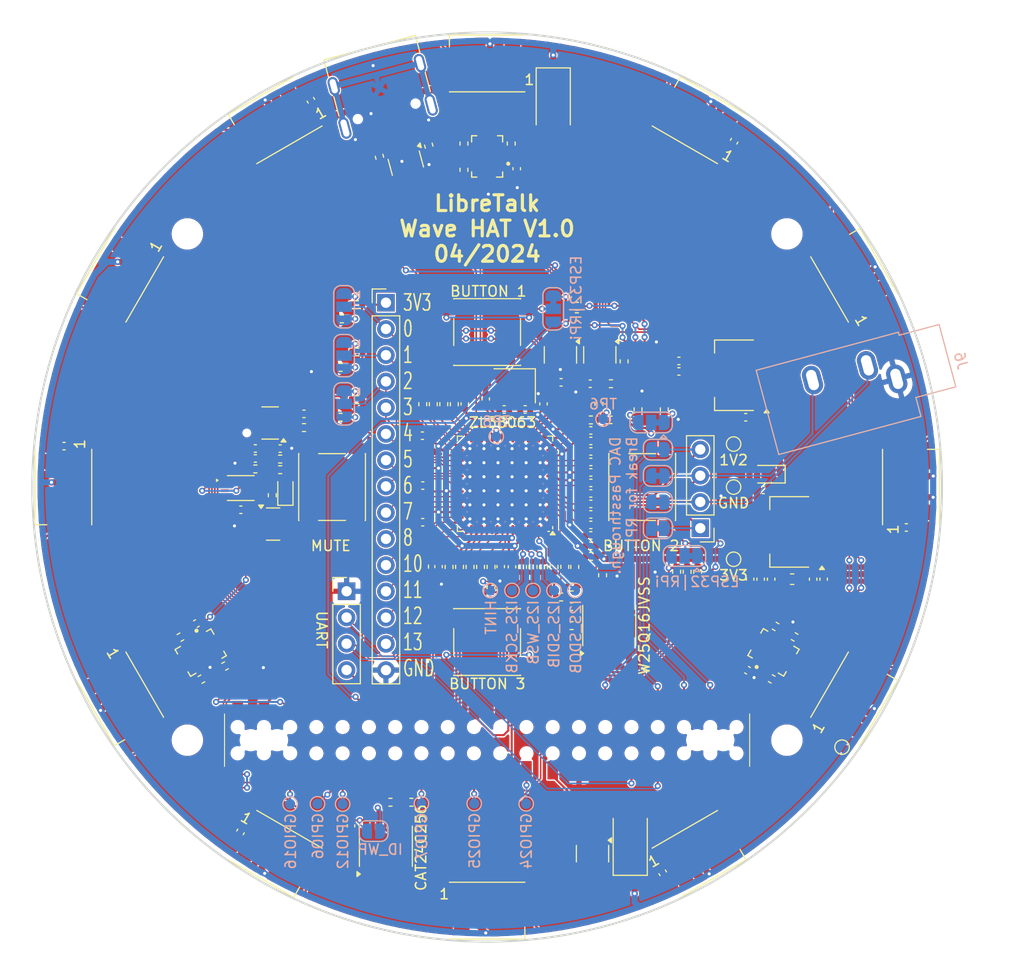
<source format=kicad_pcb>
(kicad_pcb (version 20240108) (generator "pcbnew") (generator_version "8.0")
  (title_block (date "15 nov 2012"))
  (layers (0 "F.Cu" signal "Front") (31 "B.Cu" signal "Back") (34 "B.Paste" user) (35 "F.Paste" user) (36 "B.SilkS" user "B.Silkscreen") (37 "F.SilkS" user "F.Silkscreen") (38 "B.Mask" user) (39 "F.Mask" user) (44 "Edge.Cuts" user))
  (net 0 "")
  (net 1 "GND")
  (net 2 "Net-(U8-XI)")
  (net 3 "Net-(U8-CDAC)")
  (net 4 "Net-(U8-CREF)")
  (net 5 "Net-(U8-XO)")
  (net 6 "ZL38063_DAC1_P")
  (net 7 "Net-(U8-DAC1_P)")
  (net 8 "Net-(U8-DAC2_P)")
  (net 9 "ZL38063_DAC2_P")
  (net 10 "ZL38063_DAC1_M")
  (net 11 "Net-(U8-DAC1_M)")
  (net 12 "+1V2")
  (net 13 "+5V")
  (net 14 "Net-(U8-DAC2_M)")
  (net 15 "ZL38063_DAC2_M")
  (net 16 "Net-(U9-VI)")
  (net 17 "Net-(D16-A)")
  (net 18 "ZL38063_UART_RX")
  (net 19 "ZL38063_UART_TX")
  (net 20 "Net-(J5-GCLK2{slash}GPIO6)")
  (net 21 "USB_D-")
  (net 22 "USB_D+")
  (net 23 "Net-(J4-Pin_12)")
  (net 24 "Net-(D15-K)")
  (net 25 "Net-(J4-Pin_7)")
  (net 26 "Net-(J4-Pin_8)")
  (net 27 "Net-(J4-Pin_6)")
  (net 28 "/DSP/GPIO1")
  (net 29 "+3V3")
  (net 30 "Net-(C2-Pad1)")
  (net 31 "Net-(U3-~{CLR})")
  (net 32 "Net-(U3-D)")
  (net 33 "/DSP/GPIO0")
  (net 34 "Net-(J4-Pin_13)")
  (net 35 "Net-(J4-Pin_11)")
  (net 36 "Net-(C13-Pad1)")
  (net 37 "Net-(J4-Pin_14)")
  (net 38 "Net-(J4-Pin_10)")
  (net 39 "Net-(J4-Pin_9)")
  (net 40 "/DSP/GPIO2")
  (net 41 "Net-(J4-Pin_5)")
  (net 42 "Net-(J5-GPIO25)")
  (net 43 "/Power/ID_SDA")
  (net 44 "ZL38063_I2S_SCKA")
  (net 45 "Net-(D6-DOUT)")
  (net 46 "Net-(D1-A)")
  (net 47 "Net-(D1-K)")
  (net 48 "Net-(D2-DOUT)")
  (net 49 "Net-(D2-DIN)")
  (net 50 "Net-(D3-DOUT)")
  (net 51 "Net-(D4-DOUT)")
  (net 52 "Net-(D5-DOUT)")
  (net 53 "Net-(D7-DOUT)")
  (net 54 "Net-(D10-DIN)")
  (net 55 "Net-(D10-DOUT)")
  (net 56 "Net-(D11-DOUT)")
  (net 57 "Net-(D12-DOUT)")
  (net 58 "Net-(D13-DOUT)")
  (net 59 "Net-(Q1-G)")
  (net 60 "MUTE_PWR")
  (net 61 "Net-(J5-PWM0{slash}GPIO12)")
  (net 62 "ZL38063_SPI_HDIN")
  (net 63 "ZL38063_HINT")
  (net 64 "ZL38063_SPI_HDOUT")
  (net 65 "ZL38063_I2S_SDOA")
  (net 66 "Net-(J5-~{CE1}{slash}GPIO7)")
  (net 67 "ZL38063_I2S_WSA")
  (net 68 "Net-(J5-GPIO16)")
  (net 69 "/Power/ID_SCL")
  (net 70 "Net-(J5-GPIO24)")
  (net 71 "Net-(J5-SDA{slash}GPIO2)")
  (net 73 "Net-(J5-SCL{slash}GPIO3)")
  (net 74 "ZL38063_SPI_HCLK")
  (net 75 "ZL38063_SPI_HCS")
  (net 76 "ZL38063_I2S_SDIA")
  (net 78 "Net-(JP2-A)")
  (net 79 "Net-(JP2-B)")
  (net 80 "Net-(JP3-B)")
  (net 81 "Net-(JP3-A)")
  (net 82 "Net-(JP4-B)")
  (net 83 "Net-(JP4-A)")
  (net 84 "Net-(J5-GPIO17)")
  (net 85 "Net-(JP9-A)")
  (net 86 "Net-(JP9-B)")
  (net 87 "/DSP/EXT_SEL")
  (net 88 "Net-(JP10-C)")
  (net 89 "BTN1")
  (net 90 "Net-(JP10-A)")
  (net 91 "Net-(JP11-C)")
  (net 92 "BTN2")
  (net 93 "Net-(JP11-A)")
  (net 94 "Net-(U8-PCLKB{slash}I2S_SCKB)")
  (net 95 "Net-(U8-FSB{slash}I2S_WSB)")
  (net 96 "/Interface/MUTE_DATA")
  (net 97 "Net-(U8-DRB{slash}I2S_SDIB)")
  (net 98 "Net-(U5-~{CS})")
  (net 99 "Net-(U5-IO2)")
  (net 100 "Net-(U5-IO3)")
  (net 101 "Net-(U5-CLK)")
  (net 102 "Net-(U8-SM_CLK)")
  (net 103 "Net-(U8-GPIO_9{slash}SM_CS)")
  (net 104 "Net-(MK1-SEL)")
  (net 105 "Net-(MK1-CLOCK)")
  (net 106 "Net-(U8-SM_MISO)")
  (net 107 "Net-(U5-DO(IO1))")
  (net 108 "Net-(MK1-DATA)")
  (net 109 "Net-(MK2-SEL)")
  (net 110 "Net-(MK2-CLOCK)")
  (net 111 "Net-(MK2-DATA)")
  (net 112 "Net-(MK3-SEL)")
  (net 113 "Net-(MK3-CLOCK)")
  (net 114 "Net-(U8-SM_MOSI)")
  (net 115 "Net-(MK3-DATA)")
  (net 116 "Net-(J3-CC2)")
  (net 118 "Net-(U5-DI(IO0))")
  (net 120 "Net-(U3-CLK)")
  (net 121 "Net-(U8-RESET)")
  (net 122 "Net-(U8-HCLK)")
  (net 123 "Net-(U8-HCS)")
  (net 124 "Net-(U8-HDIN)")
  (net 125 "WS2812_CTRL")
  (net 126 "Net-(J3-SHIELD)")
  (net 127 "Net-(U8-HDOUT)")
  (net 128 "Net-(J3-CC1)")
  (net 129 "Net-(U8-HINT)")
  (net 131 "Net-(JP1-A)")
  (net 132 "Net-(U8-PCLKA{slash}I2S_SCKA)")
  (net 133 "Net-(U8-FSA{slash}I2S_WSA)")
  (net 134 "Net-(U8-DRA{slash}I2S_SDIA)")
  (net 135 "Net-(U8-DXA{slash}I2S_SDOA)")
  (net 136 "ZL38063_DMIC_CLK")
  (net 137 "Net-(D8-DOUT)")
  (net 138 "Net-(D17-A)")
  (net 139 "Net-(U8-DMIC_CLK)")
  (net 140 "Net-(U8-UART_TX)")
  (net 141 "/Interface/DMIC_IN1_BUF")
  (net 142 "/Interface/DMIC_IN2_BUF")
  (net 143 "BTN3")
  (net 144 "Net-(U8-DXB{slash}I2S_SDOB)")
  (net 145 "Net-(U8-RTN)")
  (net 149 "ZL38063_DMIC_IN2")
  (net 150 "ZL38063_DMIC_IN1")
  (net 154 "Net-(J5-GCLK0{slash}GPIO4)")
  (footprint "Resistor_SMD:R_0402_1005Metric" (layer "F.Cu") (at 88.652 77.73 90)
    (property "Reference" "R1" (hide yes))
    (property "Value" "100K(1%)" (hide yes))
  )
  (footprint "Capacitor_SMD:C_0402_1005Metric" (layer "F.Cu") (at 88.0872 39.1922 90)
    (property "Reference" "C40" (hide yes))
    (property "Value" "0.1uF/10V(10%)" (hide yes))
  )
  (footprint "Resistor_SMD:R_0402_1005Metric" (layer "F.Cu") (at 82.048 61.984 -90)
    (property "Reference" "R30" (hide yes))
    (property "Value" "33R(5%)" (hide yes))
  )
  (footprint "Crystal:Crystal_SMD_3225-4Pin_3.2x2.5mm" (layer "F.Cu") (at 87.89 60.204 180)
    (property "Reference" "Y1" (hide yes))
    (property "Value" "12MHz" (hide yes))
  )
  (footprint "Connector_PinHeader_2.54mm:PinHeader_1x04_P2.54mm_Vertical" (layer "F.Cu") (at 71.628 80.0862)
    (property "Reference" "J1" (hide yes))
    (property "Value" "Conn_01x04" (hide yes))
  )
  (footprint "LED_SMD:LED_WS2812B_PLCC4_5.0x5.0mm_P3.2mm" (layer "F.Cu") (at 85.225 29 180)
    (property "Reference" "D9" (hide yes))
    (property "Value" "WS2812B" (hide yes))
  )
  (footprint "Resistor_SMD:R_0402_1005Metric" (layer "F.Cu") (at 105.588 78.194 90)
    (property "Reference" "R55" (hide yes))
    (property "Value" "3.9K(5%)" (hide yes))
  )
  (footprint "MountingHole:MountingHole_2.7mm_M2.5" (layer "F.Cu") (at 56.225 94.5 180)
    (property "Reference" "MH2" (hide yes))
    (property "Value" "MountingHole_2.7mm_M2.5" (hide yes))
  )
  (footprint "LED_SMD:LED_WS2812B_PLCC4_5.0x5.0mm_P3.2mm" (layer "F.Cu") (at 64.725 34.493 -150)
    (property "Reference" "D8" (hide yes))
    (property "Value" "WS2812B" (hide yes))
  )
  (footprint "Capacitor_SMD:C_0402_1005Metric" (layer "F.Cu") (at 95.256 74.682)
    (property "Reference" "C23" (hide yes))
    (property "Value" "0.1uF/10V(10%)" (hide yes))
  )
  (footprint "Resistor_SMD:R_0402_1005Metric" (layer "F.Cu") (at 85.5982 79.682 -90)
    (property "Reference" "R14" (hide yes))
    (property "Value" "10K(1%)" (hide yes))
  )
  (footprint "Resistor_SMD:R_0402_1005Metric" (layer "F.Cu") (at 82.984 36.756 -90)
    (property "Reference" "R40" (hide yes))
    (property "Value" "33R(5%)" (hide yes))
  )
  (footprint "Capacitor_SMD:C_0402_1005Metric" (layer "F.Cu") (at 44.2976 66.04 180)
    (property "Reference" "C32" (hide yes))
    (property "Value" "10uF/10V(20%)" (hide yes))
  )
  (footprint "LED_SMD:LED_WS2812B_PLCC4_5.0x5.0mm_P3.2mm" (layer "F.Cu") (at 120.732 49.5 120)
    (property "Reference" "D11" (hide yes))
    (property "Value" "WS2812B" (hide yes))
  )
  (footprint "Resistor_SMD:R_0402_1005Metric" (layer "F.Cu") (at 81.54 77.73 90)
    (property "Reference" "R25" (hide yes))
    (property "Value" "33R(5%)" (hide yes))
  )
  (footprint "Resistor_SMD:R_0402_1005Metric" (layer "F.Cu") (at 79 61.982 -90)
    (property "Reference" "R33" (hide yes))
    (property "Value" "33R(5%)" (hide yes))
  )
  (footprint "Library:XDCR_CMM-4030DT-26154-TR" (layer "F.Cu") (at 85.225 38)
    (property "Reference" "MK1" (hide yes))
    (property "Value" "GMA4030H11-F26" (hide yes))
  )
  (footprint "Resistor_SMD:R_0402_1005Metric" (layer "F.Cu") (at 98.476 57.836 90)
    (property "Reference" "R9" (hide yes))
    (property "Value" "10K(1%)" (hide yes))
  )
  (footprint "Resistor_SMD:R_0402_1005Metric" (layer "F.Cu") (at 93.7006 77.728 90)
    (property "Reference" "R22" (hide yes))
    (property "Value" "33R(5%)" (hide yes))
  )
  (footprint "Resistor_SMD:R_0402_1005Metric" (layer "F.Cu") (at 67.508 64.246 180)
    (property "Reference" "R3" (hide yes))
    (property "Value" "10K(1%)" (hide yes))
  )
  (footprint "Package_DFN_QFN:QFN-64-1EP_9x9mm_P0.5mm_EP7.3x7.3mm_ThermalVias" (layer "F.Cu") (at 86.956 69.684 180)
    (property "Reference" "U8" (hide yes))
    (property "Value" "ZL38063")
  )
  (footprint "Resistor_SMD:R_0402_1005Metric" (layer "F.Cu") (at 96.3932 78.535 90)
    (property "Reference" "R13" (hide yes))
    (property "Value" "100K(1%)" (hide yes))
  )
  (footprint "Button_Switch_SMD:SW_SPST_PTS645" (layer "F.Cu") (at 100.225 70 -90)
    (property "Reference" "SW3" (hide yes))
    (property "Value" "BUTTON 2")
  )
  (footprint "Capacitor_SMD:C_0402_1005Metric" (layer "F.Cu") (at 95.256 66.554)
    (property "Reference" "C14" (hide yes))
    (property "Value" "0.1uF/10V" (hide yes))
  )
  (footprint "Connector_PinHeader_2.54mm:PinHeader_1x15_P2.54mm_Vertical" (layer "F.Cu") (at 75.436 52.158)
    (property "Reference" "J4" (hide yes))
    (property "Value" "Conn_01x15" (hide yes))
  )
  (footprint "LED_SMD:LED_WS2812B_PLCC4_5.0x5.0mm_P3.2mm" (layer "F.Cu") (at 85.225 111)
    (property "Reference" "D3" (hide yes))
    (property "Value" "WS2812B" (hide yes))
  )
  (footprint "LED_SMD:LED_WS2812B_PLCC4_5.0x5.0mm_P3.2mm" (layer "F.Cu") (at 49.718 90.5 -60)
    (property "Reference" "D5" (hide yes))
    (property "Value" "WS2812B" (hide yes))
  )
  (footprint "Resistor_SMD:R_0402_1005Metric" (layer "F.Cu") (at 95.256 63.506 180)
    (property "Reference" "R24" (hide yes))
    (property "Value" "33R(5%)" (hide yes))
  )
  (footprint "Resistor_SMD:R_0402_1005Metric" (layer "F.Cu") (at 93.904 52.502 180)
    (property "Reference" "R54" (hide yes))
    (property "Value" "15K(5%)" (hide yes))
  )
  (footprint "Resistor_SMD:R_0402_1005Metric" (layer "F.Cu") (at 104.572 78.194 90)
    (property "Reference" "R58" (hide yes))
    (property "Value" "10K(5%)" (hide yes))
  )
  (footprint "LED_SMD:LED_WS2812B_PLCC4_5.0x5.0mm_P3.2mm" (layer "F.Cu") (at 126.225 70 90)
    (property "Reference" "D12" (hide yes))
    (property "Value" "WS2812B" (hide yes))
  )
  (footprint "Capacitor_SMD:C_0402_1005Metric" (layer "F.Cu") (at 103.776408 58.811598 180)
    (property "Reference" "C49" (hide yes))
    (property "Value" "4.7uF/10V" (hide yes))
  )
  (footprint "Resistor_SMD:R_0402_1005Metric" (layer "F.Cu") (at 57.58709 88.595088 30)
    (property "Reference" "R46" (hide yes))
    (property "Value" "33R(5%)" (hide yes))
  )
  (footprint "Resistor_SMD:R_0402_1005Metric" (layer "F.Cu") (at 79.5782 36.957 -75)
    (property "Reference" "R49" (hide yes))
    (property "Value" "5.1K(1%)" (hide yes))
  )
  (footprint "LED_SMD:LED_WS2812B_PLCC4_5.0x5.0mm_P3.2mm" (layer "F.Cu") (at 44.225 70 -90)
    (property "Reference" "D6" (hide yes))
    (property "Value" "WS2812B" (hide yes))
  )
  (footprint "Capacitor_SMD:C_0402_1005Metric" (layer "F.Cu") (at 95.256 69.602)
    (property "Reference" "C30" (hide yes))
    (property "Value" "0.1uF/10V(10%)" (hide yes))
  )
  (footprint "Resistor_SMD:R_0402_1005Metric" (layer "F.Cu") (at 81.032 61.982 -90)
    (property "Reference" "R31" (hide yes))
    (property "Value" "33R(5%)" (hide yes))
  )
  (footprint "Capacitor_SMD:C_0402_1005Metric" (layer "F.Cu") (at 61.3664 103.378 -120)
    (property "Reference" "C39" (hide yes))
    (property "Value" "10uF/10V(20%)" (hide yes))
  )
  (footprint "Capacitor_SMD:C_0402_1005Metric" (layer "F.Cu") (at 78.964 65.03 180)
    (property "Reference" "C25" (hide yes))
    (property "Value" "0.1uF/10V(10%)" (hide yes))
  )
  (footprint "Capacitor_SMD:C_0402_1005Metric" (layer "F.Cu") (at 95.256 73.666)
    (property "Reference" "C35" (hide yes))
    (property "Value" "1uF/10V(10%)" (hide yes))
  )
  (footprint "Resistor_SMD:R_0402_1005Metric" (layer "F.Cu") (at 93.904 53.518 180)
    (property "Reference" "R53" (hide yes))
    (property "Value" "10K(5%)" (hide yes))
  )
  (footprint "Package_TO_SOT_SMD:SOT-23-5" (layer "F.Cu") (at 64.232 63.8 180)
    (property "Reference" "U2" (hide yes))
    (property "Value" "74LVC1G17" (hide yes))
  )
  (footprint "Capacitor_SMD:C_0402_1005Metric" (layer "F.Cu") (at 86.874 62.49 180)
    (property "Reference" "C15" (hide yes))
    (property "Value" "18pF/25V(10%)" (hide yes))
  )
  (footprint "LED_SMD:LED_0603_1608Metric" (layer "F.Cu") (at 65.71 70.282 90)
    (property "Reference" "D1" (hide yes))
    (property "Value" "LED" (hide yes))
  )
  (footprint "Capacitor_SMD:C_0402_1005Metric" (layer "F.Cu") (at 95.256 68.586)
    (property "Reference" "C31" (hide yes))
    (property "Value" "0.1uF/10V(10%)" (hide yes))
  )
  (footprint "Resistor_SMD:R_0402_1005Metric" (layer "F.Cu") (at 65.204 67.294 180)
    (property "Reference" "R6" (hide yes))
    (property "Value" "20K(1%)" (hide yes))
  )
  (footprint "Connector_PinHeader_2.54mm:PinHeader_1x04_P2.54mm_Vertical" (layer "F.Cu") (at 105.842 73.982 180)
    (property "Reference" "J2" (hide yes))
    (property "Value" "Conn_01x04" (hide yes))
  )
  (footprint "Capacitor_SMD:C_0402_1005Metric" (layer "F.Cu") (at 90.676 61.954 90)
    (property "Reference" "C24" (hide yes))
    (property "Value" "0.1uF/10V(10%)" (hide yes))
  )
  (footprint "Connector_USB:USB_C_Receptacle_G-Switch_GT-USB-7010ASV" (layer "F.Cu") (at 74.833667 31.123353 -165)
    (property "Reference" "J3" (hide yes))
    (property "Value" "USB_C_Receptacle_USB2.0_16P" (hide yes))
  )
  (footprint "Capacitor_SMD:C_0402_1005Metric" (layer "F.Cu") (at 67.508 62.916 180)
    (property "Reference" "C2" (hide yes))
    (property "Value" "1uF/10V(10%)" (hide yes))
  )
  (footprint "LED_SMD:LED_WS2812B_PLCC4_5.0x5.0mm_P3.2mm" (layer "F.Cu") (at 120.732 90.5 60)
    (property "Reference" "D13" (hide yes))
    (property "Value" "WS2812B" (hide yes))
  )
  (footprint "Resistor_SMD:R_0402_1005Metric" (layer "F.Cu") (at 103.556 78.194 90)
    (property "Reference" "R56" (hide yes))
    (property "Value" "10K(5%)" (hide yes))
  )
  (footprint "Resistor_SMD:R_0402_1005Metric" (layer "F.Cu") (at 72.644 61.5442 180)
    (property "Reference" "R38" (hide yes))
    (property "Value" "10K(1%)" (hide yes))
  )
  (footprint "Resistor_SMD:R_0402_1005Metric" (layer "F.Cu") (at 75.87 100.508)
    (property "Reference" "R17" (hide yes))
    (property "Value" "3.9k" (hide yes))
  )
  (footprint "Package_TO_SOT_SMD:SOT-23-6" (layer "F.Cu") (at 77.357367 38.653155 -75)
    (property "Reference" "U10" (hide yes))
    (property "Value" "SRV05-4" (hide yes))
  )
  (footprint "Resistor_SMD:R_0402_1005Metric" (layer "F.Cu") (at 89.668 77.73 90)
    (property "Reference" "R2" (hide yes))
    (property "Value" "100K(1%)" (hide yes))
  )
  (footprint "Resistor_SMD:R_0402_1005Metric" (layer "F.Cu") (at 72.6186 52.3494 180)
    (property "Reference" "R18" (hide yes))
    (property "Value" "10K(1%)" (hide yes))
  )
  (footprint "Capacitor_SMD:C_0402_1005Metric" (layer "F.Cu") (at 92.38 59.868 180)
    (property "Reference" "C10" (hide yes))
    (property "Value" "0.1uF/10V(10%)" (hide yes))
  )
  (footprint "Resistor_SMD:R_0402_1005Metric" (layer "F.Cu") (at 71.1708 53.721 180)
    (property "Reference" "R19" (hide yes))
    (property "Value" "10K(1%)" (hide yes))
  )
  (footprint "Capacitor_SMD:C_0402_1005Metric" (layer "F.Cu") (at 111.684 78.918 -90)
    (property "Reference" "C43" (hide yes))
    (property "Value" "1uF/10v(10%)" (hide yes))
  )
  (footprint "Resistor_SMD:R_0402_1005Metric" (layer "F.Cu") (at 82.556 77.73 90)
    (property "Reference" "R26" (hide yes))
    (property "Value" "33R(5%)" (hide yes))
  )
  (footprint "Capacitor_SMD:C_0402_1005Metric" (layer "F.Cu") (at 85.088 61.474 90)
    (property "Reference" "C18" (hide yes))
    (property "Value" "0.1uF/10V(10%)" (hide yes))
  )
  (footprint "Capacitor_SMD:C_0402_1005Metric" (layer "F.Cu") (at 95.256 70.618)
    (property "Reference" "C36" (hide yes))
    (property "Value" "1uF/10V(10%)" (hide yes))
  )
  (footprint "LED_SMD:LED_WS2812B_PLCC4_5.0x5.0mm_P3.2mm" (layer "F.Cu") (at 105.725 105.507 30)
    (property "Reference" "D2" (hide yes))
    (property "Value" "WS2812B" (hide yes))
  )
  (footprint "Capacitor_SMD:C_0402_1005Metric" (layer "F.Cu") (at 83.064 61.954 90)
    (property "Reference" "C21" (hide yes))
    (property "Value" "0.1uF/10V(10%)" (hide yes))
  )
  (footprint "Capacitor_SMD:C_0402_1005Metric" (layer "F.Cu") (at 68.1736 32.5628 120)
    (property "Reference" "C28" (hide yes))
    (property "Value" "10uF/10V(20%)" (hide yes))
  )
  (footprint "Resistor_SMD:R_0402_1005Metric" (layer "F.Cu") (at 82.982 39.296 90)
    (property "Reference" "R41" (hide yes))
    (property "Value" "33R(5%)" (hide yes))
  )
  (footprint "Resistor_SMD:R_0402_1005Metric" (layer "F.Cu") (at 74.807998 38.033822 -75)
    (property "Reference" "R48" (hide yes))
    (property "Value" "5.1K(1%)" (hide yes))
  )
  (footprint "Button_Switch_SMD:SW_SPST_PTS645" (layer "F.Cu") (at 85.225 85 180)
    (property "Reference" "SW4" (hide yes))
    (property "Value" "BUTTON 3")
  )
  (footprint "Resistor_SMD:R_0402_1005Metric" (layer "F.Cu") (at 79.1718 77.6986 -90)
    (property "Reference" "R35" (hide yes))
    (property "Value" "33R(5%)" (hide yes))
  )
  (footprint "Capacitor_SMD:C_0402_1005Metric" (layer "F.Cu") (at 87.63 77.724 -90)
    (property "Reference" "C29" (hide yes))
    (property "Value" "0.1uF/10V(10%)" (hide yes))
  )
  (footprint "MountingHole:MountingHole_2.7mm_M2.5" (layer "F.Cu") (at 114.225 45.5 180)
    (property "Reference" "MH3" (hide yes))
    (property "Value" "MountingHole_2.7mm_M2.5" (hide yes))
  )
  (footprint "Diode_SMD:D_SOD-323F" (layer "F.Cu") (at 112.446 68.758 180)
    (property "Reference" "D15" (hide yes))
    (property "Value" "1N4148WS" (hide yes))
  )
  (footprint "TestPoint:TestPoint_Pad_D1.0mm" (layer "F.Cu") (at 109.0676 65.8368)
    (property "Reference" "TP10" (hide yes))
    (property "Value" "1V2")
  )
  (footprint "Capacitor_SMD:C_0402_1005Metric" (layer "F.Cu") (at 79 69.856 180)
    (property "Reference" "C19" (hide yes))
    (property "Value" "0.1uF/10V(10%)" (hide yes))
  )
  (footprint "Resistor_SMD:R_0402_1005Metric" (layer "F.Cu") (at 83.572 77.73 90)
    (property "Reference" "R27" (hide yes))
    (property "Value" "33R(5%)" (hide yes))
  )
  (footprint "Resistor_SMD:R_0402_1005Metric" (layer "F.Cu") (at 90.684 77.73 90)
    (property "Reference" "R8" (hide yes))
    (property "Value" "100K(1%)" (hide yes))
  )
  (footprint "Capacitor_SMD:C_0402_1005Metric" (layer "F.Cu") (at 62.8 67.234)
    (property "Reference" "C5" (hide yes))
    (property "Value" "22pF/50V(5%)" (hide yes))
  )
  (footprint "Capacitor_SMD:C_0402_1005Metric" (layer "F.Cu") (at 65.2 66.278)
    (property "Reference" "C4" (hide yes))
    (property "Value" "1uF/10V(10%)" (hide yes))
  )
  (footprint "Capacitor_SMD:C_0402_1005Metric" (layer "F.Cu") (at 62.8 66.2688 180)
    (property "Reference" "C3" (hide yes))
    (property "Value" "0.1uF/10V(10%)" (hide yes))
  )
  (footprint "Capacitor_SMD:C_0402_1005Metric" (layer "F.Cu") (at 61.4 72.2 180)
    (property "Reference" "C6" (hide yes))
    (property "Value" "0.1uF/10V(10%)" (hide yes))
  )
  (footprint "Resistor_SMD:R_0402_1005Metric" (layer "F.Cu") (at 99.822 62.484 90)
    (property "Reference" "R52" (hide yes))
    (property "Value" "10K(1%)" (hide yes))
  )
  (footprint "Diode_SMD:D_SMA" (layer "F.Cu") (at 91.618 32.944 -90)
    (property "Reference" "D17" (hide yes))
    (property "Value" "SS24" (hide yes))
  )
  (footprint "MountingHole:MountingHole_2.7mm_M2.5" (layer "F.Cu") (at 114.225 94.5 180)
    (property "Reference" "MH1" (hide yes))
    (property "Value" "MountingHole_2.7mm_M2.5" (hide yes))
  )
  (footprint "Resistor_SMD:R_0402_1005Metric" (layer "F.Cu") (at 102.362 62.484 -90)
    (property "Reference" "R51" (hide yes))
    (property "Value" "10K(1%)" (hide yes))
  )
  (footprint "Capacitor_SMD:C_0402_1005Metric" (layer "F.Cu") (at 110.236 63.246)
    (property "Reference" "C45" (hide yes))
    (property "Value" "1uF/10v(10%)" (hide yes))
  )
  (footprint "Resistor_SMD:R_0402_1005Metric" (layer "F.Cu") (at 87.554 36.756 -90)
    (property "Reference" "R39" (hide yes))
    (property "Value" "10K(5%)" (hide yes))
  )
  (footprint "Resistor_SMD:R_0402_1005Metric" (layer "F.Cu") (at 114.974496 84.50833 150)
    (property "Reference" "R43" (hide yes))
    (property "Value" "33R(5%)" (hide yes))
  )
  (footprint "Capacitor_SMD:C_0402_1005Metric" (layer "F.Cu") (at 116.764 78.918 -90)
    (property "Reference" "C46" (hide yes))
    (property "Value" "100nF/16V" (hide yes))
  )
  (footprint "Resistor_SMD:R_0402_1005Metric" (layer "F.Cu") (at 71.0438 63.246 180)
    (property "Reference" "R50" (hide yes))
    (property "Value" "10K(1%)" (hide yes))
  )
  (footprint "Capacitor_SMD:C_0402_1005Metric" (layer "F.Cu") (at 103.776404 57.795597 180)
    (property "Reference" "C47" (hide yes))
    (property "Value" "1uF/10v(10%)" (hide yes))
  )
  (footprint "Package_TO_SOT_SMD:SOT-23-5" (layer "F.Cu") (at 96.124 57.2065 -90)
    (property "Reference" "U1" (hide yes))
    (property "Value" "SN74LVC1G126DBV" (hide yes))
  )
  (footprint "Capacitor_SMD:C_0402_1005Metric" (layer "F.Cu") (at 95.256 67.57)
    (property "Reference" "C11" (hide yes))
    (property "Value" "0.1uF/10V" (hide yes))
  )
  (footprint "Resistor_SMD:R_0402_1005Metric" (layer "F.Cu") (at 113.130196 83.493329 -30)
    (property "Reference" "R44" (hide yes))
    (property "Value" "33R(5%)" (hide yes))
  )
  (footprint "Capacitor_SMD:C_0402_1005Metric" (layer "F.Cu") (at 72.06 102.794 -90)
    (property "Reference" "C8" (hide yes))
    (property "Value" "100n" (hide yes))
  )
  (footprint "Resistor_SMD:R_0402_1005Metric" (layer "F.Cu") (at 77.902 100.508 180)
    (property "Reference" "R16" (hide yes))
    (property "Value" "3.9k" (hide yes))
  )
  (footprint "Button_Switch_SMD:SW_SPST_PTS645" (layer "F.Cu") (at 70.225 70 -90)
    (property "Reference" "SW1" (hide yes))
    (property "Value" "MUTE")
  )
  (footprint "LED_SMD:LED_WS2812B_PLCC4_5.0x5.0mm_P3.2mm" (layer "F.Cu") (at 105.725 34.493 150)
    (property "Reference" "D10" (hide yes))
    (property "Value" "WS2812B" (hide yes))
  )
  (footprint "Capacitor_SMD:C_0402_1005Metric" (layer "F.Cu") (at 111.938 70.282)
    (property "Reference" "C44" (hide yes))
    (property "Value" "1uF/10v(10%)" (hide yes))
  )
  (footprint "TestPoint:TestPoint_Pad_D1.0mm" (layer "F.Cu") (at 109.0676 76.9874)
    (property "Reference" "TP7" (hide yes))
    (property "Value" "3V3")
  )
  (footprint "Capacitor_SMD:C_0402_1005Metric" (layer "F.Cu") (at 95.256 64.522)
    (property "Reference" "C17" (hide yes))
    (property "Value" "0.1uF/10V(10%)" (hide yes))
  )
  (footprint "Package_TO_SOT_SMD:SOT-223-3_TabPin2" (layer "F.Cu") (at 114.4811 74.3426 180)
    (property "Reference" "U9" (hide yes))
    (property "Value" "AMS1117-3.3" (hide yes))
  )
  (footprint "Resistor_SMD:R_0402_1005Metric" (layer "F.Cu") (at 97.2 60)
    (property "Reference" "R34" (hide yes))
    (property "Value" "33R(5%)" (hide yes))
  )
  (footprint "Capacitor_SMD:C_0402_1005Metric" (layer "F.Cu") (at 93.3958 81.5848)
    (property "Reference" "C1" (hide yes))
    (property "Value" "0.1uF/10V(10%)" (hide yes))
  )
  (footprint "Resistor_SMD:R_0402_1005Metric" (layer "F.Cu") (at 59.873089 87.325087 -150)
    (property "Reference" "R47" (hide yes))
    (property "Value" "33R(5%)" (hide yes))
  )
  (footprint "LED_SMD:LED_WS2812B_PLCC4_5.0x5.0mm_P3.2mm" (layer "F.Cu") (at 49.718 49.5 -120)
    (property "Reference" "D7" (hide yes))
    (property "Value" "WS2812B" (hide yes))
  )
  (footprint "Capacitor_SMD:C_0402_1005Metric" (layer "F.Cu") (at 110.668 78.918 -90)
    (property "Reference" "C51" (hide yes))
    (property "Value" "100nF/16V" (hide yes))
  )
  (footprint "Resistor_SMD:R_0402_1005Metric" (layer "F.Cu") (at 62.8 68.25 180)
    (property "Reference" "R7" (hide yes))
    (property "Value" "330(1%)" (hide yes))
  )
  (footprint "Resistor_SMD:R_0402_1005Metric" (layer "F.Cu") (at 84.588 77.73 90)
    (property "Reference" "R28" (hide yes))
    (property "Value" "33R(5%)" (hide yes))
  )
  (footprint "Resistor_SMD:R_0402_1005Metric" (layer "F.Cu") (at 64.44 70.792 90)
    (property "Reference" "R5" (hide yes))
    (property "Value" "100(1%)" (hide yes))
  )
  (footprint "Capacitor_SMD:C_0402_1005Metric" (layer "F.Cu") (at 95.256 75.698)
    (property "Reference" "C16" (hide yes))
    (property "Value" "0.1uF/10V(10%)" (hide yes))
  )
  (footprint "Resistor_SMD:R_0402_1005Metric" (layer "F.Cu") (at 96.0376 61.9508 90)
    (property "Reference" "R15" (hide yes))
    (property "Value" "10K(1%)" (hide yes))
  )
  (footprint "Package_TO_SOT_SMD:SOT-23-5" (layer "F.Cu") (at 95.4165 105.4862 -90)
    (property "Reference" "U4" (hide yes))
    (property "Value" "74AHCT1G125" (hide yes))
  )
  (footprint "Capacitor_SMD:C_0402_1005Metric" (layer "F.Cu") (at 88.906 62.49)
    (property "Reference" "C9" (hide yes))
    (property "Value" "18pF/25V(10%)" (hide yes))
  )
  (footprint "Capacitor_SMD:C_0402_1005Metric" (layer "F.Cu") (at 110.4138 87.7316 -30)
    (property "Reference" "C41" (hide yes))
    (property "Value" "0.1uF/10V(10%)" (hide yes))
  )
  (footprint "Library:XDCR_CMM-4030DT-26154-TR" (layer "F.Cu") (at 57.517288 86.025085 120)
    (property "Reference" "MK3" (hide yes))
    (property "Value" "GMA4030H11-F26" (hide yes))
  )
  (footprint "MountingHole:MountingHole_2.7mm_M2.5" (layer "F.Cu") (at 56.225 45.5 180)
    (property "Reference" "MH4" (hide yes))
    (property "Value" "MountingHole_2.7mm_M2.5" (hide yes))
  )
  (footprint "Resistor_SMD:R_0402_1005Metric" (layer "F.Cu") (at 65.204 68.322 180)
    (property "Reference" "R4" (hide yes))
    (property "Value" "1K(1%)" (hide yes))
  )
  (footprint "Capacitor_SMD:C_0402_1005Metric" (layer "F.Cu") (at 125.7808 73.914)
    (property "Reference" "C38" (hide yes))
    (property "Value" "10uF/10V(20%)" (hide yes))
  )
  (footprint "Package_SO:SOIC-8_3.9x4.9mm_P1.27mm" (layer "F.Cu") (at 97.034 83.4 90)
    (property "Reference" "U5" (hide yes))
    (property "Value" "W25Q16JVSS")
  )
  (footprint "Diode_SMD:D_SMA" (layer "F.Cu") (at 99.0676 104.0704 90)
    (property "Reference" "D16" (hide yes))
    (property "Value" "SS24" (hide yes))
  )
  (footprint "Capacitor_SMD:C_0402_1005Metric" (layer "F.Cu") (at 117.78 78.918 -90)
    (property "Reference" "C48" (hide yes))
    (property "Value" "10nF/16V" (hide yes))
  )
  (footprint "Library:PinSocket_2x20_P2.54mm_Vertical_Through_SMD" (layer "F.Cu") (at 85.22 94.5 180)
    (property "Reference" "J5" (hide yes))
    (property "Value" "Raspberry_Pi_2_3" (hide yes))
  )
  (footprint "Resistor_SMD:R_0402_1005Metric" (layer "F.Cu") (at 80.016 61.982 -90)
    (property "Reference" "R32" (hide yes))
    (property "Value" "33R(5%)" (hide yes))
  )
  (footprint "Resistor_SMD:R_0402_1005Metric" (layer "F.Cu") (at 92.7354 77.724 90)
    (property "Reference" "R20" (hide yes))
    (property "Value" "33R(5%)" (hide yes))
  )
  (footprint "Resistor_SMD:R_0402_1005Metric" (layer "F.Cu") (at 112.754795 88.571331 150)
    (property "Reference" "R42" (hide yes))
    (property "Value" "10K(5%)" (hide yes))
  )
  (footprint "TestPoint:TestPoint_Pad_D1.0mm" (layer "F.Cu") (at 109.0676 70.0024)
    (property "Reference" "TP11" (hide yes))
    (property "Value" "GND")
  )
  (footprint "Resistor_SMD:R_0402_1005Metric" (layer "F.Cu") (at 93.396 79.68 180)
    (property "Reference" "R12" (hide yes))
    (property "Value" "10K(5%)" (hide yes))
  )
  (footprint "Button_Switch_SMD:SW_SPST_PTS645" (layer "F.Cu") (at 85.225 55)
    (property "Reference" "SW2" (hide yes))
    (property "Value" "BUTTON 1")
  )
  (footprint "Package_SO:VSSOP-8_2.4x2.1mm_P0.5mm" (layer "F.Cu") (at 61.392 70.1)
    (property "Reference" "U3" (hide yes))
    (property "Value" "SN74LVC2G74" (hide yes))
  )
  (footprint "Capacitor_SMD:C_0402_1005Metric" (layer "F.Cu") (at 95.256 71.634)
    (property "Reference" "C34" (hide yes))
    (property "Value" "1uF/10V(10%)" (hide yes))
  )
  (footprint "Capacitor_SMD:C_0402_1005Metric" (layer "F.Cu") (at 97.2034 63.5002)
    (property "Reference" "C13" (hide yes))
    (property "Value" "0.1uF/10V(10%)" (hide yes))
  )
  (footprint "Package_TO_SOT_SMD:SOT-23-5" (layer "F.Cu") (at 92.314 57.2065 -90)
    (property "Reference" "U7" (hide yes))
    (property "Value" "SN74LVC1G126DBV" (hide yes))
  )
  (footprint "Library:XDCR_CMM-4030DT-26154-TR" (layer "F.Cu") (at 112.926296 86.002332 -120)
    (property "Reference" "MK2" (hide yes))
    (property "Value" "GMA4030H11-F26" (hide yes))
  )
  (footprint "Capacitor_SMD:C_0402_1005Metric" (layer "F.Cu") (at 78.994 73.406 180)
    (property "Reference" "C26" (hide yes))
    (property "Value" "0.1uF/10V(10%)" (hide yes))
  )
  (footprint "Capacitor_SMD:C_0402_1005Metric" (layer "F.Cu") (at 112.7 78.918 -90)
    (property "Reference" "C52" (hide yes))
    (property "Value" "10nF/16V" (hide yes))
  )
  (footprint "Resistor_SMD:R_0402_1005Metric" (layer "F.Cu") (at 91.7 77.728 90)
    (property "Reference" "R21" (hide yes))
    (property "Value" "33R(5%)" (hide yes))
  )
  (footprint "Capacitor_SMD:C_0402_1005Metric" (layer "F.Cu") (at 109.1184 36.5252 60)
    (property "Reference" "C22" (hide yes))
    (property "Value" "10uF/10V(20%)" (hide yes))
  )
  (footprint "Package_TO_SOT_SMD:SOT-223-3_TabPin2" (layer "F.Cu") (at 109.135408 59.178598 180)
    (property "Reference" "U11" (hide yes))
    (property "Value" "AMS1117-1.2" (hide yes))
  )
  (footprint "Inductor_SMD:L_0603_1608Metric" (layer "F.Cu") (at 114.732 78.918 180)
    (property "Reference" "L1" (hide yes))
    (property "Value" "40 Ohm" (hide yes))
  )
  (footprint "Resistor_SMD:R_0402_1005Metric" (layer "F.Cu") (at 72.6694 56.9214 180)
    (property "Reference" "R36" (hide yes))
    (property "Value" "10K(1%)" (hide yes))
  )
  (footprint "Capacitor_SMD:C_0402_1005Metric" (layer "F.Cu") (at 95.256 72.65)
    (property "Reference" "C33" (hide yes))
    (property "Value" "1uF/10V(10%)" (hide yes))
  )
  (footprint "Resistor_SMD:R_0402_1005Metric" (layer "F.Cu") (at 92.3798 80.645)
    (property "Reference" "R10" (hide yes))
    (property "Value" "100K(1%)" (hide yes))
  )
  (footprint "Resistor_SMD:R_0402_1005Metric" (layer "F.Cu") (at 55.555089 84.531087 30)
    (property "Reference" "R45" (hide yes))
    (property "Value" "10K(5%)" (hide yes))
  )
  (footprint "Resistor_SMD:R_0402_1005Metric" (layer "F.Cu") (at 85.604 77.73 90)
    (property "Reference" "R29" (hide yes))
    (property "Value" "33R(5%)" (hide yes))
  )
  (footprint "Resistor_SMD:R_0402_1005Metric" (layer "F.Cu") (at 71.0438 58.42 180)
    (property "Reference" "R37" (hide yes))
    (property "Value" "10K(1%)" (hide yes))
  )
  (footprint "LED_SMD:LED_WS2812B_PLCC4_5.0x5.0mm_P3.2mm" (layer "F.Cu") (at 64.725 105.507 -30)
    (property "Reference" "D4" (hide yes))
    (property "Value" "WS2812B" (hide yes))
  )
  (footprint "Capacitor_SMD:C_0402_1005Metric" (layer "F.Cu") (at 102.2096 107.3404 -60)
    (property "Reference" "C37" (hide yes))
    (property "Value" "10uF/10V(20%)" (hide yes))
  )
  (footprint "Resistor_SMD:R_0402_1005Metric" (layer "F.Cu") (at 93.3958 83.4136 180)
    (property "Reference" "R11" (hide yes))
    (property "Value" "10K(5%)" (hide yes))
  )
  (footprint "Capacitor_SMD:C_0402_1005Metric" (layer "F.Cu") (at 86.5378 77.6986 -90)
    (property "Reference" "C20" (hide yes))
    (property "Value" "0.1uF/10V(10%)" (hide yes))
  )
  (footprint "Resistor_SMD:R_0402_1005Metric" (layer "F.Cu") (at 95.2754 76.708 180)
    (property "Reference" "R23" (hide yes))
    (property "Value" "33R(5%)" (hide yes))
  )
  (footprint "Package_SO:SOIC-8_3.9x4.9mm_P1.27mm" (layer "F.Cu") (at 75.427 104.761 90)
    (property "Reference" "U6" (hide yes))
    (property "Value" "CAT24C256")
  )
  (footprint "Capacitor_SMD:C_0402_1005Metric" (layer "F.Cu") (at 80.524 77.7 -90)
    (property "Reference" "C27" (hide yes))
    (property "Value" "0.1uF/10V(10%)" (hide yes))
  )
  (footprint "Package_TO_SOT_SMD:SOT-23" (layer "F.Cu") (at 64.5185 73.584)
    (property "Reference" "Q1" (hide yes))
    (property "Value" "AO3400A" (hide yes))
  )
  (footprint "Capacitor_SMD:C_0402_1005Metric" (layer "F.Cu") (at 95.256 65.538)
    (property "Reference" "C12" (hide yes))
    (property "Value" "1uF/10V" (hide yes))
  )
  (footprint "Capacitor_SMD:C_0402_1005Metric" (layer "F.Cu") (at 95.2 60 180)
    (property "Reference" "C7" (hide yes))
    (property "Value" "0.1uF/10V(10%)" (hide yes))
  )
  (footprint "Capacitor_SMD:C_0402_1005Metric" (layer "F.Cu") (at 57.0992 83.2104 -150)
    (property "Reference" "C42" (hide yes))
    (property "Value" "0.1uF/10V(10%)" (hide yes))
  )
  (footprint "TestPoint:TestPoint_Pad_D1.0mm" (layer "F.Cu") (at 119.558 95.174)
    (property "Reference" "TP12" (hide yes))
    (property "Value" "TestPoint" (hide yes))
  )
  (footprint "TestPoint:TestPoint_Pad_D1.0mm" (layer "B.Cu") (at 89.662 80.01 180)
    (property "Reference" "TP2" (hide yes))
    (property "Value" "TestPoint" (hide yes))
  )
  (footprint "Jumper:SolderJumper-3_P1.3mm_Bridged12_RoundedPad1.0x1.5mm" (layer "B.Cu") (at 91.618 52.756 -90)
    (property "Reference" "JP10" (hide yes))
    (property "Value" "SolderJumper_3_Bridged12")
  )
  (footprint "TestPoint:TestPoint_Pad_D1.0mm" (layer "B.Cu") (at 66.167 100.6856 180)
    (property "Reference" "TP15" (hide yes))
    (property "Value" "GPIO16")
  )
  (footprint "TestPoint:TestPoint_Pad_D1.0mm" (layer "B.Cu") (at 83.9724 100.6348 180)
    (property "Reference" "TP17" (hide yes))
    (property "Value" "GPIO25" (hide yes))
  )
  (footprint "TestPoint:TestPoint_Pad_D1.0mm" (layer "B.Cu") (at 93.726 80.01 90)
    (property "Reference" "TP4" (hide yes))
    (property "Value" "TestPoint")
  )
  (footprint "Jumper:SolderJumper-3_P1.3mm_Open_RoundedPad1.0x1.5mm" (layer "B.Cu") (at 71.3841 52.5528 -90)
    (property "Reference" "JP2" (hide yes))
    (property "Value" "SolderJumper_3_Open" (hide yes))
  )
  (footprint "TestPoint:TestPoint_Pad_D1.0mm" (layer "B.Cu") (at 78.867 100.6348 180)
    (property "Reference" "TP13" (hide yes))
    (property "Value" "GPIO7" (hide yes))
  )
  (footprint "Connector_Audio:Jack_3.5mm_CUI_SJ1-3533NG_Horizontal" (layer "B.Cu") (at 124.8494 59.529079 105)
    (property "Reference" "J6")
    (property "Value" "AudioJack3")
  )
  (footprint "TestPoint:TestPoint_Pad_D1.0mm" (layer "B.Cu") (at 85.522 80.01 180)
    (property "Reference" "TP5" (hide yes))
    (property "Value" "TestPoint" (hide yes))
  )
  (footprint "NetTie:NetTie-2_SMD_Pad0.5mm" (layer "B.Cu") (at 74.676 30.9118 105)
    (property "Reference" "NT2" (hide yes))
    (property "Value" "NetTie_2" (hide yes))
  )
  (footprint "TestPoint:TestPoint_Pad_D1.0mm" (layer "B.Cu") (at 86.106 65.112 180)
    (property "Reference" "TP8")
    (property "Value" "TestPoint")
  )
  (footprint "Jumper:SolderJumper-3_P1.3mm_Open_RoundedPad1.0x1.5mm" (layer "B.Cu") (at 71.3841 57.2772 -90)
    (property "Reference" "JP3" (hide yes))
    (property "Value" "SolderJumper_3_Open" (hide yes))
  )
  (footprint "Jumper:SolderJumper-3_P1.3mm_Bridged12_RoundedPad1.0x1.5mm" (layer "B.Cu") (at 101.092 63.754 180)
    (property "Reference" "JP9" (hide yes))
    (property "Value" "SolderJumper_3_Bridged12" (hide yes))
  )
  (footprint "TestPoint:TestPoint_Pad_D1.0mm" (layer "B.Cu") (at 96.444 63.424 180)
    (property "Reference" "TP6")
    (property "Value" "TestPoint")
  )
  (footprint "Jumper:SolderJumper-2_P1.3mm_Bridged_RoundedPad1.0x1.5mm" (layer "B.Cu") (at 101.74 66.382)
    (property "Reference" "JP8" (hide yes))
    (property "Value" "SolderJumper_2_Bridged" (hide yes))
  )
  (footprint "TestPoint:TestPoint_Pad_D1.0mm" (layer "B.Cu") (at 68.8086 100.6602 180)
    (property "Reference" "TP9" (hide yes))
    (property "Value" "GPIO6")
  )
  (footprint "Jumper:SolderJumper-2_P1.3mm_Bridged_RoundedPad1.0x1.5mm" (layer "B.Cu") (at 101.74 68.922)
    (property "Reference" "JP7" (hide yes))
    (property "Value" "SolderJumper_2_Bridged" (hide yes))
  )
  (footprint "Jumper:SolderJumper-3_P1.3mm_Bridged12_RoundedPad1.0x1.5mm" (layer "B.Cu") (at 71.3897 61.9508 -90)
    (property "Reference" "JP4" (hide yes))
    (property "Value" "SolderJumper_3_Bridged12" (hide yes))
  )
  (footprint "Jumper:SolderJumper-2_P1.3mm_Bridged_RoundedPad1.0x1.5mm" (layer "B.Cu") (at 101.74 74.002)
    (property "Reference" "JP5" (hide yes))
    (property "Value" "SolderJumper_2_Bridged" (hide yes))
  )
  (footprint "TestPoint:TestPoint_Pad_D1.0mm" (layer "B.Cu") (at 91.694 80.01 180)
    (property "Reference" "TP3" (hide yes))
    (property "Value" "TestPoint" (hide yes))
  )
  (footprint "TestPoint:TestPoint_Pad_D1.0mm" (layer "B.Cu") (at 71.247 100.6856 180)
    (property "Reference" "TP14" (hide yes))
    (property "Value" "GPIO12" (hide yes))
  )
  (footprint "Jumper:SolderJumper-2_P1.3mm_Open_RoundedPad1.0x1.5mm" (layer "B.Cu") (at 74.234 103.302 180)
    (property "Reference" "JP1" (hide yes))
    (property "Value" "ID_WP")
  )
  (footprint "TestPoint:TestPoint_Pad_D1.0mm" (layer "B.Cu") (at 89.0016 100.6602 180)
    (property "Reference" "TP16" (hide yes))
    (property "Value" "GPIO24")
  )
  (footprint "Jumper:SolderJumper-2_P1.3mm_Bridged_RoundedPad1.0x1.5mm" (layer "B.Cu") (at 101.74 71.462)
    (property "Reference" "JP6" (hide yes))
    (property "Value" "SolderJumper_2_Bridged" (hide yes))
  )
  (footprint "TestPoint:TestPoint_Pad_D1.0mm" (layer "B.Cu") (at 87.63 80.01 180)
    (property "Reference" "TP1" (hide yes))
    (property "Value" "TestPoint" (hide yes))
  )
  (footprint "Jumper:SolderJumper-3_P1.3mm_Bridged12_RoundedPad1.0x1.5mm" (layer "B.Cu") (at 104.318 76.67 180)
    (property "Reference" "JP11" (hide yes))
    (property "Value" "SolderJumper_3_Bridged12" (hide yes))
  )
  (gr_circle (center 85.225 70) (end 129.225 70) (stroke (width 0.2)) (fill none) (layer "Edge.Cuts"))
  (gr_text "I2S_WSB" (at 90.2716 80.8482 90) (layer "B.SilkS") (effects (font (size 1 1)) (justify left bottom mirror)))
  (gr_text "GPIO12" (at 71.8566 101.473 90) (layer "B.SilkS") (effects (font (size 1 1)) (justify left bottom mirror)))
  (gr_text "GPIO7" (at 79.502 101.4222 90) (layer "B.SilkS") (effects (font (size 1 1)) (justify left bottom mirror)))
  (gr_text "HINT" (at 86.186083 80.848 90) (layer "B.SilkS") (effects (font (size 1 1)) (justify left bottom mirror)))
  (gr_text "GPIO16" (at 66.802 101.473 90) (layer "B.SilkS") (effects (font (size 1 1)) (justify left bottom mirror)))
  (gr_text "ID_WP" (at 77.1652 105.664 0) (layer "B.SilkS") (effects (font (size 1 1)) (justify left bottom mirror)))
  (gr_text "I2S_SDIB" (at 92.278 80.848 90) (layer "B.SilkS") (effects (font (size 1 1)) (justify left bottom mirror)))
  (gr_text "ESP32|RPi" (at 94.425512 47.502011 90) (layer "B.SilkS") (effects (font (size 1 1)) (justify left bottom mirror)))
  (gr_text "GPIO24" (at 89.6112 101.4476 90) (layer "B.SilkS") (effects (font (size 1 1)) (justify left bottom mirror)))
  (gr_text "GPIO6" (at 69.4436 101.4476 90) (layer "B.SilkS") (effects (font (size 1 1)) (justify left bottom mirror)))
  (gr_text "GPIO25" (at 84.6074 101.4222 90) (layer "B.SilkS") (effects (font (size 1 1)) (justify left bottom mirror)))
  (gr_text "DAC Passthrough.\nBreak for RPi" (at 99.822 65.024 90) (layer "B.SilkS") (effects (font (size 1 1)) (justify left bottom mirror)))
  (gr_text "I2S_SCKB" (at 88.214 80.848 90) (layer "B.SilkS") (effects (font (size 1 1)) (justify left bottom mirror)))
  (gr_text "ESP32|RPi" (at 109.728 79.756 0) (layer "B.SilkS") (effects (font (size 1 1)) (justify left bottom mirror)))
  (gr_text "I2S_SDOB" (at 94.3864 80.8228 90) (layer "B.SilkS") (effects (font (size 1 1)) (justify left bottom mirror)))
  (gr_text "UART" (at 68.6308 81.8896 -90) (layer "F.SilkS") (effects (font (size 1 1)) (justify left bottom)))
  (gr_text "3V3\n0\n1\n2\n3\n4\n5\n6\n7\n8\n10\n11\n12\n13\nGND" (at 76.9874 51.2318 0) (layer "F.SilkS") (effects (font (size 1.57 1)) (justify left top)))
  (gr_text "LibreTalk\nWave HAT V1.0\n04/2024" (at 85.225 45 0) (layer "F.SilkS") (effects (font (size 1.524 1.524) (thickness 0.3048) (bold yes))))
  (segment (start 90.676 61.466) (end 90.17 60.96) (width 0.15) (layer "F.Cu") (net 1))
  (segment (start 85.706 74.1215) (end 85.706 73.654) (width 0.2) (layer "F.Cu") (net 1))
  (segment (start 111.694578 87.106514) (end 112.288796 87.106514) (width 0.4) (layer "F.Cu") (net 1))
  (segment (start 65.15504 63.133) (end 65.3695 63.133) (width 0.15) (layer "F.Cu") (net 1))
  (segment (start 72.480215 36.370619) (end 72.785227 35.842324) (width 0.6) (layer "F.Cu") (net 1))
  (segment (start 87.554 37.922) (end 87.554 37.266) (width 0.4) (layer "F.Cu") (net 1))
  (segment (start 93.8 60.8) (end 93.92 60.8) (width 0.2) (layer "F.Cu") (net 1))
  (segment (start 94.6 60) (end 93.8 60.8) (width 0.15) (layer "F.Cu") (net 1))
  (segment (start 90.076 61.054) (end 90.17 60.96) (width 0.15) (layer "F.Cu") (net 1))
  (segment (start 86.5 38) (end 87.476 38) (width 0.4) (layer "F.Cu") (net 1))
  (segment (start 111.0488 88.190908) (end 111.0488 88.4428) (width 0.2) (layer "F.Cu") (net 1))
  (segment (start 110.829492 87.9716) (end 111.0488 88.190908) (width 0.2) (layer "F.Cu") (net 1))
  (segment (start 79.56363 34.472624) (end 78.948884 34.1177) (width 0.6) (layer "F.Cu") (net 1))
  (segment (start 62.320002 66.274002) (end 63.28 67.234) (width 0.15) (layer "F.Cu") (net 1))
  (segment (start 66.285864 66.278) (end 66.319976 66.243888) (width 0.15) (layer "F.Cu") (net 1))
  (segment (start 90.402 61.474) (end 90.676 61.474) (width 0.15) (layer "F.Cu") (net 1))
  (segment (start 65.68 66.278) (end 66.285864 66.278) (width 0.15) (layer "F.Cu") (net 1))
  (segment (start 88.99 61.054) (end 90.076 61.054) (width 0.15) (layer "F.Cu") (net 1))
  (segment (start 110.829492 87.9716) (end 111.694578 87.106514) (width 0.4) (layer "F.Cu") (net 1))
  (segment (start 87.476 38) (end 87.554 37.922) (width 0.4) (layer "F.Cu") (net 1))
  (segment (start 76.979901 38.479043) (end 76.979901 37.637473) (width 0.2) (layer "F.Cu") (net 1))
  (segment (start 89.386 62.49) (end 90.402 61.474) (width 0.15) (layer "F.Cu") (net 1))
  (segment (start 85.706 73.654) (end 86.276 73.084) (width 0.2) (layer "F.Cu") (net 1))
  (segment (start 93.92 60.8) (end 94.72 60) (width 0.2) (layer "F.Cu") (net 1))
  (segment (start 85.088 60.994) (end 86.394 62.3) (width 0.15) (layer "F.Cu") (net 1))
  (segment (start 89.386 62.49) (end 89.386 61.45) (width 0.15) (layer "F.Cu") (net 1))
  (segment (start 56.641578 84.920903) (end 55.996762 84.276087) (width 0.2) (layer "F.Cu") (net 1))
  (via (at 90.17 60.96) (size 0.6) (drill 0.3) (layers "F.Cu" "B.Cu") (net 1))
  (via (at 107.8484 70.866) (size 0.6) (drill 0.3) (layers "F.Cu" "B.Cu") (net 1))
  (via (at 85.344 41.656) (size 0.6) (drill 0.3) (layers "F.Cu" "B.Cu") (net 1))
  (via (at 63.5762 87.4776) (size 0.6) (drill 0.3) (layers "F.Cu" "B.Cu") (net 1))
  (via (at 97.79 78.613) (size 0.6) (drill 0.3) (layers "F.Cu" "B.Cu") (net 1))
  (via (at 58.42 87.4522) (size 0.6) (drill 0.3) (layers "F.Cu" "B.Cu") (net 1))
  (via (at 97.028 75.7428) (size 0.6) (drill 0.3) (layers "F.Cu" "B.Cu") (net 1))
  (via (at 114.808 83.058) (size 0.6) (drill 0.3) (layers "F.Cu" "B.Cu") (net 1))
  (via (at 88.138 41.021) (size 0.6) (drill 0.3) (layers "F.Cu" "B.Cu") (net 1))
  (via (at 74.1934 29.21) (size 0.6) (drill 0.3) (layers "F.Cu" "B.Cu") (net 1))
  (via (at 79.4766 86.8934) (size 0.6) (drill 0.3) (layers "F.Cu" "B.Cu") (net 1))
  (via (at 73.9902 33.8582) (size 0.6) (drill 0.3) (layers "F.Cu" "B.Cu") (net 1))
  (via (at 111.0488 88.4428) (size 0.6) (drill 0.3) (layers "F.Cu" "B.Cu") (net 1))
  (via (at 66.319976 66.243888) (size 0.6) (drill 0.3) (layers "F.Cu" "B.Cu") (net 1))
  (via (at 100.203 60.706) (size 0.6) (drill 0.3) (layers "F.Cu" "B.Cu") (net 1))
  (via (at 60.833 67.691) (size 0.6) (drill 0.3) (layers "F.Cu" "B.Cu") (net 1))
  (via (at 79.56363 34.472624) (size 0.6) (drill 0.3) (layers "F.Cu" "B.Cu") (net 1))
  (via (at 80.8 79.4) (size 0.6) (drill 0.3) (layers "F.Cu" "B.Cu") (net 1))
  (via (at 68.2244 58.8264) (size 0.6) (drill 0.3) (layers "F.Cu" "B.Cu") (net 1))
  (via (at 60.7822 73.7616) (size 0.6) (drill 0.3) (layers "F.Cu" "B.Cu") (net 1))
  (via (at 101.6 55.9562) (size 0.6) (drill 0.3) (layers "F.Cu" "B.Cu") (net 1))
  (via (at 72.480215 36.370619) (size 0.6) (drill 0.3) (layers "F.Cu" "B.Cu") (net 1))
  (via (at 103.7082 63.4492) (size 0.6) (drill 0.3) (layers "F.Cu" "B.Cu") (net 1))
  (via (at 92.3036 58.6232) (size 0.6) (drill 0.3) (layers "F.Cu" "B.Cu") (net 1))
  (via (at 93.8 60.8) (size 0.6) (drill 0.3) (layers "F.Cu" "B.Cu") (net 1))
  (via (at 101.473 78.232) (size 0.6) (drill 0.3) (layers "F.Cu" "B.Cu") (net 1))
  (via (at 76.979901 38.479043) (size 0.6) (drill 0.3) (layers "F.Cu" "B.Cu") (net 1))
  (via (at 79.6036 38.7858) (size 0.6) (drill 0.3) (layers "F.Cu" "B.Cu") (net 1))
  (via (at 86.462232 79.096232) (size 0.6) (drill 0.3) (layers "F.Cu" "B.Cu") (net 1))
  (segment (start 88.138 65.1785) (end 88.206 65.2465) (width 0.127) (layer "F.Cu") (net 2))
  (segment (start 88.426 62.49) (end 88.0995 62.1635) (width 0.127) (layer "F.Cu") (net 2))
  (segment (start 88.138 62.778) (end 88.138 65.1785) (width 0.127) (layer "F.Cu") (net 2))
  (segment (start 88.0995 62.1635) (end 88.0995 60.2445) (width 0.127) (layer "F.Cu") (net 2))
  (segment (start 88.426 62.49) (end 88.138 62.778) (width 0.127) (layer "F.Cu") (net 2))
  (segment (start 88.0995 60.2445) (end 88.99 59.354) (width 0.127) (layer "F.Cu") (net 2))
  (segment (start 94.412 67.934) (end 94.776 67.57) (width 0.127) (layer "F.Cu") (net 3))
  (segment (start 91.3935 67.934) (end 94.412 67.934) (width 0.127) (layer "F.Cu") (net 3))
  (segment (start 93.896 67.434) (end 94.776 66.554) (width 0.127) (layer "F.Cu") (net 4))
  (segment (start 91.3935 67.434) (end 93.896 67.434) (width 0.127) (layer "F.Cu") (net 4))
  (segment (start 94.776 65.538) (end 94.776 66.554) (width 0.127) (layer "F.Cu") (net 4))
  (segment (start 87.354 61.618) (end 86.79 61.054) (width 0.127) (layer "F.Cu") (net 5))
  (segment (start 87.354 62.49) (end 87.354 61.618) (width 0.127) (layer "F.Cu") (net 5))
  (segment (start 87.354 62.49) (end 87.706 62.842) (width 0.127) (layer "F.Cu") (net 5))
  (segment (start 87.706 62.842) (end 87.706 65.2465) (width 0.127) (layer "F.Cu") (net 5))
  (segment (start 95.736 72.65) (end 96.944 71.442) (width 0.2) (layer "F.Cu") (net 6))
  (segment (start 96.944 71.442) (end 105.842 71.442) (width 0.2) (layer "F.Cu") (net 6))
  (segment (start 102.39 71.462) (end 105.822 71.462) (width 0.2) (layer "B.Cu") (net 6))
  (segment (start 122.013541 58.218393) (end 122.013541 60.016859) (width 0.2) (layer "B.Cu") (net 6))
  (segment (start 110.567596 71.442) (end 105.842 71.442) (width 0.2) (layer "B.Cu") (net 6))
  (segment (start 122.013541 59.996055) (end 110.567596 71.442) (width 0.2) (layer "B.Cu") (net 6))
  (segment (start 122.013541 58.218393) (end 122.013541 59.996055) (width 0.2) (layer "B.Cu") (net 6))
  (segment (start 93.986 72.65) (end 94.776 72.65) (width 0.127) (layer "F.Cu") (net 7))
  (segment (start 91.77 70.434) (end 93.986 72.65) (width 0.127) (layer "F.Cu") (net 7))
  (segment (start 91.778 69.934) (end 93.478 71.634) (width 0.127) (layer "F.Cu") (net 8))
  (segment (start 91.3935 69.934) (end 91.778 69.934) (width 0.127) (layer "F.Cu") (net 8))
  (segment (start 93.478 71.634) (end 94.776 71.634) (width 0.127) (layer "F.Cu") (net 8))
  (segment (start 95.736 71.634) (end 96.255 71.115) (width 0.2) (layer "F.Cu") (net 9))
  (segment (start 103.629 71.115) (end 105.842 68.902) (width 0.2) (layer "F.Cu") (net 9))
  (segment (start 96.255 71.115) (end 103.629 71.115) (width 0.2) (layer "F.Cu") (net 9))
  (segment (start 105.842 68.902) (end 102.41 68.902) (width 0.2) (layer "B.Cu") (net 9))
  (segment (start 116.700948 64.8462) (end 116.700948 59.6419) (width 0.2) (layer "B.Cu") (net 9))
  (segment (start 112.645148 68.902) (end 116.700948 64.8462) (width 0.2) (layer "B.Cu") (net 9))
  (segment (start 105.842 68.902) (end 112.645148 68.902) (width 0.2) (layer "B.Cu") (net 9))
  (segment (start 97.633 71.769) (end 103.569 71.769) (width 0.2) (layer "F.Cu") (net 10))
  (segment (start 103.569 71.769) (end 105.782 73.982) (width 0.2) (layer "F.Cu") (net 10))
  (segment (start 95.736 73.666) (end 97.633 71.769) (width 0.2) (layer "F.Cu") (net 10))
  (segment (start 105.842 73.982) (end 102.41 73.982) (width 0.2) (layer "B.Cu") (net 10))
  (segment (start 93.0375 72.644) (end 94.0595 73.666) (width 0.127) (layer "F.Cu") (net 11))
  (segment (start 91.830999 70.934) (end 93.0375 72.140501) (width 0.127) (layer "F.Cu") (net 11))
  (segment (start 93.0375 72.140501) (end 93.0375 72.644) (width 0.127) (layer "F.Cu") (net 11))
  (segment (start 91.3935 70.934) (end 91.830999 70.934) (width 0.127) (layer "F.Cu") (net 11))
  (segment (start 94.0595 73.666) (end 94.776 73.666) (width 0.127) (layer "F.Cu") (net 11))
  (segment (start 92.496 66.802) (end 94.776 64.522) (width 0.2) (layer "F.Cu") (net 12))
  (segment (start 113.712406 56.171394) (end 113.712406 57.751602) (width 0.6) (layer "F.Cu") (net 12))
  (segment (start 87.206 65.2465) (end 87.206 63.838) (width 0.2) (layer "F.Cu") (net 12))
  (segment (start 87.3252 75.2348) (end 87.63 74.93) (width 0.2) (layer "F.Cu") (net 12))
  (segment (start 108.445564 76.2) (end 98.044 76.2) (width 0.6) (layer "F.Cu") (net 12))
  (segment (start 86.825102 63.754) (end 85.088 62.016898) (width 0.2) (layer "F.Cu") (net 12))
  (segment (start 80.058 70.434) (end 82.5185 70.434) (width 0.2) (layer "F.Cu") (net 12))
  (segment (start 87.706 74.854) (end 87.706 74.1215) (width 0.2) (layer "F.Cu") (net 12))
  (segment (start 105.985409 62.551409) (end 110.604101 67.170101) (width 0.6) (layer "F.Cu") (net 12))
  (segment (start 87.122 63.754) (end 86.825102 63.754) (width 0.2) (layer "F.Cu") (net 12))
  (segment (start 110.604101 71.851349) (end 109.3216 73.13385) (width 0.6) (layer "F.Cu") (net 12))
  (segment (start 91.3935 66.934) (end 92.324 66.934) (width 0.2) (layer "F.Cu") (net 12))
  (segment (start 87.206 63.838) (end 87.122 63.754) (width 0.2) (layer "F.Cu") (net 12))
  (segment (start 91.830999 71.934) (end 92.5295 72.632501) (width 0.127) (layer "F.Cu") (net 12))
  (segment (start 93.98 75.692) (end 94.77 75.692) (width 0.2) (layer "F.Cu") (net 12))
  (segment (start 113.242606 55.701594) (end 113.712406 56.171394) (width 0.6) (layer "F.Cu") (net 12))
  (segment (start 93.98 75.6185) (end 93.98 75.692) (width 0.127) (layer "F.Cu") (net 12))
  (segment (start 109.46241 55.701594) (end 105.985409 59.178595) (width 0.6) (layer "F.Cu") (net 12))
  (segment (start 105.985409 59.178595) (end 105.985409 62.551409) (width 0.6) (layer "F.Cu") (net 12))
  (segment (start 109.3216 75.323964) (end 108.445564 76.2) (width 0.6) (layer "F.Cu") (net 12))
  (segment (start 87.2667 76.5733) (end 86.6214 77.2186) (width 0.2) (layer "F.Cu") (net 12))
  (segment (start 92.5295 72.632501) (end 92.5295 74.168) (width 0.127) (layer "F.Cu") (net 12))
  (segment (start 113.712406 57.751602) (end 112.285407 59.178601) (width 0.6) (layer "F.Cu") (net 12))
  (segment (start 104.256402 57.795598) (end 104.256402 58.811595) (width 0.6) (layer "F.Cu") (net 12))
  (segment (start 109.3216 73.13385) (end 109.3216 75.323964) (width 0.6) (layer "F.Cu") (net 12))
  (segment (start 92.456 66.802) (end 92.496 66.802) (width 0.2) (layer "F.Cu") (net 12))
  (segment (start 87.3252 76.5148) (end 87.3252 75.2348) (width 0.2) (layer "F.Cu") (net 12))
  (segment (start 87.63 74.93) (end 87.706 74.854) (width 0.2) (layer "F.Cu") (net 12))
  (segment (start 87.2667 76.5733) (end 87.3252 76.5148) (width 0.2) (layer "F.Cu") (net 12))
  (segment (start 92.5295 74.168) (end 93.98 75.6185) (width 0.127) (layer "F.Cu") (net 12))
  (segment (start 104.256402 58.811595) (end 104.256406 58.811599) (width 0.6) (layer "F.Cu") (net 12))
  (segment (start 87.206 65.2465) (end 87.206 64.08328) (width 0.127) (layer "F.Cu") (net 12))
  (segment (start 91.3935 71.934) (end 91.830999 71.934) (width 0.127) (layer "F.Cu") (net 12))
  (segment (start 113.242606 55.701594) (end 109.46241 55.701594) (width 0.6) (layer "F.Cu") (net 12))
  (segment (start 92.324 66.934) (end 92.456 66.802) (width 0.2) (layer "F.Cu") (net 12))
  (segment (start 79.48 69.856) (end 80.058 70.434) (width 0.2) (layer "F.Cu") (net 12))
  (segment (start 110.604101 67.170101) (end 110.604101 71.851349) (width 0.6) (layer "F.Cu") (net 12))
  (segment (start 86.62 77.22) (end 87.2667 76.5733) (width 0.127) (layer "F.Cu") (net 12))
  (segment (start 104.256406 58.811599) (end 105.618413 58.811599) (width 0.6) (layer "F.Cu") (net 12))
  (segment (start 87.206 64.08328) (end 85.088 61.96528) (width 0.127) (layer "F.Cu") (net 12))
  (via (at 87.122 63.754) (size 0.6) (drill 0.3) (layers "F.Cu" "B.Cu") (net 12))
  (via (at 93.98 75.692) (size 0.6) (drill 0.3) (layers "F.Cu" "B.Cu") (net 12))
  (via (at 92.456 66.802) (size 0.6) (drill 0.3) (layers "F.Cu" "B.Cu") (net 12))
  (via (at 87.63 74.93) (size 0.6) (drill 0.3) (layers "F.Cu" "B.Cu") (net 12))
  (via (at 98.044 76.2) (size 0.6) (drill 0.3) (layers "F.Cu" "B.Cu") (net 12))
  (via (at 81.28 70.358) (size 0.6) (drill 0.3) (layers "F.Cu" "B.Cu") (net 12))
  (segment (start 81.245 66.341134) (end 83.832134 63.754) (width 0.6) (layer "B.Cu") (net 12))
  (segment (start 81.28 70.358) (end 81.245 70.323) (width 0.6) (layer "B.Cu") (net 12))
  (segment (start 97.548133 77.724) (end 98.044 77.228133) (width 0.6) (layer "B.Cu") (net 12))
  (segment (start 92.491 66.341134) (end 92.491 73.961133) (width 0.6) (layer "B.Cu") (net 12))
  (segment (start 83.832134 63.754) (end 87.122 63.754) (width 0.6) (layer "B.Cu") (net 12))
  (segment (start 98.044 77.228133) (end 98.044 76.2) (width 0.6) (layer "B.Cu") (net 12))
  (segment (start 87.122 63.754) (end 89.903866 63.754) (width 0.6) (layer "B.Cu") (net 12))
  (segment (start 81.245 70.393) (end 81.245 73.104866) (width 0.6) (layer "B.Cu") (net 12))
  (segment (start 81.28 70.358) (end 81.245 70.393) (width 0.6) (layer "B.Cu") (net 12))
  (segment (start 81.245 70.323) (end 81.245 66.341134) (width 0.6) (layer "B.Cu") (net 12))
  (segment (start 92.491 73.961133) (end 96.253866 77.724) (width 0.6) (layer "B.Cu") (net 12))
  (segment (start 89.903866 63.754) (end 92.491 66.341134) (width 0.6) (layer "B.Cu") (net 12))
  (segment (start 81.245 73.104866) (end 83.070134 74.93) (width 0.6) (layer "B.Cu") (net 12))
  (segment (start 83.070134 74.93) (end 87.63 74.93) (width 0.6) (layer "B.Cu") (net 12))
  (segment (start 96.253866 77.724) (end 97.548133 77.724) (width 0.6) (layer "B.Cu") (net 12))
  (segment (start 127.889 68.9356) (end 124.575 72.2496) (width 0.6) (layer "F.Cu") (net 13))
  (segment (start 65.913542 34.696942) (end 63.754 32.5374) (width 0.6) (layer "F.Cu") (net 13))
  (segment (start 126.998 75.2368) (end 123.7968 78.438) (width 0.6) (layer "F.Cu") (net 13))
  (segment (start 96.4108 106.5784) (end 98.5596 106.5784) (width 0.6) (layer "F.Cu") (net 13))
  (segment (start 126.998 71.273) (end 126.998 75.2368) (width 0.6) (layer "F.Cu") (net 13))
  (segment (start 47.82969 91.61929) (end 49.921942 89.527038) (width 0.6) (layer "F.Cu") (net 13))
  (segment (start 99.492 106.096) (end 99.4918 109.347) (width 0.6) (layer "F.Cu") (net 13))
  (segment (start 49.4792 48.203238) (end 52.371942 48.203238) (width 0.6) (layer "F.Cu") (net 13))
  (segment (start 44.777599 66.040001) (end 44.777599 66.452599) (width 0.6) (layer "F.Cu") (net 13))
  (segment (start 102.778238 105.303058) (end 104.566458 105.303058) (width 0.6) (layer "F.Cu") (net 13))
  (segment (start 128.38214 68.9356) (end 127.889 68.9356) (width 0.6) (layer "F.Cu") (net 13))
  (segment (start 82.775 109.35) (end 82.775 110.842) (width 0.6) (layer "F.Cu") (net 13))
  (segment (start 68.413598 33.955106) (end 67.671762 34.696942) (width 0.6) (layer "F.Cu") (net 13))
  (segment (start 87.675 30.65) (end 85.4964 28.4714) (width 0.6) (layer "F.Cu") (net 13))
  (segment (start 43.8798 69.5452) (end 45.875 67.55) (width 0.6) (layer "F.Cu") (net 13))
  (segment (start 107.021762 37.146942) (end 107.021762 32.853762) (width 0.6) (layer "F.Cu") (net 13))
  (segment (start 128.3716 70.993) (end 127.278 70.993) (width 0.6) (layer "F.Cu") (net 13))
  (segment (start 49.921942 89.527038) (end 49.921942 87.553238) (width 0.6) (layer "F.Cu") (net 13))
  (segment (start 101.9696 106.111696) (end 102.778238 105.303058) (width 0.6) (layer "F.Cu") (net 13))
  (segment (start 104.566458 105.303058) (end 106.7054 107.442) (width 0.6) (layer "F.Cu") (net 13))
  (segment (start 122.325238 91.796762) (end 122.682 91.44) (width 0.6) (layer "F.Cu") (net 13))
  (segment (start 120.528058 50.921942) (end 122.7582 48.6918) (width 0.6) (layer "F.Cu") (net 13))
  (segment (start 63.428238 107.116238) (end 63.7032 107.3912) (width 0.6) (layer "F.Cu") (net 13))
  (segment (start 123.7968 78.438) (end 117.779999 78.438) (width 0.6) (layer "F.Cu") (net 13))
  (segment (start 67.671762 34.696942) (end 65.913542 34.696942) (width 0.6) (layer "F.Cu") (net 13))
  (segment (start 61.606401 102.96231) (end 63.318986 102.96231) (width 0.6) (layer "F.Cu") (net 13))
  (segment (start 63.428238 102.853058) (end 63.428238 107.116238) (width 0.6) (layer "F.Cu") (net 13))
  (segment (start 124.575 72.45) (end 124.575 73.188198) (width 0.6) (layer "F.Cu") (net 13))
  (segment (start 85.4964 28.4714) (end 85.4964 27.1018) (width 0.6) (layer "F.Cu") (net 13))
  (segment (start 118.078058 91.796762) (end 122.325238 91.796762) (width 0.6) (layer "F.Cu") (net 13))
  (segment (start 44.777599 66.452599) (end 45.875 67.55) (width 0.6) (layer "F.Cu") (net 13))
  (segment (start 101.9696 106.924708) (end 101.9696 106.111696) (width 0.6) (layer "F.Cu") (net 13))
  (segment (start 108.8784 36.940892) (end 107.227812 36.940892) (width 0.6) (layer "F.Cu") (net 13))
  (segment (start 115.9995 78.438) (end 117.779999 78.438) (width 0.6) (layer "F.Cu") (net 13))
  (segment (start 82.775 110.842) (end 85.09 113.157) (width 0.6) (layer "F.Cu") (net 13))
  (segment (start 68.413598 32.978492) (end 68.413598 33.955106) (width 0.6) (layer "F.Cu") (net 13))
  (segment (start 43.0784 69.5452) (end 43.8798 69.5452) (width 0.6) (layer "F.Cu") (net 13))
  (segment (start 115.5195 78.918) (end 115.9995 78.438) (width 0.6) (layer "F.Cu") (net 13))
  (segment (start 91.618 28.1938) (end 91.618 30.944) (width 0.6) (layer "F.Cu") (net 13))
  (segment (start 107.021762 32.853762) (end 106.8578 32.6898) (width 0.6) (layer "F.Cu") (net 13))
  (segment (start 120.528058 52.446762) (end 120.528058 50.921942) (width 0.6) (layer "F.Cu") (net 13))
  (segment (start 107.227812 36.940892) (end 107.021762 37.146942) (width 0.6) (layer "F.Cu") (net 13))
  (segment (start 124.575 73.188198) (end 125.300801 73.913999) (width 0.6) (layer "F.Cu") (net 13))
  (segment (start 127.278 70.993) (end 126.998 71.273) (width 0.6) (layer "F.Cu") (net 13))
  (via (at 122.7582 48.6918) (size 0.6) (drill 0.3) (layers "F.Cu" "B.Cu") (net 13))
  (via (at 47.82969 91.61929) (size 0.6) (drill 0.3) (layers "F.Cu" "B.Cu") (net 13))
  (via (at 106.7054 107.442) (size 0.6) (drill 0.3) (layers "F.Cu" "B.Cu") (net 13))
  (via (at 99.4918 109.347) (size 0.6) (drill 0.3) (layers "F.Cu" "B.Cu") (net 13))
  (via (at 128.38214 68.9356) (size 0.6) (drill 0.3) (layers "F.Cu" "B.Cu") (net 13))
  (via (at 91.618 28.1938) (size 0.6) (drill 0.3) (layers "F.Cu" "B.Cu") (net 13))
  (via (at 106.8578 32.6898) (size 0.6) (drill 0.3) (layers "F.Cu" "B.Cu") (net 13))
  (via (at 122.682 91.44) (size 0.6) (drill 0.3) (layers "F.Cu" "B.Cu") (net 13))
  (via (at 85.4964 27.1018) (size 0.6) (drill 0.3) (layers "F.Cu" "B.Cu") (net 13))
  (via (at 63.7032 107.3912) (size 0.6) (drill 0.3) (layers "F.Cu" "B.Cu") (net 13))
  (via (at 128.3716 70.993) (size 0.6) (drill 0.3) (layers "F.Cu" "B.Cu") (net 13))
  (via (at 63.754 32.5374) (size 0.6) (drill 0.3) (layers "F.Cu" "B.Cu") (net 13))
  (via (at 85.09 113.157) (size 0.6) (drill 0.3) (layers "F.Cu" "B.Cu") (net 13))
  (via (at 43.0784 69.5452) (size 0.6) (drill 0.3) (layers "F.Cu" "B.Cu") (net 13))
  (via (at 49.4792 48.203238) (size 0.6) (drill 0.3) (layers "F.Cu" "B.Cu") (net 13))
  (segment (start 113.378567 37.237314) (end 114.355256 38.102586) (width 0.6) (layer "B.Cu") (net 13))
  (segment (start 76.797597 112.367391) (end 78.08108 112.602598) (width 0.6) (layer "B.Cu") (net 13))
  (segment (start 59.200165 35.524222) (end 60.151935 34.823896) (width 0.6) (layer "B.Cu") (net 13))
  (segment (start 85.790691 26.807509) (end 85.877411 26.807509) (width 0.6) (layer "B.Cu") (net 13))
  (segment (start 81.965889 113.074297) (end 83.268314 113.15308) (width 0.6) (layer "B.Cu") (net 13))
  (segment (start 46.676757 50.505132) (end 47.244767 49.422881) (width 0.6) (layer "B.Cu") (net 13))
  (segment (start 105.81908 32.028669) (end 105.875233 32.05814) (width 0.6) (layer "B.Cu") (net 13))
  (segment (start 53.259222 40.946911) (end 53.327586 40.869744) (width 0.6) (layer "B.Cu") (net 13))
  (segment (start 122.525846 48.213221) (end 122.7582 48.6918) (width 0.6) (layer "B.Cu") (net 13))
  (segment (start 118.823041 97.151216) (end 119.627787 96.124033) (width 0.6) (layer "B.Cu") (net 13))
  (segment (start 96.195097 28.218738) (end 97.170826 28.490743) (width 0.6) (layer "B.Cu") (net 13))
  (segment (start 63.438221 107.300846) (end 63.7032 107.3912) (width 0.6) (layer "B.Cu") (net 13))
  (segment (start 42.857609 61.572597) (end 43.13147 60.296824) (width 0.6) (layer "B.Cu") (net 13))
  (segment (start 83.268314 26.84692) (end 81.965889 26.925703) (width 0.6) (layer "B.Cu") (net 13))
  (segment (start 54.221973 39.919621) (end 55.144621 38.996973) (width 0.6) (layer "B.Cu") (net 13))
  (segment (start 126.655867 57.772974) (end 126.267674 56.527218) (width 0.6) (layer "B.Cu") (net 13))
  (segment (start 92.36892 112.602598) (end 93.652403 112.367391) (width 0.6) (layer "B.Cu") (net 13))
  (segment (start 85.202109 26.807509) (end 84.572589 26.807509) (width 0.6) (layer "B.Cu") (net 13))
  (segment (start 117.987686 98.153567) (end 118.823041 97.151216) (width 0.6) (layer "B.Cu") (net 13))
  (segment (start 117.122414 99.130256) (end 117.987686 98.153567) (width 0.6) (layer "B.Cu") (net 13))
  (segment (start 43.348892 80.585292) (end 43.138128 79.730189) (width 0.6) (layer "B.Cu") (net 13))
  (segment (start 92.964 27.5336) (end 93.652403 27.632609) (width 0.6) (layer "B.Cu") (net 13))
  (segment (start 66.903322 109.119472) (end 68.093179 109.654982) (width 0.6) (layer "B.Cu") (net 13))
  (segment (start 74.254903 28.218738) (end 72.997974 28.569133) (width 0.6) (layer "B.Cu") (net 13))
  (segment (start 115.305379 101.003027) (end 116.228027 100.080379) (width 0.6) (layer "B.Cu") (net 13))
  (segment (start 107.011779 32.699154) (end 108.128449 33.374204) (width 0.6) (layer "B.Cu") (net 13))
  (segment (start 126.267674 56.527218) (end 125.842036 55.293767) (width 0.6) (layer "B.Cu") (net 13))
  (segment (start 96.195097 111.781262) (end 97.452026 111.430867) (width 0.6) (layer "B.Cu") (net 13))
  (segment (start 49.307656 93.999193) (end 50.048896 95.073065) (width 0.6) (layer "B.Cu") (net 13))
  (segment (start 45.570018 52.868179) (end 46.105528 51.678322) (width 0.6) (layer "B.Cu") (net 13))
  (segment (start 114.355256 38.102586) (end 115.305379 38.996973) (width 0.6) (layer "B.Cu") (net 13))
  (segment (start 115.305379 38.996973) (end 116.228027 39.919621) (width 0.6) (layer "B.Cu") (net 13))
  (segment (start 91.618 27.575542) (end 91.8718 27.321742) (width 0.6) (layer "B.Cu") (net 13))
  (segment (start 69.298706 29.845672) (end 68.093179 30.345018) (width 0.6) (layer "B.Cu") (net 13))
  (segment (start 44.607964 55.293767) (end 45.070672 54.073706) (width 0.6) (layer "B.Cu") (net 13))
  (segment (start 43.794133 82.227026) (end 43.743997 82.047178) (width 0.6) (layer "B.Cu") (net 13))
  (segment (start 49.4792 48.203238) (end 48.46441 48.203238) (width 0.6) (layer "B.Cu") (net 13))
  (segment (start 79.371033 27.201075) (end 78.08108 27.397402) (width 0.6) (layer "B.Cu") (net 13))
  (segment (start 80.666389 27.04379) (end 79.371033 27.201075) (width 0.6) (layer "B.Cu") (net 13))
  (segment (start 57.071433 102.762686) (end 58.073784 103.598041) (width 0.6) (layer "B.Cu") (net 13))
  (segment (start 114.355256 101.897414) (end 115.305379 101.003027) (width 0.6) (layer "B.Cu") (net 13))
  (segment (start 47.924154 48.213221) (end 48.599204 47.096551) (width 0.6) (layer "B.Cu") (net 13))
  (segment (start 50.705368 44.034763) (end 50.822213 43.875967) (width 0.6) (layer "B.Cu") (net 13))
  (segment (start 50.048896 95.073065) (end 50.822213 96.124033) (width 0.6) (layer "B.Cu") (net 13))
  (segment (start 116.228027 39.919621) (end 117.122414 40.869744) (width 0.6) (layer "B.Cu") (net 13))
  (segment (start 42.574203 76.827234) (end 42.567161 76.780963) (width 0.6) (layer "B.Cu") (net 13))
  (segment (start 109.224193 105.917344) (end 110.298065 105.176104) (width 0.6) (layer "B.Cu") (net 13))
  (segment (start 42.150703 73.259111) (end 42.145135 73.167067) (width 0.6) (layer "B.Cu") (net 13))
  (segment (start 44.607964 84.706233) (end 44.578495 84.620835) (width 0.6) (layer "B.Cu") (net 13))
  (segment (start 42.07192 71.956686) (end 42.145135 73.167067) (width 0.6) (layer "B.Cu") (net 13))
  (segment (start 44.182326 83.472782) (end 44.169547 83.431774) (width 0.6) (layer "B.Cu") (net 13))
  (segment (start 117.122414 40.869744) (end 117.987686 41.846433) (width 0.6) (layer "B.Cu") (net 13))
  (segment (start 49.307656 46.000807) (end 49.407399 45.856304) (width 0.6) (layer "B.Cu") (net 13))
  (segment (start 123.16686 90.650233) (end 123.773243 89.494868) (width 0.6) (layer "B.Cu") (net 13))
  (segment (start 46.676757 89.494868) (end 46.105528 88.321678) (width 0.6) (layer "B.Cu") (net 13))
  (segment (start 99.931233 29.382964) (end 101.151294 29.845672) (width 0.6) (layer "B.Cu") (net 13))
  (segment (start 50.048896 44.926935) (end 50.705368 44.034763) (width 0.6) (layer "B.Cu") (net 13))
  (segment (start 42.07192 71.956686) (end 42.064268 71.703448) (width 0.6) (layer "B.Cu") (net 13))
  (segment (start 72.997974 28.569133) (end 71.752218 28.957326) (width 0.6) (layer "B.Cu") (net 13))
  (segment (start 91.8718 27.321742) (end 92.36892 27.397402) (width 0.6) (layer "B.Cu") (net 13))
  (segment (start 62.321551 33.374204) (end 63.438221 32.699154) (width 0.6) (layer "B.Cu") (net 13))
  (segment (start 124.344472 88.321678) (end 124.879982 87.131821) (width 0.6) (layer "B.Cu") (net 13))
  (segment (start 56.094744 101.897414) (end 57.071433 102.762686) (width 0.6) (layer "B.Cu") (net 13))
  (segment (start 42.037 69.5452) (end 42.032509 69.540709) (width 0.6) (layer "B.Cu") (net 13))
  (segment (start 42.242948 74.274233) (end 42.219202 74.012913) (width 0.6) (layer "B.Cu") (net 13))
  (segment (start 100.457 110.4138) (end 101.151294 110.154328) (width 0.6) (layer "B.Cu") (net 13))
  (segment (start 80.666389 112.95621) (end 81.965889 113.074297) (width 0.6) (layer "B.Cu") (net 13))
  (segment (start 59.100967 35.597213) (end 59.200165 35.524222) (width 0.6) (layer "B.Cu") (net 13))
  (segment (start 85.09 113.157) (end 85.125491 113.192491) (width 0.6) (layer "B.Cu") (net 13))
  (segment (start 97.452026 28.569133) (end 98.697782 28.957326) (width 0.6) (layer "B.Cu") (net 13))
  (segment (start 47.28314 90.650233) (end 46.676757 89.494868) (width 0.6) (layer "B.Cu") (net 13))
  (segment (start 89.783611 27.04379) (end 91.078967 27.201075) (width 0.6) (layer "B.Cu") (net 13))
  (segment (start 46.105528 51.678322) (end 46.676757 50.505132) (width 0.6) (layer "B.Cu") (net 13))
  (segment (start 50.822213 96.124033) (end 51.626959 97.151216) (width 0.6) (layer "B.Cu") (net 13))
  (segment (start 71.752218 28.957326) (end 70.518767 29.382964) (width 0.6) (layer "B.Cu") (net 13))
  (segment (start 65.730132 31.451757) (end 64.574767 32.05814) (width 0.6) (layer "B.Cu") (net 13))
  (segment (start 63.7032 107.3912) (end 64.574767 107.94186) (width 0.6) (layer "B.Cu") (net 13))
  (segment (start 87.181686 113.15308) (end 88.484111 113.074297) (width 0.6) (layer "B.Cu") (net 13))
  (segment (start 44.182326 56.527218) (end 44.607964 55.293767) (width 0.6) (layer "B.Cu") (net 13))
  (segment (start 70.518767 29.382964) (end 69.298706 29.845672) (width 0.6) (layer "B.Cu") (net 13))
  (segment (start 126.655867 82.227026) (end 127.006262 80.970097) (width 0.6) (layer "B.Cu") (net 13))
  (segment (start 59.100967 104.402787) (end 60.151935 105.176104) (width 0.6) (layer "B.Cu") (net 13))
  (segment (start 74.254903 111.781262) (end 75.521824 112.09353) (width 0.6) (layer "B.Cu") (net 13))
  (segment (start 122.682 91.44) (end 123.16686 90.650233) (width 0.6) (layer "B.Cu") (net 13))
  (segment (start 42.03894 70.865246) (end 42.032509 70.652411) (width 0.6) (layer "B.Cu") (net 13))
  (segment (start 127.827598 77.14392) (end 128.023925 75.853967) (width 0.6) (layer "B.Cu") (net 13))
  (segment (start 68.093179 30.345018) (end 66.903322 30.880528) (width 0.6) (layer "B.Cu") (net 13))
  (segment (start 119.627787 43.875967) (end 120.401104 44.926935) (width 0.6) (layer "B.Cu") (net 13))
  (segment (start 43.443738 80.970097) (end 43.743997 82.047178) (width 0.6) (layer "B.Cu") (net 13))
  (segment (start 64.574767 32.05814) (end 63.754 32.5374) (width 0.6) (layer "B.Cu") (net 13))
  (segment (start 70.518767 110.617036) (end 71.752218 111.042674) (width 0.6) (layer "B.Cu") (net 13))
  (segment (start 85.125491 113.192491) (end 85.877411 113.192491) (width 0.6) (layer "B.Cu") (net 13))
  (segment (start 121.142344 93.999193) (end 121.850796 92.903449) (width 0.6) (layer "B.Cu") (net 13))
  (segment (start 53.327586 99.130256) (end 54.221973 100.080379) (width 0.6) (layer "B.Cu") (net 13))
  (segment (start 61.225807 34.082656) (end 62.321551 33.374204) (width 0.6) (layer "B.Cu") (net 13))
  (segment (start 42.622402 77.14392) (end 42.857609 78.427403) (width 0.6) (layer "B.Cu") (net 13))
  (segment (start 52.462314 98.153567) (end 53.327586 99.130256) (width 0.6) (layer "B.Cu") (net 13))
  (segment (start 71.752218 111.042674) (end 72.997974 111.430867) (width 0.6) (layer "B.Cu") (net 13))
  (segment (start 111.349033 35.597213) (end 112.376216 36.401959) (width 0.6) (layer "B.Cu") (net 13))
  (segment (start 85.054509 113.192491) (end 85.09 113.157) (width 0.6) (layer "B.Cu") (net 13))
  (segment (start 47.284749 90.653086) (end 47.28314 90.650233) (width 0.6) (layer "B.Cu") (net 13))
  (segment (start 116.228027 100.080379) (end 117.122414 99.130256) (width 0.6) (layer "B.Cu") (net 13))
  (segment (start 76.797597 27.632609) (end 75.521824 27.90647) (width 0.6) (layer "B.Cu") (net 13))
  (segment (start 105.875233 107.94186) (end 106.7054 107.442) (width 0.6) (layer "B.Cu") (net 13))
  (segment (start 107.011779 107.300846) (end 108.128449 106.625796) (width 0.6) (layer "B.Cu") (net 13))
  (segment (start 98.697782 111.042674) (end 99.931233 110.617036) (width 0.6) (layer "B.Cu") (net 13))
  (segment (start 91.078967 27.201075) (end 91.8718 27.321742) (width 0.6) (layer "B.Cu") (net 13))
  (segment (start 122.525846 91.786779) (end 122.682 91.44) (width 0.6) (layer "B.Cu") (net 13))
  (segment (start 62.321551 106.625796) (end 63.438221 107.300846) (width 0.6) (layer "B.Cu") (net 13))
  (segment (start 126.267674 83.472782) (end 126.655867 82.227026) (width 0.6) (layer "B.Cu") (net 13))
  (segment (start 128.18121 65.441389) (end 128.023925 64.146033) (width 0.6) (layer "B.Cu") (net 13))
  (segment (start 117.987686 41.846433) (end 118.823041 42.848784) (width 0.6) (layer "B.Cu") (net 13))
  (segment (start 57.870313 36.571531) (end 58.073784 36.401959) (width 0.6) (layer "B.Cu") (net 13))
  (segment (start 104.719868 108.548243) (end 105.875233 107.94186) (width 0.6) (layer "B.Cu") (net 13))
  (segment (start 127.31853 79.703176) (end 127.592391 78.427403) (width 0.6) (layer "B.Cu") (net 13))
  (segment (start 125.379328 54.073706) (end 124.879982 52.868179) (width 0.6) (layer "B.Cu") (net 13))
  (segment (start 75.521824 27.90647) (end 74.254903 28.218738) (width 0.6) (layer "B.Cu") (net 13))
  (segment (start 128.299297 73.259111) (end 128.37808 71.956686) (width 0.6) (layer "B.Cu") (net 13))
  (segment (start 128.3716 70.993) (end 128.3716 68.94614) (width 0.6) (layer "B.Cu") (net 13))
  (segment (start 92.36892 27.397402) (end 92.964 27.5336) (width 0.6) (layer "B.Cu") (net 13))
  (segment (start 109.224193 34.082656) (end 110.298065 34.823896) (width 0.6) (layer "B.Cu") (net 13))
  (segment (start 84.572589 113.192491) (end 85.054509 113.192491) (width 0.6) (layer "B.Cu") (net 13))
  (segment (start 101.151294 29.845672) (end 102.356821 30.345018) (width 0.6) (layer "B.Cu") (net 13))
  (segment (start 57.071433 37.237314) (end 57.870313 36.571531) (width 0.6) (layer "B.Cu") (net 13))
  (segment (start 42.870381 78.4869) (end 42.857609 78.427403) (width 0.6) (layer "B.Cu") (net 13))
  (segment (start 42.032509 69.347589) (end 42.07192 68.043314) (width 0.6) (layer "B.Cu") (net 13))
  (segment (start 128.023925 64.146033) (end 127.827598 62.85608) (width 0.6) (layer "B.Cu") (net 13))
  (segment (start 50.822213 43.875967) (end 51.626959 42.848784) (width 0.6) (layer "B.Cu") (net 13))
  (segment (start 89.783611 112.95621) (end 91.078967 112.798925) (width 0.6) (layer "B.Cu") (net 13))
  (segment (start 47.924154 91.786779) (end 48.599204 92.903449) (width 0.6) (layer "B.Cu") (net 13))
  (segment (start 121.850796 92.903449) (end 122.525846 91.786779) (width 0.6) (layer "B.Cu") (net 13))
  (segment (start 42.426075 75.853967) (end 42.567161 76.780963) (width 0.6) (layer "B.Cu") (net 13))
  (segment (start 75.521824 112.09353) (end 76.797597 112.367391) (width 0.6) (layer "B.Cu") (net 13))
  (segment (start 128.38214 68.9356) (end 128.38214 68.177669) (width 0.6) (layer "B.Cu") (net 13))
  (segment (start 99.931233 110.617036) (end 100.457 110.4138) (width 0.6) (layer "B.Cu") (net 13))
  (segment (start 110.417119 34.911498) (end 111.349033 35.597213) (width 0.6) (layer "B.Cu") (net 13))
  (segment (start 42.219202 74.012913) (end 42.150703 73.259111) (width 0.6) (layer "B.Cu") (net 13))
  (segment (start 127.592391 78.427403) (end 127.827598 77.14392) (width 0.6) (layer "B.Cu") (net 13))
  (segment (start 55.144621 38.996973) (end 56.094744 38.102586) (width 0.6) (layer "B.Cu") (net 13))
  (segment (start 45.070672 54.073706) (end 45.570018 52.868179) (width 0.6) (layer "B.Cu") (net 13))
  (segment (start 43.0784 69.5452) (end 42.037 69.5452) (width 0.6) (layer "B.Cu") (net 13))
  (segment (start 108.128449 33.374204) (end 109.224193 34.082656) (width 0.6) (layer "B.Cu") (net 13))
  (segment (start 102.356821 109.654982) (end 103.546678 109.119472) (width 0.6) (layer "B.Cu") (net 13))
  (segment (start 60.151935 105.176104) (end 61.225807 105.917344) (width 0.6) (layer "B.Cu") (net 13))
  (segment (start 127.827598 62.85608) (end 127.592391 61.572597) (width 0.6) (layer "B.Cu") (net 13))
  (segment (start 99.4918 109.347) (end 99.4918 110.177603) (width 0.6) (layer "B.Cu") (net 13))
  (segment (start 128.38214 68.177669) (end 128.37808 68.043314) (width 0.6) (layer "B.Cu") (net 13))
  (segment (start 43.13147 60.296824) (end 43.443738 59.029903) (width 0.6) (layer "B.Cu") (net 13))
  (segment (start 84.572589 26.807509) (end 83.268314 26.84692) (width 0.6) (layer "B.Cu") (net 13))
  (segment (start 42.26879 74.558611) (end 42.395788 75.60453) (width 0.6) (layer "B.Cu") (net 13))
  (segment (start 45.509493 86.985701) (end 45.070672 85.926294) (width 0.6) (layer "B.Cu") (net 13))
  (segment (start 66.903322 30.880528) (end 65.730132 31.451757) (width 0.6) (layer "B.Cu") (net 13))
  (segment (start 46.105528 88.321678) (end 46.087351 88.281291) (width 0.6) (layer "B.Cu") (net 13))
  (segment (start 101.151294 110.154328) (end 102.356821 109.654982) (width 0.6) (layer "B.Cu") (net 13))
  (segment (start 81.965889 26.925703) (end 80.666389 27.04379) (width 0.6) (layer "B.Cu") (net 13))
  (segment (start 51.676816 42.78896) (end 52.462314 41.846433) (width 0.6) (layer "B.Cu") (net 13))
  (segment (start 128.18121 74.558611) (end 128.299297 73.259111) (width 0.6) (layer "B.Cu") (net 13))
  (segment (start 108.128449 106.625796) (end 109.224193 105.917344) (width 0.6) (layer "B.Cu") (net 13))
  (segment (start 124.344472 51.678322) (end 123.773243 50.505132) (width 0.6) (layer "B.Cu") (net 13))
  (segment (start 42.265818 74.52591) (end 42.242948 74.274233) (width 0.6) (layer "B.Cu") (net 13))
  (segment (start 48.599204 92.903449) (end 49.307656 93.999193) (width 0.6) (layer "B.Cu") (net 13))
  (segment (start 69.298706 110.154328) (end 70.518767 110.617036) (width 0.6) (layer "B.Cu") (net 13))
  (segment (start 65.730132 108.548243) (end 66.903322 109.119472) (width 0.6) (layer "B.Cu") (net 13))
  (segment (start 51.626959 42.848784) (end 51.676816 42.78896) (width 0.6) (layer "B.Cu") (net 13))
  (segment (start 98.697782 28.957326) (end 99.931233 29.382964) (width 0.6) (layer "B.Cu") (net 13))
  (segment (start 44.182326 83.472782) (end 44.576283 84.614424) (width 0.6) (layer "B.Cu") (net 13))
  (segment (start 93.652403 112.367391) (end 94.928176 112.09353) (width 0.6) (layer "B.Cu") (net 13))
  (segment (start 104.719868 31.451757) (end 105.81908 32.028669) (width 0.6) (layer "B.Cu") (net 13))
  (segment (start 51.626959 97.151216) (end 52.462314 98.153567) (width 0.6) (layer "B.Cu") (net 13))
  (segment (start 42.032509 69.498891) (end 42.032509 69.347589) (width 0.6) (layer "B.Cu") (net 13))
  (segment (start 124.879982 87.131821) (end 125.379328 85.926294) (width 0.6) (layer "B.Cu") (net 13))
  (segment (start 105.875233 32.05814) (end 106.8578 32.6898) (width 0.6) (layer "B.Cu") (net 13))
  (segment (start 99.4918 110.177603) (end 99.931233 110.617036) (width 0.6) (layer "B.Cu") (net 13))
  (segment (start 94.928176 27.90647) (end 96.195097 28.218738) (width 0.6) (layer "B.Cu") (net 13))
  (segment (start 43.138128 79.730189) (end 43.13147 79.703176) (width 0.6) (layer "B.Cu") (net 13))
  (segment (start 125.379328 85.926294) (end 125.842036 84.706233) (width 0.6) (layer "B.Cu") (net 13))
  (segment (start 79.371033 112.798925) (end 80.666389 112.95621) (width 0.6) (layer "B.Cu") (net 13))
  (segment (start 58.073784 103.598041) (end 59.100967 104.402787) (width 0.6) (layer "B.Cu") (net 13))
  (segment (start 83.268314 113.15308) (end 84.572589 113.192491) (width 0.6) (layer "B.Cu") (net 13))
  (segment (start 56.094744 38.102586) (end 57.071433 37.237314) (width 0.6) (layer "B.Cu") (net 13))
  (segment (start 53.327586 40.869744) (end 54.221973 39.919621) (width 0.6) (layer "B.Cu") (net 13))
  (segment (start 43.443738 59.029903) (end 43.794133 57.772974) (width 0.6) (layer "B.Cu") (net 13))
  (segment (start 97.452026 111.430867) (end 98.697782 111.042674) (width 0.6) (layer "B.Cu") (net 13))
  (segment (start 68.093179 109.654982) (end 69.298706 110.154328) (width 0.6) (layer "B.Cu") (net 13))
  (segment (start 123.16686 49.349767) (end 122.7582 48.6918) (width 0.6) (layer "B.Cu") (net 13))
  (segment (start 128.023925 75.853967) (end 128.18121 74.558611) (width 0.6) (layer "B.Cu") (net 13))
  (segment (start 46.087351 88.281291) (end 45.570018 87.131821) (width 0.6) (layer "B.Cu") (net 13))
  (segment (start 125.842036 84.706233) (end 126.267674 83.472782) (width 0.6) (layer "B.Cu") (net 13))
  (segment (start 85.4964 27.1018) (end 85.790691 26.807509) (width 0.6) (layer "B.Cu") (net 13))
  (segment (start 113.378567 102.762686) (end 114.355256 101.897414) (width 0.6) (layer "B.Cu") (net 13))
  (segment (start 58.073784 36.401959) (end 59.100967 35.597213) (width 0.6) (layer "B.Cu") (net 13))
  (segment (start 91.078967 112.798925) (end 92.36892 112.602598) (width 0.6) (layer "B.Cu") (net 13))
  (segment (start 120.401104 44.926935) (end 121.142344 46.000807) (width 0.6) (layer "B.Cu") (net 13))
  (segment (start 43.794133 57.772974) (end 44.182326 56.527218) (width 0.6) (layer "B.Cu") (net 13))
  (segment (start 61.225807 105.917344) (end 62.321551 106.625796) (width 0.6) (layer "B.Cu") (net 13))
  (segment (start 106.8578 32.6898) (end 107.011779 32.699154) (width 0.6) (layer "B.Cu") (net 13))
  (segment (start 88.484111 113.074297) (end 89.783611 112.95621) (width 0.6) (layer "B.Cu") (net 13))
  (segment (start 44.578495 84.620835) (end 44.576283 84.614424) (width 0.6) (layer "B.Cu") (net 13))
  (segment (start 120.401104 95.073065) (end 121.142344 93.999193) (width 0.6) (layer "B.Cu") (net 13))
  (segment (start 121.850796 47.096551) (end 122.525846 48.213221) (width 0.6) (layer "B.Cu") (net 13))
  (segment (start 110.298065 105.176104) (end 111.349033 104.402787) (width 0.6) (layer "B.Cu") (net 13))
  (segment (start 127.006262 59.029903) (end 126.655867 57.772974) (width 0.6) (layer "B.Cu") (net 13))
  (segment (start 42.26879 65.441389) (end 42.426075 64.146033) (width 0.6) (layer "B.Cu") (net 13))
  (segment (start 42.892349 78.589237) (end 42.870381 78.4869) (width 0.6) (layer "B.Cu") (net 13))
  (segment (start 42.892349 78.589237) (end 43.13147 79.703176) (width 0.6) (layer "B.Cu") (net 13))
  (segment (start 88.484111 26.925703) (end 89.783611 27.04379) (width 0.6) (layer "B.Cu") (net 13))
  (segment (start 128.299297 66.740889) (end 128.18121 65.441389) (width 0.6) (layer "B.Cu") (net 13))
  (segment (start 123.773243 89.494868) (end 124.344472 88.321678) (width 0.6) (layer "B.Cu") (net 13))
  (segment (start 85.877411 113.192491) (end 87.181686 113.15308) (width 0.6) (layer "B.Cu") (net 13))
  (segment (start 47.82969 91.61929) (end 47.284749 90.653086) (width 0.6) (layer "B.Cu") (net 13))
  (segment (start 42.622402 62.85608) (end 42.857609 61.572597) (width 0.6) (layer "B.Cu") (net 13))
  (segment (start 52.462314 41.846433) (end 53.259222 40.946911) (width 0.6) (layer "B.Cu") (net 13))
  (segment (start 111.349033 104.402787) (end 112.376216 103.598041) (width 0.6) (layer "B.Cu") (net 13))
  (segment (start 123.773243 50.505132) (end 123.16686 49.349767) (width 0.6) (layer "B.Cu") (net 13))
  (segment (start 42.150703 66.740889) (end 42.26879 65.441389) (width 0.6) (layer "B.Cu") (net 13))
  (segment (start 42.032509 70.652411) (end 42.032509 69.540709) (width 0.6) (layer "B.Cu") (net 13))
  (segment (start 42.07192 68.043314) (end 42.150703 66.740889) (width 0.6) (layer "B.Cu") (net 13))
  (segment (start 94.928176 112.09353) (end 96.195097 111.781262) (width 0.6) (layer "B.Cu") (net 13))
  (segment (start 103.546678 109.119472) (end 104.719868 108.548243) (width 0.6) (layer "B.Cu") (net 13))
  (segment (start 97.170826 28.490743) (end 97.452026 28.569133) (width 0.6) (layer "B.Cu") (net 13))
  (segment (start 42.622402 77.14392) (end 42.574203 76.827234) (width 0.6) (layer "B.Cu") (net 13))
  (segment (start 103.546678 30.880528) (end 104.719868 31.451757) (width 0.6) (layer "B.Cu") (net 13))
  (segment (start 48.599204 47.096551) (end 49.307656 46.000807) (width 0.6) (layer "B.Cu") (net 13))
  (segment (start 49.407399 45.856304) (end 50.048896 44.926935) (width 0.6) (layer "B.Cu") (net 13))
  (segment (start 112.376216 103.598041) (end 113.378567 102.762686) (width 0.6) (layer "B.Cu") (net 13))
  (segment (start 43.794133 82.227026) (end 44.169547 83.431774) (width 0.6) (layer "B.Cu") (net 13))
  (segment (start 48.46441 48.203238) (end 47.924154 48.743494) (width 0.6) (layer "B.Cu") (net 13))
  (segment (start 43.443738 80.970097) (end 43.356252 80.615152) (width 0.6) (layer "B.Cu") (net 13))
  (segment (start 54.221973 100.080379) (end 55.144621 101.003027) (width 0.6) (layer "B.Cu") (net 13))
  (segment (start 119.627787 96.124033) (end 120.401104 95.073065) (width 0.6) (layer "B.Cu") (net 13))
  (segment (start 47.82969 91.61929) (end 47.924154 91.786779) (width 0.6) (layer "B.Cu") (net 13))
  (segment (start 125.842036 55.293767) (end 125.379328 54.073706) (width 0.6) (layer "B.Cu") (net 13))
  (segment (start 78.08108 27.397402) (end 76.797597 27.632609) (width 0.6) (layer "B.Cu") (net 13))
  (segment (start 45.570018 87.131821) (end 45.509493 86.985701) (width 0.6) (layer "B.Cu") (net 13))
  (segment (start 78.08108 112.602598) (end 79.371033 112.798925) (width 0.6) (layer "B.Cu") (net 13))
  (segment (start 42.064268 71.703448) (end 42.03894 70.865246) (width 0.6) (layer "B.Cu") (net 13))
  (segment (start 121.142344 46.000807) (end 121.850796 47.096551) (width 0.6) (layer "B.Cu") (net 13))
  (segment (start 106.7054 107.442) (end 107.011779 107.300846) (width 0.6) (layer "B.Cu") (net 13))
  (segment (start 128.3716 68.94614) (end 128.38214 68.9356) (width 0.6) (layer "B.Cu") (net 13))
  (segment (start 102.356821 30.345018) (end 103.546678 30.880528) (width 0.6) (layer "B.Cu") (net 13))
  (segment (start 64.574767 107.94186) (end 65.730132 108.548243) (width 0.6) (layer "B.Cu") (net 13))
  (segment (start 60.151935 34.823896) (end 61.225807 34.082656) (width 0.6) (layer "B.Cu") (net 13))
  (segment (start 63.438221 32.699154) (end 63.754 32.5374) (width 0.6) (layer "B.Cu") (net 13))
  (segment (start 127.592391 61.572597) (end 127.31853 60.296824) (width 0.6) (layer "B.Cu") (net 13))
  (segment (start 124.879982 52.868179) (end 124.344472 51.678322) (width 0.6) (layer "B.Cu") (net 13))
  (segment (start 55.144621 101.003027) (end 56.094744 101.897414) (width 0.6) (layer "B.Cu") (net 13))
  (segment (start 44.607964 84.706233) (end 45.070672 85.926294) (width 0.6) (layer "B.Cu") (net 13))
  (segment (start 85.4964 27.1018) (end 85.202109 26.807509) (width 0.6) (layer "B.Cu") (net 13))
  (segment (start 91.618 28.1938) (end 91.618 27.575542) (width 0.6) (layer "B.Cu") (net 13))
  (segment (start 72.997974 111.430867) (end 74.254903 111.781262) (width 0.6) (layer "B.Cu") (net 13))
  (segment (start 42.26879 74.558611) (end 42.265818 74.52591) (width 0.6) (layer "B.Cu") (net 13))
  (segment (start 93.652403 27.632609) (end 94.928176 27.90647) (width 0.6) (layer "B.Cu") (net 13))
  (segment (start 42.426075 75.853967) (end 42.395788 75.60453) (width 0.6) (layer "B.Cu") (net 13))
  (segment (start 110.298065 34.823896) (end 110.417119 34.911498) (width 0.6) (layer "B.Cu") (net 13))
  (segment (start 128.37808 71.956686) (end 128.3716 70.993) (width 0.6) (layer "B.Cu") (net 13))
  (segment (start 47.924154 48.743494) (end 47.924154 48.213221) (width 0.6) (layer "B.Cu") (net 13))
  (segment (start 128.37808 68.043314) (end 128.299297 66.740889) (width 0.6) (layer "B.Cu") (net 13))
  (segment (start 87.181686 26.84692) (end 88.484111 26.925703) (width 0.6) (layer "B.Cu") (net 13))
  (segment (start 118.823041 42.848784) (end 119.627787 43.875967) (width 0.6) (layer "B.Cu") (net 13))
  (segment (start 47.244767 49.422881) (end 47.924154 48.743494) (width 0.6) (layer "B.Cu") (net 13))
  (segment (start 43.356252 80.615152) (end 43.348892 80.585292) (width 0.6) (layer "B.Cu") (net 13))
  (segment (start 85.877411 26.807509) (end 87.181686 26.84692) (width 0.6) (layer "B.Cu") (net 13))
  (segment (start 127.006262 80.970097) (end 127.31853 79.703176) (width 0.6) (layer "B.Cu") (net 13))
  (segment (start 112.376216 36.401959) (end 113.378567 37.237314) (width 0.6) (layer "B.Cu") (net 13))
  (segment (start 42.426075 64.146033) (end 42.622402 62.85608) (width 0.6) (layer "B.Cu") (net 13))
  (segment (start 127.31853 60.296824) (end 127.006262 59.029903) (width 0.6) (layer "B.Cu") (net 13))
  (segment (start 92.106528 69.85) (end 94.008 69.85) (width 0.127) (layer "F.Cu") (net 14))
  (segment (start 91.690528 69.434) (end 92.106528 69.85) (width 0.127) (layer "F.Cu") (net 14))
  (segment (start 94.008 69.85) (end 94.776 70.618) (width 0.127) (layer "F.Cu") (net 14))
  (segment (start 101.416 70.788) (end 105.842 66.362) (width 0.2) (layer "F.Cu") (net 15))
  (segment (start 95.906 70.788) (end 101.416 70.788) (width 0.2) (layer "F.Cu") (net 15))
  (segment (start 105.842 66.362) (end 102.41 66.362) (width 0.2) (layer "B.Cu") (net 15))
  (segment (start 102.39 66.382) (end 105.822 66.382) (width 0.2) (layer "B.Cu") (net 15))
  (segment (start 110.668001 78.438001) (end 113.464501 78.438001) (width 0.6) (layer "F.Cu") (net 16))
  (segment (start 113.9445 78.918) (end 113.9445 75.729194) (width 0.6) (layer "F.Cu") (net 16))
  (segment (start 113.464501 78.438001) (end 113.9445 78.918) (width 0.6) (layer "F.Cu") (net 16))
  (segment (start 113.9445 75.729194) (end 117.631098 72.042596) (width 0.6) (layer "F.Cu") (net 16))
  (segment (start 103.414 102.096) (end 106.81 98.7) (width 0.6) (layer "F.Cu") (net 17))
  (segment (start 99.492 102.096) (end 103.414 102.096) (width 0.6) (layer "F.Cu") (net 17))
  (segment (start 106.81 98.7) (end 106.81 97.41) (width 0.6) (layer "F.Cu") (net 17))
  (segment (start 106.81 97.41) (end 109.35 97.41) (width 0.6) (layer "F.Cu") (net 17))
  (segment (start 73.80879 86.614) (end 72.35279 85.158) (width 0.127) (layer "F.Cu") (net 18))
  (segment (start 101.727 98.933) (end 101.727 97.413) (width 0.2) (layer "F.Cu") (net 18))
  (segment (start 83.459994 74.805005) (end 81.023995 74.805005) (width 0.127) (layer "F.Cu") (net 18))
  (segment (start 76.2 86.614) (end 73.80879 86.614) (width 0.127) (layer "F.Cu") (net 18))
  (segment (start 79.7191 83.0949) (end 76.2 86.614) (width 0.127) (layer "F.Cu") (net 18))
  (segment (start 79.7191 76.1099) (end 79.7191 83.0949) (width 0.127) (layer "F.Cu") (net 18))
  (segment (start 83.706 74.1215) (end 83.706 74.558999) (width 0.127) (layer "F.Cu") (net 18))
  (segment (start 83.706 74.558999) (end 83.459994 74.805005) (width 0.127) (layer "F.Cu") (net 18))
  (segment (start 81.023995 74.805005) (end 79.7191 76.1099) (width 0.127) (layer "F.Cu") (net 18))
  (via (at 101.727 98.933) (size 0.6) (drill 0.3) (layers "F.Cu" "B.Cu") (net 18))
  (segment (start 73.134 86.666) (end 78.538 86.666) (width 0.15) (layer "B.Cu") (net 18))
  (segment (start 91.059 99.187) (end 101.727 99.187) (width 0.15) (layer "B.Cu") (net 18))
  (segment (start 71.626 85.158) (end 73.134 86.666) (width 0.15) (layer "B.Cu") (net 18))
  (segment (start 78.538 86.666) (end 91.059 99.187) (width 0.15) (layer "B.Cu") (net 18))
  (segment (start 101.727 99.187) (end 101.727 98.933) (width 0.15) (layer "B.Cu") (net 18))
  (segment (start 73.914 86.36) (end 76.09479 86.36) (width 0.127) (layer "F.Cu") (net 19))
  (segment (start 76.09479 86.36) (end 79.172 83.28279) (width 0.127) (layer "F.Cu") (net 19))
  (segment (start 73.152 85.598) (end 73.914 86.36) (width 0.127) (layer "F.Cu") (net 19))
  (segment (start 79.172 83.28279) (end 79.172 78.2108) (width 0.127) (layer "F.Cu") (net 19))
  (segment (start 99.187 98.679) (end 99.187 97.413) (width 0.2) (layer "F.Cu") (net 19))
  (segment (start 73.152 84.144) (end 73.152 85.598) (width 0.127) (layer "F.Cu") (net 19))
  (segment (start 71.626 82.618) (end 73.152 84.144) (width 0.127) (layer "F.Cu") (net 19))
  (via (at 99.187 98.679) (size 0.6) (drill 0.3) (layers "F.Cu" "B.Cu") (net 19))
  (segment (start 93.013802 98.679) (end 99.187 98.679) (width 0.15) (layer "B.Cu") (net 19))
  (segment (start 80.723802 86.389) (end 93.013802 98.679) (width 0.15) (layer "B.Cu") (net 19))
  (segment (start 71.626 82.958) (end 75.057 86.389) (width 0.15) (layer "B.Cu") (net 19))
  (segment (start 75.057 86.389) (end 80.723802 86.389) (width 0.15) (layer "B.Cu") (net 19))
  (segment (start 69.7738 99.7712) (end 70.4342 99.1108) (width 0.2) (layer "F.Cu") (net 20))
  (segment (start 70.4342 99.1108) (end 70.4342 92.4058) (width 0.2) (layer "F.Cu") (net 20))
  (segment (start 70.4342 92.4058) (end 71.25 91.59) (width 0.2) (layer "F.Cu") (net 20))
  (via (at 69.7738 99.7712) (size 0.6) (drill 0.3) (layers "F.Cu" "B.Cu") (net 20))
  (segment (start 69.6976 99.7712) (end 68.8086 100.6602) (width 0.2) (layer "B.Cu") (net 20))
  (segment (start 69.7738 99.7712) (end 69.6976 99.7712) (width 0.2) (layer "B.Cu") (net 20))
  (segment (start 75.505993 33.948613) (end 75.387067 34.154599) (width 0.15) (layer "F.Cu") (net 21))
  (segment (start 75.387067 34.154599) (end 75.556286 34.786133) (width 0.15) (layer "F.Cu") (net 21))
  (segment (start 84.5748 62.240038) (end 84.818762 62.484) (width 0.1524) (layer "F.Cu") (net 21))
  (segment (start 77.980588 38.187526) (end 77.483101 38.685013) (width 0.1524) (layer "F.Cu") (net 21))
  (segment (start 77.010543 36.349787) (end 77.854208 36.836878) (width 0.15) (layer "F.Cu") (net 21))
  (segment (start 77.483101 38.685013) (end 77.483101 38.687476) (width 0.1524) (layer "F.Cu") (net 21))
  (segment (start 76.522212 34.527313) (end 77.010543 36.349787) (width 0.15) (layer "F.Cu") (net 21))
  (segment (start 77.188334 38.982243) (end 76.334543 38.982243) (width 0.1524) (layer "F.Cu") (net 21))
  (segment (start 77.483101 38.687476) (end 77.188334 38.982243) (width 0.1524) (layer "F.Cu") (net 21))
  (segment (start 76.101782 39.215004) (end 76.101782 40.413318) (width 0.1524) (layer "F.Cu") (net 21))
  (segment (start 76.101782 40.413318) (end 84.5748 48.886336) (width 0.1524) (layer "F.Cu") (net 21))
  (segment (start 76.121917 33.783577) (end 75.505993 33.948613) (width 0.15) (layer "F.Cu") (net 21))
  (segment (start 76.359716 33.920871) (end 76.121917 33.783577) (width 0.15) (layer "F.Cu") (net 21))
  (segment (start 76.334543 38.982243) (end 76.101782 39.215004) (width 0.1524) (layer "F.Cu") (net 21))
  (segment (start 84.818762 62.484) (end 85.09 62.484) (width 0.1524) (layer "F.Cu") (net 21))
  (segment (start 77.980588 37.872342) (end 77.980588 38.187526) (width 0.1524) (layer "F.Cu") (net 21))
  (segment (start 86.741 64.135) (end 86.741 65.2115) (width 0.1524) (layer "F.Cu") (net 21))
  (segment (start 76.522212 34.527313) (end 76.359716 33.920871) (width 0.15) (layer "F.Cu") (net 21))
  (segment (start 85.09 62.484) (end 86.741 64.135) (width 0.1524) (layer "F.Cu") (net 21))
  (segment (start 84.5748 48.886336) (end 84.5748 62.240038) (width 0.1524) (layer "F.Cu") (net 21))
  (segment (start 76.039249 34.656724) (end 76.208246 35.287426) (width 0.15) (layer "F.Cu") (net 22))
  (segment (start 75.461133 35.662625) (end 75.239166 35.534472) (width 0.15) (layer "F.Cu") (net 22))
  (segment (start 76.039249 34.656724) (end 76.238541 35.400487) (width 0.15) (layer "F.Cu") (net 22))
  (segment (start 76.2374 35.402463) (end 76.527675 36.485784) (width 0.15) (layer "F.Cu") (net 22))
  (segment (start 84.16842 63.34042) (end 85.706 64.878) (width 0.1524) (layer "F.Cu") (net 22))
  (segment (start 84.16842 49.054664) (end 84.16842 63.34042) (width 0.1524) (layer "F.Cu") (net 22))
  (segment (start 76.31681 41.542465) (end 75.949114 41.91016) (width 0.1524) (layer "F.Cu") (net 22))
  (segment (start 76.208246 35.287426) (end 76.088709 35.494468) (width 0.15) (layer "F.Cu") (net 22))
  (segment (start 76.145329 37.800295) (end 76.145329 38.713471) (width 0.1524) (layer "F.Cu") (net 22))
  (segment (start 76.088709 35.494468) (end 75.461133 35.662625) (width 0.15) (layer "F.Cu") (net 22))
  (segment (start 76.527675 36.485784) (end 76.025955 37.354786) (width 0.15) (layer "F.Cu") (net 22))
  (segment (start 75.695402 40.581646) (end 76.31681 41.203054) (width 0.1524) (layer "F.Cu") (net 22))
  (segment (start 75.695402 39.163398) (end 75.695402 40.581646) (width 0.1524) (layer "F.Cu") (net 22))
  (segment (start 75.949114 42.249571) (end 76.033966 42.334423) (width 0.1524) (layer "F.Cu") (net 22))
  (segment (start 76.238541 35.400487) (end 76.2374 35.402463) (width 0.15) (layer "F.Cu") (net 22))
  (segment (start 75.239166 35.534472) (end 75.073323 34.915541) (width 0.15) (layer "F.Cu") (net 22))
  (segment (start 77.061708 41.947951) (end 84.16842 49.054664) (width 0.1524) (layer "F.Cu") (net 22))
  (segment (start 85.706 64.878) (end 85.706 65.2465) (width 0.1524) (layer "F.Cu") (net 22))
  (segment (start 76.373378 42.334423) (end 76.741073 41.966727) (width 0.1524) (layer "F.Cu") (net 22))
  (segment (start 76.145329 38.713471) (end 75.695402 39.163398) (width 0.1524) (layer "F.Cu") (net 22))
  (arc (start 76.033966 42.334423) (mid 76.203672 42.404718) (end 76.373378 42.334423) (width 0.1524) (layer "F.Cu") (net 22))
  (arc (start 76.31681 41.203054) (mid 76.387104 41.37276) (end 76.31681 41.542465) (width 0.1524) (layer "F.Cu") (net 22))
  (arc (start 75.949114 41.91016) (mid 75.87882 42.079865) (end 75.949114 42.249571) (width 0.1524) (layer "F.Cu") (net 22))
  (arc (start 76.741073 41.966727) (mid 76.910778 41.896433) (end 77.080484 41.966727) (width 0.1524) (layer "F.Cu") (net 22))
  (segment (start 77.075582 74.054418) (end 77.075582 78.458418) (width 0.127) (layer "F.Cu") (net 23))
  (segment (start 82.5185 71.934) (end 79.196 71.934) (width 0.127) (layer "F.Cu") (net 23))
  (segment (start 79.196 71.934) (end 77.075582 74.054418) (width 0.127) (layer "F.Cu") (net 23))
  (segment (start 77.075582 78.458418) (end 75.436 80.098) (width 0.127) (layer "F.Cu") (net 23))
  (segment (start 109.756001 63.655001) (end 113.546 67.445) (width 0.6) (layer "F.Cu") (net 24))
  (segment (start 113.546 67.445) (end 113.546 68.758) (width 0.6) (layer "F.Cu") (net 24))
  (segment (start 109.728 59.436) (end 112.285406 56.878594) (width 0.6) (layer "F.Cu") (net 24))
  (segment (start 109.728 63.246) (end 109.728 59.436) (width 0.6) (layer "F.Cu") (net 24))
  (segment (start 109.756001 63.245999) (end 109.756001 63.655001) (width 0.6) (layer "F.Cu") (net 24))
  (segment (start 81.975472 68.688) (end 82.221472 68.934) (width 0.127) (layer "F.Cu") (net 25))
  (segment (start 76.726 68.688) (end 81.975472 68.688) (width 0.127) (layer "F.Cu") (net 25))
  (segment (start 75.436 67.398) (end 76.726 68.688) (width 0.127) (layer "F.Cu") (net 25))
  (segment (start 75.52 69.938) (end 76.516 68.942) (width 0.127) (layer "F.Cu") (net 26))
  (segment (start 76.516 68.942) (end 81.729472 68.942) (width 0.127) (layer "F.Cu") (net 26))
  (segment (start 81.729472 68.942) (end 82.221472 69.434) (width 0.127) (layer "F.Cu") (net 26))
  (segment (start 81.499908 68.434) (end 82.5185 68.434) (width 0.127) (layer "F.Cu") (net 27))
  (segment (start 75.436 64.858) (end 78.1928 67.6148) (width 0.127) (layer "F.Cu") (net 27))
  (segment (start 78.1928 67.6148) (end 80.680708 67.6148) (width 0.127) (layer "F.Cu") (net 27))
  (segment (start 80.680708 67.6148) (end 81.499908 68.434) (width 0.127) (layer "F.Cu") (net 27))
  (segment (start 78.232 60.034) (end 75.436 57.238) (width 0.127) (layer "F.Cu") (net 28))
  (segment (start 81.798722 66.434) (end 78.232 62.867278) (width 0.127) (layer "F.Cu") (net 28))
  (segment (start 78.232 62.867278) (end 78.232 60.034) (width 0.127) (layer "F.Cu") (net 28))
  (segment (start 82.5185 66.434) (end 81.798722 66.434) (width 0.127) (layer "F.Cu") (net 28))
  (segment (start 71.3841 57.2772) (end 75.3968 57.2772) (width 0.2) (layer "B.Cu") (net 28))
  (segment (start 72.056691 62.0912) (end 71.845312 62.0912) (width 0.2) (layer "F.Cu") (net 29))
  (segment (start 61.88 70.387) (end 61.88 72.2) (width 0.15) (layer "F.Cu") (net 29))
  (segment (start 79.508 65.03) (end 80.518 66.04) (width 0.2) (layer "F.Cu") (net 29))
  (segment (start 73.1286 56.767) (end 73.1286 52.3494) (width 0.2) (layer "F.Cu") (net 29))
  (segment (start 70.968112 61.214) (end 71.845312 62.0912) (width 0.2) (layer "F.Cu") (net 29))
  (segment (start 109.998108 87.4916) (end 109.998108 88.154108) (width 0.2) (layer "F.Cu") (net 29))
  (segment (start 66.998 66.311155) (end 66.015155 67.294) (width 0.2) (layer "F.Cu") (net 29))
  (segment (start 86.3932 39.6722) (end 85.65 38.929) (width 0.15) (layer "F.Cu") (net 29))
  (segment (start 92.7835 72.386501) (end 92.7835 73.2255) (width 0.127) (layer "F.Cu") (net 29))
  (segment (start 95.129 80.925) (end 95.129 81.899999) (width 0.3) (layer "F.Cu") (net 29))
  (segment (start 88.8613 64.2487) (end 88.8625 64.2487) (width 0.2) (layer "F.Cu") (net 29))
  (segment (start 79.444 65.03) (end 81.348 66.934) (width 0.127) (layer "F.Cu") (net 29))
  (segment (start 111.548461 85.907892) (end 109.998108 87.458245) (width 0.15) (layer "F.Cu") (net 29))
  (segment (start 81.348 66.934) (end 82.5185 66.934) (width 0.127) (layer "F.Cu") (net 29))
  (segment (start 96.1592 61.4408) (end 97.160602 61.4408) (width 0.2) (layer "F.Cu") (net 29))
  (segment (start 83.2104 63.3476) (end 83.744599 63.3476) (width 0.2) (layer "F.Cu") (net 29))
  (segment (start 101.6 76.949) (end 104.394 76.949) (width 0.6) (layer "F.Cu") (net 29))
  (segment (start 104.572 77.684) (end 104.572 77.127) (width 0.2) (layer "F.Cu") (net 29))
  (segment (start 96.52 76.962) (end 100.32747 76.962) (width 0.6) (layer "F.Cu") (net 29))
  (segment (start 99.0346 57.7874) (end 98.476 58.346) (width 0.2) (layer "F.Cu") (net 29))
  (segment (start 63.0945 64.75) (end 64.2112 63.6333) (width 0.2) (layer "F.Cu") (net 29))
  (segment (start 72.898 102.2604) (end 72.1136 102.2604) (width 0.2) (layer "F.Cu") (net 29))
  (segment (start 64.2112 63.6333) (end 64.2112 61.976) (width 0.2) (layer "F.Cu") (net 29))
  (segment (start 98.476 58.346) (end 97.076 58.346) (width 0.2) (layer "F.Cu") (net 29))
  (segment (start 94.1532 57.4548) (end 96.1848 57.4548) (width 0.2) (layer "F.Cu") (net 29))
  (segment (start 90.1192 62.992) (end 90.1192 62.9908) (width 0.2) (layer "F.Cu") (net 29))
  (segment (start 81.5694 76.1746) (end 81.9912 76.1746) (width 0.2) (layer "F.Cu") (net 29))
  (segment (start 79.474 73.406) (end 79.474 72.926) (width 0.2) (layer "F.Cu") (net 29))
  (segment (start 119.058098 71.335396) (end 118.588298 70.865596) (width 0.6) (layer "F.Cu") (net 29))
  (segment (start 73.522 102.286) (end 73.522 101.311001) (width 0.2) (layer "F.Cu") (net 29))
  (segment (start 86.0764 80.192) (end 85.5982 80.192) (width 0.15) (layer "F.Cu") (net 29))
  (segment (start 88.206 75.37) (end 88.206 74.1215) (width 0.2) (layer "F.Cu") (net 29))
  (segment (start 73.2344 89.3064) (end 79.9846 89.3064) (width 0.2) (layer "F.Cu") (net 29))
  (segment (start 100.34047 76.949) (end 101.6 76.949) (width 0.6) (layer "F.Cu") (net 29))
  (segment (start 80.5946 72.434) (end 82.5185 72.434) (width 0.2) (layer "F.Cu") (net 29))
  (segment (start 83.2104 63.3476) (end 83.2104 62.5804) (width 0.2) (layer "F.Cu") (net 29))
  (segment (start 78.0288 68.1736) (end 75.9968 66.1416) (width 0.2) (layer "F.Cu") (net 29))
  (segment (start 73.522 101.311001) (end 74.325001 100.508) (width 0.2) (layer "F.Cu") (net 29))
  (segment (start 97.195958 61.4408) (end 98.25948 62.504322) (width 0.2) (layer "F.Cu") (net 29))
  (segment (start 57.514892 82.9704) (end 58.190217 83.645725) (width 0.15) (layer "F.Cu") (net 29))
  (segment (start 66.998 64.246) (end 66.998 65.5828) (width 0.2) (layer "F.Cu") (net 29))
  (segment (start 58.190217 83.645725) (end 58.190217 85.111635) (width 0.15) (layer "F.Cu") (net 29))
  (segment (start 97.2 60.4) (end 96.1592 61.4408) (width 0.2) (layer "F.Cu") (net 29))
  (segment (start 96.401 53.594) (end 96.401 51.051262) (width 0.15) (layer "F.Cu") (net 29))
  (segment (start 75.751684 103.488) (end 77.7432 103.488) (width 0.2) (layer "F.Cu") (net 29))
  (segment (start 96.1848 57.4548) (end 97.074 58.344) (width 0.2) (layer "F.Cu") (net 29))
  (segment (start 103.556 78.7) (end 104.572 77.684) (width 0.2) (layer "F.Cu") (net 29))
  (segment (start 71.626 87.698) (end 73.2344 89.3064) (width 0.2) (layer "F.Cu") (net 29))
  (segment (start 65.714 67.294) (end 65.9798 67.294) (width 0.15) (layer "F.Cu") (net 29))
  (segment (start 117.631099 74.342603) (end 119.058098 72.915604) (width 0.6) (layer "F.Cu") (net 29))
  (segment (start 93.9038 80.9244) (end 93.5762 80.9244) (width 0.2) (layer "F.Cu") (net 29))
  (segment (start 98.3234 55.5244) (end 98.3234 55.6514) (width 0.2) (layer "F.Cu") (net 29))
  (segment (start 95.622 54.3306) (end 95.2266 54.3306) (width 0.15) (layer "F.Cu") (net 29))
  (segment (start 71.845312 62.0912) (end 72.607 62.0912) (width 0.2) (layer "F.Cu") (net 29))
  (segment (start 109.0676 86.561092) (end 109.998108 87.4916) (width 0.2) (layer "F.Cu") (net 29))
  (segment (start 100.32747 76.962) (end 100.34047 76.949) (width 0.6) (layer "F.Cu") (net 29))
  (segment (start 87.884 75.692) (end 88.206 75.37) (width 0.2) (layer "F.Cu") (net 29))
  (segment (start 92.238999 69.342) (end 92.329 69.342) (width 0.2) (layer "F.Cu") (net 29))
  (segment (start 110.9218 89.0778) (end 111.551653 89.0778) (width 0.2) (layer "F.Cu") (net 29))
  (segment (start 79.9846 93.4466) (end 79.3623 94.0689) (width 0.2) (layer "F.Cu") (net 29))
  (segment (start 65.714 67.294) (end 65.714 68.322) (width 0.2) (layer "F.Cu") (net 29))
  (segment (start 87.884 75.692) (end 87.884 76.99) (width 0.2) (layer "F.Cu") (net 29))
  (segment (start 99.8 81.8) (end 99.8 76.962) (width 0.3) (layer "F.Cu") (net 29))
  (segment (start 75.196491 66.1416) (end 73.154 64.099109) (width 0.2) (layer "F.Cu") (net 29))
  (segment (start 99.4 82.2) (end 99.8 81.8) (width 0.3) (layer "F.Cu") (net 29))
  (segment (start 83.128999 75.635999) (end 84.206 74.558999) (width 0.2) (layer "F.Cu") (net 29))
  (segment (start 82.766858 75.729142) (end 81.037742 75.729142) (width 0.15) (layer "F.Cu") (net 29))
  (segment (start 73.154 64.099109) (end 73.154 63.188509) (width 0.2) (layer "F.Cu") (net 29))
  (segment (start 96.401 51.051262) (end 94.729738 49.38) (width 0.15) (layer "F.Cu") (net 29))
  (segment (start 95.129 81.899999) (end 95.429001 82.2) (width 0.3) (layer "F.Cu") (net 29))
  (segment (start 87.884 76.972) (end 87.6604 77.1956) (width 0.127) (layer "F.Cu") (net 29))
  (segment (start 80.5851 72.4245) (end 80.5946 72.434) (width 0.2) (layer "F.Cu") (net 29))
  (segment (start 94.729738 49.38) (end 91.935738 49.38) (width 0.15) (layer "F.Cu") (net 29))
  (segment (start 91.3935 68.934) (end 91.830999 68.934) (width 0.2) (layer "F.Cu") (net 29))
  (segment (start 92.7835 73.2255) (end 93.218 73.66) (width 0.127) (layer "F.Cu") (net 29))
  (segment (start 61.88 78.994) (end 61.88 72.2) (width 0.15) (layer "F.Cu") (net 29))
  (segment (start 91.830999 68.934) (end 92.238999 69.342) (width 0.2) (layer "F.Cu") (net 29))
  (segment (start 73.1286 52.3494) (end 75.2446 52.3494) (width 0.2) (layer "F.Cu") (net 29))
  (segment (start 64.9732 61.214) (end 70.968112 61.214) (width 0.2) (layer "F.Cu") (net 29))
  (segment (start 80.4835 72.39) (end 80.518 72.4245) (width 0.2) (layer "F.Cu") (net 29))
  (segment (start 95.429001 82.2) (end 99.4 82.2) (width 0.3) (layer "F.Cu") (net 29))
  (segment (start 111.331101 68.772899) (end 111.346 68.758) (width 0.6) (layer "F.Cu") (net 29))
  (segment (start 88.0872 39.6722) (end 86.3932 39.6722) (width 0.15) (layer "F.Cu") (net 29))
  (segment (start 77.694 95.835842) (end 77.694 99.79) (width 0.2) (layer "F.Cu") (net 29))
  (segment (start 82.5904 76.1746) (end 81.9912 76.1746) (width 0.127) (layer "F.Cu") (net 29))
  (segment (start 79.9846 89.3064) (end 79.9846 93.4466) (width 0.2) (layer "F.Cu") (net 29))
  (segment (start 101.839 62.497) (end 102.362 61.974) (width 0.2) (layer "F.Cu") (net 29))
  (segment (start 119.058098 72.915604) (end 119.058098 71.335396) (width 0.6) (layer "F.Cu") (net 29))
  (segment (start 118.588298 70.865596) (end 114.808102 70.865596) (width 0.6) (layer "F.Cu") (net 29))
  (segment (start 84.206 74.1215) (end 84.206 74.559) (width 0.127) (layer "F.Cu") (net 29))
  (segment (start 87.63 77.244) (end 87.884 76.99) (width 0.2) (layer "F.Cu") (net 29))
  (segment (start 75.9968 66.1416) (end 75.196491 66.1416) (width 0.2) (layer "F.Cu") (net 29))
  (segment (start 90.1192 62.9908) (end 90.676 62.434) (width 0.2) (layer "F.Cu") (net 29))
  (segment (start 111.912724 85.907892) (end 111.548461 85.907892) (width 0.15) (layer "F.Cu") (net 29))
  (segment (start 62.942 69.85) (end 62.942 69.35) (width 0.2) (layer "F.Cu") (net 29))
  (segment (start 85.206 64.809001) (end 85.206 65.2465) (width 0.2) (layer "F.Cu") (net 29))
  (segment (start 97.2 58.47) (end 97.2 60.4) (width 0.2) (layer "F.Cu") (net 29))
  (segment (start 80.518 72.4245) (end 80.5851 72.4245) (width 0.2) (layer "F.Cu") (net 29))
  (segment (start 95.2518 61.4408) (end 96.0376 61.4408) (width 0.2) (layer "F.Cu") (net 29))
  (segment (start 92.86 59.868) (end 92.86 58.748) (width 0.2) (layer "F.Cu") (net 29))
  (segment (start 72.607 62.0912) (end 73.154 61.5442) (width 0.2) (layer "F.Cu") (net 29))
  (segment (start 98.3234 54.4068) (end 97.2138 54.4068) (width 0.15) (layer "F.Cu") (net 29))
  (segment (start 97.160602 61.4408) (end 97.195958 61.4408) (width 0.2) (layer "F.Cu") (net 29))
  (segment (start 64.2112 61.976) (end 64.9732 61.214) (width 0.2) (layer "F.Cu") (net 29))
  (segment (start 77.694 99.79) (end 78.106 100.202) (width 0.2) (layer "F.Cu") (net 29))
  (segment (start 81.9912 76.1746) (end 82.590398 76.1746) (width 0.2) (layer "F.Cu") (net 29))
  (segment (start 66.015155 67.294) (end 65.714 67.294) (width 0.2) (layer "F.Cu") (net 29))
  (segment (start 83.744599 63.3476) (end 85.206 64.809001) (width 0.2) (layer "F.Cu") (net 29))
  (segment (start 88.8625 64.2487) (end 90.1192 62.992) (width 0.2) (layer "F.Cu") (net 29))
  (segment (start 99.8 76.962) (end 100.32747 76.962) (width 0.3) (layer "F.Cu") (net 29))
  (segment (start 63.81525 68.72675) (end 63.81525 66.3448) (width 0.2) (layer "F.Cu") (net 29))
  (segment (start 95.2266 54.3306) (end 94.414 53.518) (width 0.15) (layer "F.Cu") (net 29))
  (segment (start 104.572 77.127) (end 104.394 76.949) (width 0.2) (layer "F.Cu") (net 29))
  (segment (start 82.804 75.692) (end 83.072999 75.692) (width 0.2) (layer "F.Cu") (net 29))
  (segment (start 109.0676 76.9874) (end 109.0676 86.561092) (width 0.2) (layer "F.Cu") (net 29))
  (segment (start 81.412 66.934) (end 82.5185 66.934) (width 0.2) (layer "F.Cu") (net 29))
  (segment (start 92.886 79.68) (end 92.886 81.555) (width 0.2) (layer "F.Cu") (net 29))
  (segment (start 62.942 69.85) (end 62.417 69.85) (width 0.15) (layer "F.Cu") (net 29))
  (segment (start 87.128 40.6314) (end 88.0872 39.6722) (width 0.15) (layer "F.Cu") (net 29))
  (segment (start 93.9044 80.925) (end 93.9038 80.9244) (width 0.2) (layer "F.Cu") (net 29))
  (segment (start 108.724698 76.949) (end 111.331101 74.342597) (width 0.6) (layer "F.Cu") (net 29))
  (segment (start 93.218 73.66) (end 94.24 74.682) (width 0.2) (layer "F.Cu") (net 29))
  (segment (start 75.36 100.508) (end 75.36 103.096316) (width 0.2) (layer "F.Cu") (net 29))
  (segment (start 63.81525 65.47075) (end 63.0945 64.75) (width 0.2) (layer "F.Cu") (net 29))
  (segment (start 91.3935 68.434) (end 91.5395 68.58) (width 0.127) (layer "F.Cu") (net 29))
  (segment (start 63.279998 66.268801) (end 63.279998 64.935498) (width 0.2) (layer "F.Cu") (net 29))
  (segment (start 111.551653 89.0778) (end 112.313122 88.316331) (width 0.2) (layer "F.Cu") (net 29))
  (segment (start 91.830999 71.434) (end 92.7835 72.386501) (width 0.127) (layer "F.Cu") (net 29))
  (segment (start 99.0346 56.3626) (end 99.0346 57.7874) (width 0.2) (layer "F.Cu") (net 29))
  (segment (start 92.8858 83.4136) (end 92.8858 81.6148) (width 0.2) (layer "F.Cu") (net 29))
  (segment (start 79.3623 94.0689) (end 79.3623 94.167542) (width 0.2) (layer "F.Cu") (net 29))
  (segment (start 84.206 74.559) (end 82.5904 76.1746) (width 0.127) (layer "F.Cu") (net 29))
  (segment (start 84.206 74.558999) (end 84.206 74.1215) (width 0.2) (layer "F.Cu") (net 29))
  (segment (start 93.264 58.344) (end 94.1532 57.4548) (width 0.2) (layer "F.Cu") (net 29))
  (segment (start 92.2926 64.4) (end 95.2518 61.4408) (width 0.2) (layer "F.Cu") (net 29))
  (segment (start 87.7062 77.2414) (end 87.0966 77.851) (width 0.15) (layer "F.Cu") (net 29))
  (segment (start 82.804 75.692) (end 82.766858 75.729142) (width 0.15) (layer "F.Cu") (net 29))
  (segment (start 91.935738 49.38) (end 87.128 44.572262) (width 0.15) (layer "F.Cu") (net 29))
  (segment (start 75.36 103.096316) (end 75.751684 103.488) (width 0.2) (layer "F.Cu") (net 29))
  (segment (start 95.129 80.925) (end 93.9044 80.925) (width 0.2) (layer "F.Cu") (net 29))
  (segment (start 92.329 69.342) (end 94.516 69.342) (width 0.2) (layer "F.Cu") (net 29))
  (segment (start 91.5455 68.586) (end 91.3935 68.434) (width 0.2) (layer "F.Cu") (net 29))
  (segment (start 87.128 44.572262) (end 87.128 40.6314) (width 0.15) (layer "F.Cu") (net 29))
  (segment (start 74.325001 100.508) (end 75.36 100.508) (width 0.2) (layer "F.Cu") (net 29))
  (segment (start 63.81525 66.3448) (end 64.57725 65.5828) (width 0.2) (layer "F.Cu") (net 29))
  (segment (start 83.072999 75.692) (end 83.128999 75.635999) (width 0.2) (layer "F.Cu") (net 29))
  (segment (start 72.898 102.2604) (end 73.4964 102.2604) (width 0.2) (layer "F.Cu") (net 29))
  (segment (start 91.3935 71.434) (end 91.830999 71.434) (width 0.127) (layer "F.Cu") (net 29))
  (segment (start 79.9846 76.782284) (end 79.9846 89.3064) (width 0.15) (layer "F.Cu") (net 29))
  (segment (start 77.7432 103.488) (end 78.412 102.8192) (width 0.2) (layer "F.Cu") (net 29))
  (segment (start 91.6 64.4) (end 92.2926 64.4) (width 0.2) (layer "F.Cu") (net 29))
  (segment (start 88.706 64.404) (end 88.8613 64.2487) (width 0.2) (layer "F.Cu") (net 29))
  (segment (start 114.808102 70.865596) (end 111.331101 74.342597) (width 0.6) (layer "F.Cu") (net 29))
  (segment (start 109.998108 88.154108) (end 110.9218 89.0778) (width 0.2) (layer "F.Cu") (net 29))
  (segment (start 98.266802 62.497) (end 101.839 62.497) (width 0.2) (layer "F.Cu") (net 29))
  (segment (start 63.81525 66.3448) (end 63.81525 65.47075) (width 0.2) (layer "F.Cu") (net 29))
  (segment (start 57.9996 82.9704) (end 57.514892 82.9704) (width 0.15) (layer "F.Cu") (net 29))
  (segment (start 92.86 58.748) (end 93.264 58.344) (width 0.2) (layer "F.Cu") (net 29))
  (segment (start 91.5395 68.58) (end 94.77 68.58) (width 0.127) (layer "F.Cu") (net 29))
  (segment (start 98.3234 55.6514) (end 99.0346 56.3626) (width 0.2) (layer "F.Cu") (net 29))
  (segment (start 62.417 69.85) (end 61.88 70.387) (width 0.15) (layer "F.Cu") (net 29))
  (segment (start 78.106 100.202) (end 78.412 100.508) (width 0.15) (layer "F.Cu") (net 29))
  (segment (start 98.25948 62.504322) (end 98.266802 62.497) (width 0.2) (layer "F.Cu") (net 29))
  (segment (start 80.518 66.04) (end 81.412 66.934) (width 0.2) (layer "F.Cu") (net 29))
  (segment (start 104.394 76.949) (end 108.724698 76.949) (width 0.6) (layer "F.Cu") (net 29))
  (segment (start 111.331101 74.342597) (end 111.331101 68.772899) (width 0.6) (layer "F.Cu") (net 29))
  (segment (start 81.037742 75.729142) (end 79.9846 76.782284) (width 0.15) (layer "F.Cu") (net 29))
  (segment (start 64.57725 65.5828) (end 66.998 65.5828) (width 0.2) (layer "F.Cu") (net 29))
  (segment (start 63.192 69.35) (end 63.81525 68.72675) (width 0.2) (layer "F.Cu") (net 29))
  (segment (start 93.5762 80.9244) (end 92.9158 81.5848) (width 0.2) (layer "F.Cu") (net 29))
  (segment (start 58.42 82.55) (end 57.9996 82.9704) (width 0.15) (layer "F.Cu") (net 29))
  (segment (start 80.01 72.39) (end 80.4835 72.39) (width 0.2) (layer "F.Cu") (net 29))
  (segment (start 94.516 69.342) (end 94.776 69.602) (width 0.2) (layer "F.Cu") (net 29))
  (segment (start 88.706 65.2465) (end 88.706 64.404) (width 0.2) (layer "F.Cu") (net 29))
  (segment (start 80.01 72.39) (end 82.4745 72.39) (width 0.127) (layer "F.Cu") (net 29))
  (segment (start 66.998 65.5828) (end 66.998 66.311155) (width 0.2) (layer "F.Cu") (net 29))
  (segment (start 97.2138 54.4068) (end 96.401 53.594) (width 0.15) (layer "F.Cu") (net 29))
  (segment (start 87.0966 77.851) (end 87.0966 79.1718) (width 0.15) (layer "F.Cu") (net 29))
  (segment (start 78.412 102.8192) (end 78.412 100.508) (width 0.2) (layer "F.Cu") (net 29))
  (segment (start 79.474 72.926) (end 80.01 72.39) (width 0.2) (layer "F.Cu") (net 29))
  (segment (start 79.3623 94.167542) (end 77.694 95.835842) (width 0.2) (layer "F.Cu") (net 29))
  (segment (start 87.0966 79.1718) (end 86.0764 80.192) (width 0.15) (layer "F.Cu") (net 29))
  (segment (start 82.590398 76.1746) (end 83.128999 75.635999) (width 0.2) (layer "F.Cu") (net 29))
  (segment (start 95.68 59.738) (end 97.074 58.344) (width 0.2) (layer "F.Cu") (net 29))
  (segment (start 94.24 74.682) (end 94.776 74.682) (width 0.2) (layer "F.Cu") (net 29))
  (segment (start 95.68 60) (end 95.68 59.738) (width 0.2) (layer "F.Cu") (net 29))
  (segment (start 96.0376 61.4408) (end 97.160602 61.4408) (width 0.15) (layer "F.Cu") (net 29))
  (segment (start 94.776 68.586) (end 91.5455 68.586) (width 0.2) (layer "F.Cu") (net 29))
  (segment (start 73.154 63.188509) (end 72.056691 62.0912) (width 0.2) (layer "F.Cu") (net 29))
  (segment (start 73.154 61.5442) (end 73.154 56.9468) (width 0.2) (layer "F.Cu") (net 29))
  (segment (start 80.518 68.1736) (end 78.0288 68.1736) (width 0.2) (layer "F.Cu") (net 29))
  (segment (start 80.524 77.22) (end 81.5694 76.1746) (width 0.2) (layer "F.Cu") (net 29))
  (segment (start 66.998 66.2758) (end 66.998 65.5828) (width 0.15) (layer "F.Cu") (net 29))
  (via (at 58.42 82.55) (size 0.6) (drill 0.3) (layers "F.Cu" "B.Cu") (net 29))
  (via (at 93.218 68.58) (size 0.6) (drill 0.3) (layers "F.Cu" "B.Cu") (net 29))
  (via (at 61.88 78.994) (size 0.6) (drill 0.3) (layers "F.Cu" "B.Cu") (net 29))
  (via (at 83.2104 63.3476) (size 0.6) (drill 0.3) (layers "F.Cu" "B.Cu") (net 29))
  (via (at 72.898 102.2604) (size 0.6) (drill 0.3) (layers "F.Cu" "B.Cu") (net 29))
  (via (at 98.3234 54.4068) (size 0.6) (drill 0.3) (layers "F.Cu" "B.Cu") (net 29))
  (via (at 95.622 54.3306) (size 0.6) (drill 0.3) (layers "F.Cu" "B.Cu") (net 29))
  (via (at 80.518 68.1736) (size 0.6) (drill 0.3) (layers "F.Cu" "B.Cu") (net 29))
  (via (at 80.518 66.04) (size 0.6) (drill 0.3) (layers "F.Cu" "B.Cu") (net 29))
  (via (at 87.884 75.692) (size 0.6) (drill 0.3) (layers "F.Cu" "B.Cu") (net 29))
  (via (at 90.1192 62.992) (size 0.6) (drill 0.3) (layers "F.Cu" "B.Cu") (net 29))
  (via (at 98.3234 55.5244) (size 0.6) (drill 0.3) (layers "F.Cu" "B.Cu") (net 29))
  (via (at 93.218 69.342) (size 0.6) (drill 0.3) (layers "F.Cu" "B.Cu") (net 29))
  (via (at 82.804 75.692) (size 0.6) (drill 0.3) (layers "F.Cu" "B.Cu") (net 29))
  (via (at 96.52 76.962) (size 0.6) (drill 0.3) (layers "F.Cu" "B.Cu") (net 29))
  (via (at 93.218 73.66) (size 0.6) (drill 0.3) (layers "F.Cu" "B.Cu") (net 29))
  (via (at 91.6 64.4) (size 0.6) (drill 0.3) (layers "F.Cu" "B.Cu") (net 29))
  (via (at 80.518 72.4245) (size 0.6) (drill 0.3) (layers "F.Cu" "B.Cu") (net 29))
  (segment (start 98.3234 54.4068) (end 98.3234 55.5244) (width 0.2) (layer "B.Cu") (net 29))
  (segment (start 80.518 66.04) (end 80.518 68.1736) (width 0.6) (layer "B.Cu") (net 29))
  (segment (start 72.898 102.2604) (end 72.898 102.616) (width 0.15) (layer "B.Cu") (net 29))
  (segment (start 83.531 63.027) (end 83.2104 63.3476) (width 0.6) (layer "B.Cu") (net 29))
  (segment (start 93.218 69.342) (end 93.218 68.58) (width 0.6) (layer "B.Cu") (net 29))
  (segment (start 93.218 66.04) (end 91.6 64.422) (width 0.6) (layer "B.Cu") (net 29))
  (segment (start 96.52 76.962) (end 93.218 73.66) (width 0.6) (layer "B.Cu") (net 29))
  (segment (start 58.42 82.55) (end 61.88 79.09) (width 0.2) (layer "B.Cu") (net 29))
  (segment (start 93.218 68.58) (end 93.218 66.04) (width 0.6) (layer "B.Cu") (net 29))
  (segment (start 80.518 73.406) (end 82.804 75.692) (width 0.6) (layer "B.Cu") (net 29))
  (segment (start 72.898 102.616) (end 73.584 103.302) (width 0.15) (layer "B.Cu") (net 29))
  (segment (start 83.2104 63.3476) (end 80.518 66.04) (width 0.6) (layer "B.Cu") (net 29))
  (segment (start 93.218 73.66) (end 93.218 69.342) (width 0.6) (layer "B.Cu") (net 29))
  (segment (start 91.6 64.422) (end 91.6 64.4) (width 0.6) (layer "B.Cu") (net 29))
  (segment (start 80.518 68.1736) (end 80.518 72.4245) (width 0.6) (layer "B.Cu") (net 29))
  (segment (start 91.578 64.4) (end 90.205 63.027) (width 0.6) (layer "B.Cu") (net 29))
  (segment (start 61.88 79.09) (end 61.88 78.994) (width 0.2) (layer "B.Cu") (net 29))
  (segment (start 90.205 63.027) (end 83.531 63.027) (width 0.6) (layer "B.Cu") (net 29))
  (segment (start 91.6 64.4) (end 91.578 64.4) (width 0.6) (layer "B.Cu") (net 29))
  (segment (start 95.622 54.3306) (end 98.2472 54.3306) (width 0.2) (layer "B.Cu") (net 29))
  (segment (start 98.2472 54.3306) (end 98.3234 54.4068) (width 0.2) (layer "B.Cu") (net 29))
  (segment (start 80.518 72.4245) (end 80.518 73.406) (width 0.6) (layer "B.Cu") (net 29))
  (segment (start 82.804 75.692) (end 87.884 75.692) (width 0.6) (layer "B.Cu") (net 29))
  (segment (start 68.018 64.246) (end 68.018 65.977) (width 0.2) (layer "F.Cu") (net 30))
  (segment (start 65.6695 63.5) (end 67.272 63.5) (width 0.2) (layer "F.Cu") (net 30))
  (segment (start 67.988 62.916) (end 67.404 63.5) (width 0.2) (layer "F.Cu") (net 30))
  (segment (start 67.272 63.5) (end 68.018 64.246) (width 0.2) (layer "F.Cu") (net 30))
  (segment (start 67.404 63.5) (end 67.272 63.5) (width 0.2) (layer "F.Cu") (net 30))
  (segment (start 65.3695 63.8) (end 65.6695 63.5) (width 0.2) (layer "F.Cu") (net 30))
  (segment (start 67.975 66.02) (end 67.975 73.98) (width 0.2) (layer "F.Cu") (net 30))
  (segment (start 64.197 67.791) (end 64.197 69.549) (width 0.2) (layer "F.Cu") (net 31))
  (segment (start 64.72 66.278) (end 64.72 67.268) (width 0.2) (layer "F.Cu") (net 31))
  (segment (start 64.197 69.549) (end 63.396 70.35) (width 0.2) (layer "F.Cu") (net 31))
  (segment (start 64.694 67.294) (end 64.197 67.791) (width 0.2) (layer "F.Cu") (net 31))
  (segment (start 63.396 70.35) (end 62.942 70.35) (width 0.2) (layer "F.Cu") (net 31))
  (segment (start 60.69 69.85) (end 59.842 69.85) (width 0.2) (layer "F.Cu") (net 32))
  (segment (start 62.29 68.25) (end 60.69 69.85) (width 0.2) (layer "F.Cu") (net 32))
  (segment (start 62.32 67.234) (end 62.32 68.22) (width 0.2) (layer "F.Cu") (net 32))
  (segment (start 78.4895 57.7515) (end 78.4895 62.765568) (width 0.127) (layer "F.Cu") (net 33))
  (segment (start 79.10129 62.9525) (end 82.08279 65.934) (width 0.127) (layer "F.Cu") (net 33))
  (segment (start 78.676432 62.9525) (end 79.10129 62.9525) (width 0.127) (layer "F.Cu") (net 33))
  (segment (start 75.436 54.698) (end 78.4895 57.7515) (width 0.127) (layer "F.Cu") (net 33))
  (segment (start 82.08279 65.934) (end 82.5185 65.934) (width 0.127) (layer "F.Cu") (net 33))
  (segment (start 78.4895 62.765568) (end 78.676432 62.9525) (width 0.127) (layer "F.Cu") (net 33))
  (segment (start 71.3841 52.5528) (end 73.2908 52.5528) (width 0.2) (layer "B.Cu") (net 33))
  (segment (start 73.2908 52.5528) (end 75.436 54.698) (width 0.2) (layer "B.Cu") (net 33))
  (segment (start 78.4073 75.25398) (end 78.4073 79.6667) (width 0.127) (layer "F.Cu") (net 34))
  (segment (start 80.72728 72.934) (end 78.4073 75.25398) (width 0.127) (layer "F.Cu") (net 34))
  (segment (start 82.5185 72.934) (end 80.72728 72.934) (width 0.127) (layer "F.Cu") (net 34))
  (segment (start 78.4073 79.6667) (end 75.436 82.638) (width 0.127) (layer "F.Cu") (net 34))
  (segment (start 76.768977 74.001813) (end 76.768977 76.225023) (width 0.127) (layer "F.Cu") (net 35))
  (segment (start 79.33679 71.434) (end 76.768977 74.001813) (width 0.127) (layer "F.Cu") (net 35))
  (segment (start 82.5185 71.434) (end 79.33679 71.434) (width 0.127) (layer "F.Cu") (net 35))
  (segment (start 76.768977 76.225023) (end 75.436 77.558) (width 0.127) (layer "F.Cu") (net 35))
  (segment (start 96.774 62.7888) (end 96.4832 62.7888) (width 0.15) (layer "F.Cu") (net 36))
  (segment (start 96.7234 63.5002) (end 95.7718 63.5002) (width 0.15) (layer "F.Cu") (net 36))
  (segment (start 96.0376 62.4608) (end 96.0376 63.2344) (width 0.15) (layer "F.Cu") (net 36))
  (segment (start 96.0376 63.2344) (end 95.766 63.506) (width 0.15) (layer "F.Cu") (net 36))
  (segment (start 96.4832 62.7888) (end 95.766 63.506) (width 0.15) (layer "F.Cu") (net 36))
  (via (at 96.774 62.7888) (size 0.6) (drill 0.3) (layers "F.Cu" "B.Cu") (net 36))
  (segment (start 96.774 63.094) (end 96.444 63.424) (width 0.15) (layer "B.Cu") (net 36))
  (segment (start 96.774 62.7888) (end 96.774 63.094) (width 0.15) (layer "B.Cu") (net 36))
  (segment (start 80.631582 73.406) (end 78.6613 75.376282) (width 0.127) (layer "F.Cu") (net 37))
  (segment (start 78.6613 81.9527) (end 75.436 85.178) (width 0.127) (layer "F.Cu") (net 37))
  (segment (start 78.6613 75.376282) (end 78.6613 81.9527) (width 0.127) (layer "F.Cu") (net 37))
  (segment (start 82.4905 73.406) (end 80.631582 73.406) (width 0.127) (layer "F.Cu") (net 37))
  (segment (start 82.5185 70.934) (end 79.47758 70.934) (width 0.127) (layer "F.Cu") (net 38))
  (segment (start 79.47758 70.934) (end 75.436 74.97558) (width 0.127) (layer "F.Cu") (net 38))
  (segment (start 81.28 69.196) (end 77.108 69.196) (width 0.127) (layer "F.Cu") (net 39))
  (segment (start 76.4765 69.8275) (end 76.4765 71.4375) (width 0.127) (layer "F.Cu") (net 39))
  (segment (start 76.4765 71.4375) (end 75.436 72.478) (width 0.127) (layer "F.Cu") (net 39))
  (segment (start 77.108 69.196) (end 76.4765 69.8275) (width 0.127) (layer "F.Cu") (net 39))
  (segment (start 82.5185 69.934) (end 82.018 69.934) (width 0.127) (layer "F.Cu") (net 39))
  (segment (start 82.018 69.934) (end 81.28 69.196) (width 0.127) (layer "F.Cu") (net 39))
  (segment (start 80.891128 67.1068) (end 81.218328 67.434) (width 0.127) (layer "F.Cu") (net 40))
  (segment (start 76.4765 62.74899) (end 76.454 62.77149) (width 0.127) (layer "F.Cu") (net 40))
  (segment (start 78.40322 67.1068) (end 80.891128 67.1068) (width 0.127) (layer "F.Cu") (net 40))
  (segment (start 76.4765 61.88701) (end 76.4765 62.74899) (width 0.127) (layer "F.Cu") (net 40))
  (segment (start 75.436 59.778) (end 75.436 60.84651) (width 0.127) (layer "F.Cu") (net 40))
  (segment (start 76.7305 64.2845) (end 76.7305 65.43408) (width 0.127) (layer "F.Cu") (net 40))
  (segment (start 75.436 60.84651) (end 76.4765 61.88701) (width 0.127) (layer "F.Cu") (net 40))
  (segment (start 76.7305 65.43408) (end 78.40322 67.1068) (width 0.127) (layer "F.Cu") (net 40))
  (segment (start 76.454 62.77149) (end 76.454 64.008) (width 0.127) (layer "F.Cu") (net 40))
  (segment (start 81.218328 67.434) (end 82.5185 67.434) (width 0.127) (layer "F.Cu") (net 40))
  (segment (start 76.454 64.008) (end 76.7305 64.2845) (width 0.127) (layer "F.Cu") (net 40))
  (segment (start 71.3897 61.9508) (end 73.2632 61.9508) (width 0.2) (layer "B.Cu") (net 40))
  (segment (start 73.2632 61.9508) (end 75.436 59.778) (width 0.2) (layer "B.Cu") (net 40))
  (segment (start 76.4765 65.53929) (end 78.29801 67.3608) (width 0.127) (layer "F.Cu") (net 41))
  (segment (start 76.4765 64.38971) (end 76.4765 65.53929) (width 0.127) (layer "F.Cu") (net 41))
  (segment (start 75.436 63.34921) (end 76.4765 64.38971) (width 0.127) (layer "F.Cu") (net 41))
  (segment (start 78.29801 67.3608) (end 80.785918 67.3608) (width 0.127) (layer "F.Cu") (net 41))
  (segment (start 81.359118 67.934) (end 82.5185 67.934) (width 0.127) (layer "F.Cu") (net 41))
  (segment (start 80.785918 67.3608) (end 81.359118 67.934) (width 0.127) (layer "F.Cu") (net 41))
  (segment (start 75.436 62.318) (end 75.436 63.34921) (width 0.127) (layer "F.Cu") (net 41))
  (segment (start 83.9724 99.695) (end 83.95 99.6726) (width 0.2) (layer "F.Cu") (net 42))
  (segment (start 83.95 99.6726) (end 83.95 97.41) (width 0.2) (layer "F.Cu") (net 42))
  (via (at 83.9724 99.695) (size 0.6) (drill 0.3) (layers "F.Cu" "B.Cu") (net 42))
  (segment (start 83.9724 99.695) (end 83.9724 100.6348) (width 0.2) (layer "B.Cu") (net 42))
  (segment (start 77.392 100.508) (end 77.392 92.652) (width 0.15) (layer "F.Cu") (net 43))
  (segment (start 77.332 102.286) (end 77.332 100.568) (width 0.15) (layer "F.Cu") (net 43))
  (segment (start 77.392 92.652) (end 76.33 91.59) (width 0.15) (layer "F.Cu") (net 43))
  (segment (start 58.498 90.592064) (end 58.498 97.405476) (width 0.15) (layer "F.Cu") (net 44))
  (segment (start 61.78 82.132214) (end 61.78 88.555786) (width 0.15) (layer "F.Cu") (net 44))
  (segment (start 79.631 60.231) (end 79.631 57.322987) (width 0.15) (layer "F.Cu") (net 44))
  (segment (start 76.239412 49.0038) (end 69.937587 49.0038) (width 0.15) (layer "F.Cu") (net 44))
  (segment (start 77.854007 50.618395) (end 76.239412 49.0038) (width 0.15) (layer "F.Cu") (net 44))
  (segment (start 90.4 95.865198) (end 91.465198 94.8) (width 0.15) (layer "F.Cu") (net 44))
  (segment (start 80.055131 60.655131) (end 79.631 60.231) (width 0.15) (layer "F.Cu") (net 44))
  (segment (start 83.65 104.95) (end 90.4 98.2) (width 0.15) (layer "F.Cu") (net 44))
  (segment (start 81.229131 60.655131) (end 80.055131 60.655131) (width 0.15) (layer "F.Cu") (net 44))
  (segment (start 61.78 88.555786) (end 60.668786 89.667) (width 0.15) (layer "F.Cu") (net 44))
  (segment (start 91.465198 94.8) (end 94.605198 94.8) (width 0.15) (layer "F.Cu") (net 44))
  (segment (start 58.323 78.675214) (end 61.78 82.132214) (width 0.15) (layer "F.Cu") (net 44))
  (segment (start 61.292524 100.2) (end 65.990908 100.2) (width 0.15) (layer "F.Cu") (net 44))
  (segment (start 59.423064 89.667) (end 58.498 90.592064) (width 0.15) (layer "F.Cu") (net 44))
  (segment (start 58.498 97.405476) (end 61.292524 100.2) (width 0.15) (layer "F.Cu") (net 44))
  (segment (start 58.323 60.618388) (end 58.323 78.675214) (width 0.15) (layer "F.Cu") (net 44))
  (segment (start 65.990908 100.2) (end 70.740908 104.95) (width 0.15) (layer "F.Cu") (net 44))
  (segment (start 77.854007 55.545993) (end 77.854007 50.618395) (width 0.15) (layer "F.Cu") (net 44))
  (segment (start 70.740908 104.95) (end 83.65 104.95) (width 0.15) (layer "F.Cu") (net 44))
  (segment (start 60.668786 89.667) (end 59.423064 89.667) (width 0.15) (layer "F.Cu") (net 44))
  (segment (start 79.631 57.322987) (end 77.854007 55.545993) (width 0.15) (layer "F.Cu") (net 44))
  (segment (start 69.937587 49.0038) (end 58.323 60.618388) (width 0.15) (layer "F.Cu") (net 44))
  (segment (start 90.4 98.2) (end 90.4 95.865198) (width 0.15) (layer "F.Cu") (net 44))
  (segment (start 94.605198 94.8) (end 96.65 96.844802) (width 0.15) (layer "F.Cu") (net 44))
  (segment (start 82.048 61.474) (end 81.229131 60.655131) (width 0.15) (layer "F.Cu") (net 44))
  (segment (start 41.951252 66.725774) (end 42.069882 65.420294) (width 0.2) (layer "F.Cu") (net 45))
  (segment (start 42.227896 64.118934) (end 42.425134 62.822998) (width 0.2) (layer "F.Cu") (net 45))
  (segment (start 42.425134 62.822998) (end 42.661427 61.533589) (width 0.2) (layer "F.Cu") (net 45))
  (segment (start 41.908144 67.438424) (end 41.951252 66.725774) (width 0.2) (layer "F.Cu") (net 45))
  (segment (start 44.88474 53.999959) (end 45.386398 52.788852) (width 0.2) (layer "F.Cu") (net 45))
  (segment (start 42.01972 67.55) (end 41.908144 67.438424) (width 0.2) (layer "F.Cu") (net 45))
  (segment (start 42.575 67.55) (end 42.01972 67.55) (width 0.2) (layer "F.Cu") (net 45))
  (segment (start 49.127838 52.446762) (end 49.921942 52.446762) (width 0.2) (layer "F.Cu") (net 45))
  (segment (start 48.9712 52.6034) (end 49.127838 52.446762) (width 0.2) (layer "F.Cu") (net 45))
  (segment (start 44.419888 55.225673) (end 44.88474 53.999959) (width 0.2) (layer "F.Cu") (net 45))
  (segment (start 42.936559 60.251893) (end 43.250274 58.979103) (width 0.2) (layer "F.Cu") (net 45))
  (segment (start 43.602292 57.716352) (end 43.99228 56.464837) (width 0.2) (layer "F.Cu") (net 45))
  (segment (start 42.069882 65.420294) (end 42.227896 64.118934) (width 0.2) (layer "F.Cu") (net 45))
  (segment (start 43.99228 56.464837) (end 44.419888 55.225673) (width 0.2) (layer "F.Cu") (net 45))
  (segment (start 42.661427 61.533589) (end 42.936559 60.251893) (width 0.2) (layer "F.Cu") (net 45))
  (segment (start 43.250274 58.979103) (end 43.602292 57.716352) (width 0.2) (layer "F.Cu") (net 45))
  (segment (start 45.57185 52.6034) (end 48.9712 52.6034) (width 0.2) (layer "F.Cu") (net 45))
  (segment (start 45.386398 52.788852) (end 45.57185 52.6034) (width 0.2) (layer "F.Cu") (net 45))
  (segment (start 64.694 68.4785) (end 65.71 69.4945) (width 0.2) (layer "F.Cu") (net 46))
  (segment (start 65.456 73.584) (end 65.456 71.3235) (width 0.2) (layer "F.Cu") (net 47))
  (segment (start 104.428238 108.160942) (end 104.428238 108.912686) (width 0.2) (layer "F.Cu") (net 48))
  (segment (start 99.999327 110.805112) (end 98.760163 111.23272) (width 0.2) (layer "F.Cu") (net 48))
  (segment (start 94.973107 112.288441) (end 93.691411 112.563573) (width 0.2) (layer "F.Cu") (net 48))
  (segment (start 92.402002 112.799866) (end 91.106066 112.997104) (width 0.2) (layer "F.Cu") (net 48))
  (segment (start 91.106066 112.997104) (end 90.505436 113.070034) (width 0.2) (layer "F.Cu") (net 48))
  (segment (start 93.691411 112.563573) (end 92.402002 112.799866) (width 0.2) (layer "F.Cu") (net 48))
  (segment (start 96.245897 111.974726) (end 94.973107 112.288441) (width 0.2) (layer "F.Cu") (net 48))
  (segment (start 98.760163 111.23272) (end 97.508648 111.622708) (width 0.2) (layer "F.Cu") (net 48))
  (segment (start 90.505436 113.070034) (end 87.675 110.239598) (width 0.2) (layer "F.Cu") (net 48))
  (segment (start 87.675 110.239598) (end 87.675 109.35) (width 0.2) (layer "F.Cu") (net 48))
  (segment (start 101.225041 110.34026) (end 99.999327 110.805112) (width 0.2) (layer "F.Cu") (net 48))
  (segment (start 102.436148 109.838602) (end 101.225041 110.34026) (width 0.2) (layer "F.Cu") (net 48))
  (segment (start 104.428238 108.912686) (end 103.631524 109.300607) (width 0.2) (layer "F.Cu") (net 48))
  (segment (start 103.631524 109.300607) (end 102.436148 109.838602) (width 0.2) (layer "F.Cu") (net 48))
  (segment (start 97.508648 111.622708) (end 96.245897 111.974726) (width 0.2) (layer "F.Cu") (net 48))
  (segment (start 94.4665 106.6237) (end 95.852 105.2382) (width 0.2) (layer "F.Cu") (net 49))
  (segment (start 99.0412 103.6) (end 106.27482 103.6) (width 0.2) (layer "F.Cu") (net 49))
  (segment (start 95.852 105.2382) (end 97.403 105.2382) (width 0.2) (layer "F.Cu") (net 49))
  (segment (start 106.27482 103.6) (end 107.021762 102.853058) (width 0.2) (layer "F.Cu") (net 49))
  (segment (start 97.403 105.2382) (end 99.0412 103.6) (width 0.2) (layer "F.Cu") (net 49))
  (segment (start 72.941352 111.622708) (end 71.689837 111.23272) (width 0.2) (layer "F.Cu") (net 50))
  (segment (start 70.450673 110.805112) (end 69.224959 110.34026) (width 0.2) (layer "F.Cu") (net 50))
  (segment (start 79.343934 112.997104) (end 78.047998 112.799866) (width 0.2) (layer "F.Cu") (net 50))
  (segment (start 81.950774 113.273748) (end 80.645294 113.155118) (width 0.2) (layer "F.Cu") (net 50))
  (segment (start 80.645294 113.155118) (end 79.343934 112.997104) (width 0.2) (layer "F.Cu") (net 50))
  (segment (start 69.224959 110.34026) (end 68.013852 109.838602) (width 0.2) (layer "F.Cu") (net 50))
  (segment (start 67.59862 109.651721) (end 67.671762 109.578579) (width 0.2) (layer "F.Cu") (net 50))
  (segment (start 75.476893 112.288441) (end 74.204103 111.974726) (width 0.2) (layer "F.Cu") (net 50))
  (segment (start 67.671762 109.578579) (end 67.671762 105.303058) (width 0.2) (layer "F.Cu") (net 50))
  (segment (start 74.204103 111.974726) (end 72.941352 111.622708) (width 0.2) (layer "F.Cu") (net 50))
  (segment (start 78.047998 112.799866) (end 76.758589 112.563573) (width 0.2) (layer "F.Cu") (net 50))
  (segment (start 76.758589 112.563573) (end 75.476893 112.288441) (width 0.2) (layer "F.Cu") (net 50))
  (segment (start 82.151252 113.273748) (end 81.950774 113.273748) (width 0.2) (layer "F.Cu") (net 50))
  (segment (start 68.013852 109.838602) (end 67.59862 109.651721) (width 0.2) (layer "F.Cu") (net 50))
  (segment (start 82.775 112.65) (end 82.151252 113.273748) (width 0.2) (layer "F.Cu") (net 50))
  (segment (start 71.689837 111.23272) (end 70.450673 110.805112) (width 0.2) (layer "F.Cu") (net 50))
  (segment (start 61.453358 106.035822) (end 61.045378 106.035822) (width 0.2) (layer "F.Cu") (net 51))
  (segment (start 54.078382 100.21963) (end 53.179903 99.26516) (width 0.2) (layer "F.Cu") (net 51))
  (segment (start 51.471377 97.276928) (end 50.66293 96.245021) (width 0.2) (layer "F.Cu") (net 51))
  (segment (start 61.045378 106.035822) (end 60.035853 105.338997) (width 0.2) (layer "F.Cu") (net 51))
  (segment (start 57.948072 103.753623) (end 56.941065 102.914387) (width 0.2) (layer "F.Cu") (net 51))
  (segment (start 50.66293 96.245021) (end 52.371942 94.536009) (width 0.2) (layer "F.Cu") (net 51))
  (segment (start 58.979979 104.56207) (end 57.948072 103.753623) (width 0.2) (layer "F.Cu") (net 51))
  (segment (start 55.95984 102.045097) (end 55.00537 101.146618) (width 0.2) (layer "F.Cu") (net 51))
  (segment (start 61.778238 105.710942) (end 61.453358 106.035822) (width 0.2) (layer "F.Cu") (net 51))
  (segment (start 53.179903 99.26516) (end 52.310613 98.283935) (width 0.2) (layer "F.Cu") (net 51))
  (segment (start 56.941065 102.914387) (end 55.95984 102.045097) (width 0.2) (layer "F.Cu") (net 51))
  (segment (start 60.035853 105.338997) (end 58.979979 104.56207) (width 0.2) (layer "F.Cu") (net 51))
  (segment (start 52.371942 94.536009) (end 52.371942 91.796762) (width 0.2) (layer "F.Cu") (net 51))
  (segment (start 52.310613 98.283935) (end 51.471377 97.276928) (width 0.2) (layer "F.Cu") (net 51))
  (segment (start 55.00537 101.146618) (end 54.078382 100.21963) (width 0.2) (layer "F.Cu") (net 51))
  (segment (start 45.386398 87.211148) (end 44.88474 86.000041) (width 0.2) (layer "F.Cu") (net 52))
  (segment (start 43.602292 82.283648) (end 43.250274 81.020897) (width 0.2) (layer "F.Cu") (net 52))
  (segment (start 44.419888 84.774327) (end 43.99228 83.535163) (width 0.2) (layer "F.Cu") (net 52))
  (segment (start 43.99228 83.535163) (end 43.602292 82.283648) (width 0.2) (layer "F.Cu") (net 52))
  (segment (start 42.661427 78.466411) (end 42.425134 77.177002) (width 0.2) (layer "F.Cu") (net 52))
  (segment (start 42.19994 75.19886) (end 44.9488 72.45) (width 0.2) (layer "F.Cu") (net 52))
  (segment (start 43.250274 81.020897) (end 42.936559 79.748107) (width 0.2) (layer "F.Cu") (net 52))
  (segment (start 44.88474 86.000041) (end 44.419888 84.774327) (width 0.2) (layer "F.Cu") (net 52))
  (segment (start 45.924393 88.406524) (end 45.386398 87.211148) (width 0.2) (layer "F.Cu") (net 52))
  (segment (start 42.19994 75.650825) (end 42.19994 75.19886) (width 0.2) (layer "F.Cu") (net 52))
  (segment (start 42.227896 75.881066) (end 42.19994 75.650825) (width 0.2) (layer "F.Cu") (net 52))
  (segment (start 47.064058 89.203238) (end 46.312314 89.203238) (width 0.2) (layer "F.Cu") (net 52))
  (segment (start 46.312314 89.203238) (end 45.924393 88.406524) (width 0.2) (layer "F.Cu") (net 52))
  (segment (start 42.425134 77.177002) (end 42.227896 75.881066) (width 0.2) (layer "F.Cu") (net 52))
  (segment (start 42.936559 79.748107) (end 42.661427 78.466411) (width 0.2) (layer "F.Cu") (net 52))
  (segment (start 44.9488 72.45) (end 45.875 72.45) (width 0.2) (layer "F.Cu") (net 52))
  (segment (start 49.514058 46.553238) (end 49.514058 45.349709) (width 0.2) (layer "F.Cu") (net 53))
  (segment (start 61.697958 35.416662) (end 63.428238 37.146942) (width 0.2) (layer "F.Cu") (net 53))
  (segment (start 50.66293 43.754979) (end 51.471377 42.723072) (width 0.2) (layer "F.Cu") (net 53))
  (segment (start 57.948072 36.246377) (end 58.979979 35.43793) (width 0.2) (layer "F.Cu") (net 53))
  (segment (start 53.179903 40.73484) (end 55.95984 37.954903) (width 0.2) (layer "F.Cu") (net 53))
  (segment (start 56.941065 37.085613) (end 57.948072 36.246377) (width 0.2) (layer "F.Cu") (net 53))
  (segment (start 59.008883 35.416662) (end 61.697958 35.416662) (width 0.2) (layer "F.Cu") (net 53))
  (segment (start 58.979979 35.43793) (end 59.008883 35.416662) (width 0.2) (layer "F.Cu") (net 53))
  (segment (start 49.886003 44.810853) (end 50.66293 43.754979) (width 0.2) (layer "F.Cu") (net 53))
  (segment (start 49.514058 45.349709) (end 49.886003 44.810853) (width 0.2) (layer "F.Cu") (net 53))
  (segment (start 52.310613 41.716065) (end 53.179903 40.73484) (width 0.2) (layer "F.Cu") (net 53))
  (segment (start 51.471377 42.723072) (end 52.310613 41.716065) (width 0.2) (layer "F.Cu") (net 53))
  (segment (start 55.95984 37.954903) (end 56.941065 37.085613) (width 0.2) (layer "F.Cu") (net 53))
  (segment (start 93.691411 27.436427) (end 94.973107 27.711559) (width 0.2) (layer "F.Cu") (net 54))
  (segment (start 102.64991 30.257605) (end 102.778238 30.385933) (width 0.2) (layer "F.Cu") (net 54))
  (segment (start 92.402002 27.200134) (end 93.691411 27.436427) (width 0.2) (layer "F.Cu") (net 54))
  (segment (start 91.106066 27.002896) (end 92.402002 27.200134) (width 0.2) (layer "F.Cu") (net 54))
  (segment (start 102.778238 30.385933) (end 102.778238 34.696942) (width 0.2) (layer "F.Cu") (net 54))
  (segment (start 96.245897 28.025274) (end 97.508648 28.377292) (width 0.2) (layer "F.Cu") (net 54))
  (segment (start 101.225041 29.65974) (end 102.436148 30.161398) (width 0.2) (layer "F.Cu") (net 54))
  (segment (start 102.436148 30.161398) (end 102.64991 30.257605) (width 0.2) (layer "F.Cu") (net 54))
  (segment (start 97.508648 28.377292) (end 98.760163 28.76728) (width 0.2) (layer "F.Cu") (net 54))
  (segment (start 89.804706 26.844882) (end 91.106066 27.002896) (width 0.2) (layer "F.Cu") (net 54))
  (segment (start 88.499226 26.726252) (end 89.804706 26.844882) (width 0.2) (layer "F.Cu") (net 54))
  (segment (start 88.298748 26.726252) (end 88.499226 26.726252) (width 0.2) (layer "F.Cu") (net 54))
  (segment (start 87.675 27.35) (end 88.298748 26.726252) (width 0.2) (layer "F.Cu") (net 54))
  (segment (start 94.973107 27.711559) (end 96.245897 28.025274) (width 0.2) (layer "F.Cu") (net 54))
  (segment (start 98.760163 28.76728) (end 99.999327 29.194888) (width 0.2) (layer "F.Cu") (net 54))
  (segment (start 99.999327 29.194888) (end 101.225041 29.65974) (width 0.2) (layer "F.Cu") (net 54))
  (segment (start 118.5672 42.342019) (end 118.5672 47.714096) (width 0.2) (layer "F.Cu") (net 55))
  (segment (start 110.414147 34.661003) (end 111.470021 35.43793) (width 0.2) (layer "F.Cu") (net 55))
  (segment (start 115.44463 38.853382) (end 116.371618 39.78037) (width 0.2) (layer "F.Cu") (net 55))
  (segment (start 111.470021 35.43793) (end 112.501928 36.246377) (width 0.2) (layer "F.Cu") (net 55))
  (segment (start 118.5672 47.714096) (end 118.078058 48.203238) (width 0.2) (layer "F.Cu") (net 55))
  (segment (start 113.508935 37.085613) (end 114.49016 37.954903) (width 0.2) (layer "F.Cu") (net 55))
  (segment (start 109.39804 33.959635) (end 110.414147 34.661003) (width 0.2) (layer "F.Cu") (net 55))
  (segment (start 117.270097 40.73484) (end 118.139387 41.716065) (width 0.2) (layer "F.Cu") (net 55))
  (segment (start 108.671762 34.289058) (end 109.001185 33.959635) (width 0.2) (layer "F.Cu") (net 55))
  (segment (start 109.001185 33.959635) (end 109.39804 33.959635) (width 0.2) (layer "F.Cu") (net 55))
  (segment (start 116.371618 39.78037) (end 117.270097 40.73484) (width 0.2) (layer "F.Cu") (net 55))
  (segment (start 112.501928 36.246377) (end 113.508935 37.085613) (width 0.2) (layer "F.Cu") (net 55))
  (segment (start 114.49016 37.954903) (end 115.44463 38.853382) (width 0.2) (layer "F.Cu") (net 55))
  (segment (start 118.139387 41.716065) (end 118.618392 42.290827) (width 0.2) (layer "F.Cu") (net 55))
  (segment (start 118.618392 42.290827) (end 118.5672 42.342019) (width 0.2) (layer "F.Cu") (net 55))
  (segment (start 128.024866 62.822998) (end 128.222104 64.118934) (width 0.2) (layer "F.Cu") (net 56))
  (segment (start 124.137686 50.796762) (end 124.525607 51.593476) (width 0.2) (layer "F.Cu") (net 56))
  (segment (start 125.581516 67.55) (end 124.575 67.55) (width 0.2) (layer "F.Cu") (net 56))
  (segment (start 127.199726 58.979103) (end 127.513441 60.251893) (width 0.2) (layer "F.Cu") (net 56))
  (segment (start 126.847708 57.716352) (end 127.199726 58.979103) (width 0.2) (layer "F.Cu") (net 56))
  (segment (start 128.222104 64.118934) (end 128.307693 64.823823) (width 0.2) (layer "F.Cu") (net 56))
  (segment (start 125.56526 53.999959) (end 126.030112 55.225673) (width 0.2) (layer "F.Cu") (net 56))
  (segment (start 125.063602 52.788852) (end 125.56526 53.999959) (width 0.2) (layer "F.Cu") (net 56))
  (segment (start 128.307693 64.823823) (end 125.581516 67.55) (width 0.2) (layer "F.Cu") (net 56))
  (segment (start 127.788573 61.533589) (end 128.024866 62.822998) (width 0.2) (layer "F.Cu") (net 56))
  (segment (start 127.513441 60.251893) (end 127.788573 61.533589) (width 0.2) (layer "F.Cu") (net 56))
  (segment (start 124.525607 51.593476) (end 125.063602 52.788852) (width 0.2) (layer "F.Cu") (net 56))
  (segment (start 126.030112 55.225673) (end 126.45772 56.464837) (width 0.2) (layer "F.Cu") (net 56))
  (segment (start 126.45772 56.464837) (end 126.847708 57.716352) (width 0.2) (layer "F.Cu") (net 56))
  (segment (start 123.385942 50.796762) (end 124.137686 50.796762) (width 0.2) (layer "F.Cu") (net 56))
  (segment (start 128.498748 73.274226) (end 128.380118 74.579706) (width 0.2) (layer "F.Cu") (net 57))
  (segment (start 127.788573 78.466411) (end 127.513441 79.748107) (width 0.2) (layer "F.Cu") (net 57))
  (segment (start 128.024866 77.177002) (end 127.788573 78.466411) (width 0.2) (layer "F.Cu") (net 57))
  (segment (start 126.030112 84.774327) (end 125.56526 86.000041) (width 0.2) (layer "F.Cu") (net 57))
  (segment (start 127.875 72.45) (end 128.498748 73.073748) (width 0.2) (layer "F.Cu") (net 57))
  (segment (start 126.847708 82.283648) (end 126.45772 83.535163) (width 0.2) (layer "F.Cu") (net 57))
  (segment (start 124.804003 87.4268) (end 121.539 87.4268) (width 0.2) (layer "F.Cu") (net 57))
  (segment (start 127.199726 81.020897) (end 126.847708 82.283648) (width 0.2) (layer "F.Cu") (net 57))
  (segment (start 121.412562 87.553238) (end 120.528058 87.553238) (width 0.2) (layer "F.Cu") (net 57))
  (segment (start 128.380118 74.579706) (end 128.222104 75.881066) (width 0.2) (layer "F.Cu") (net 57))
  (segment (start 121.539 87.4268) (end 121.412562 87.553238) (width 0.2) (layer "F.Cu") (net 57))
  (segment (start 125.094677 87.136126) (end 124.804003 87.4268) (width 0.2) (layer "F.Cu") (net 57))
  (segment (start 128.222104 75.881066) (end 128.024866 77.177002) (width 0.2) (layer "F.Cu") (net 57))
  (segment (start 126.45772 83.535163) (end 126.030112 84.774327) (width 0.2) (layer "F.Cu") (net 57))
  (segment (start 127.513441 79.748107) (end 127.199726 81.020897) (width 0.2) (layer "F.Cu") (net 57))
  (segment (start 125.56526 86.000041) (end 125.094677 87.136126) (width 0.2) (layer "F.Cu") (net 57))
  (segment (start 128.498748 73.073748) (end 128.498748 73.274226) (width 0.2) (layer "F.Cu") (net 57))
  (segment (start 120.935942 93.446762) (end 119.558 94.824704) (width 0.2) (layer "F.Cu") (net 58))
  (segment (start 63.581 72.161) (end 64.44 71.302) (width 0.2) (layer "F.Cu") (net 59))
  (segment (start 63.581 72.634) (end 63.581 72.161) (width 0.2) (layer "F.Cu") (net 59))
  (segment (start 62.913 85.2904) (end 68.71 91.0874) (width 0.2) (layer "F.Cu") (net 60))
  (segment (start 63.872 70.85) (end 64.44 70.282) (width 0.2) (layer "F.Cu") (net 60))
  (segment (start 62.387 72.525898) (end 62.407 72.545898) (width 0.2) (layer "F.Cu") (net 60))
  (segment (start 62.942 70.85) (end 62.387 71.405) (width 0.2) (layer "F.Cu") (net 60))
  (segment (start 62.407 72.545898) (end 62.407 81.156908) (width 0.2) (layer "F.Cu") (net 60))
  (segment (start 62.913 81.662908) (end 62.913 85.2904) (width 0.2) (layer "F.Cu") (net 60))
  (segment (start 62.942 70.85) (end 63.872 70.85) (width 0.2) (layer "F.Cu") (net 60))
  (segment (start 62.387 71.405) (end 62.387 72.525898) (width 0.2) (layer "F.Cu") (net 60))
  (segment (start 62.407 81.156908) (end 62.913 81.662908) (width 0.2) (layer "F.Cu") (net 60))
  (segment (start 71.25 99.7174) (end 71.25 97.41) (width 0.2) (layer "F.Cu") (net 61))
  (segment (start 71.247 99.7204) (end 71.25 99.7174) (width 0.2) (layer "F.Cu") (net 61))
  (via (at 71.247 99.7204) (size 0.6) (drill 0.3) (layers "F.Cu" "B.Cu") (net 61))
  (segment (start 71.247 99.7204) (end 71.247 100.6856) (width 0.2) (layer "B.Cu") (net 61))
  (segment (start 83.572 82.544) (end 86.49 85.462) (width 0.2) (layer "F.Cu") (net 62))
  (segment (start 86.49 85.462) (end 86.49 91.59) (width 0.2) (layer "F.Cu") (net 62))
  (segment (start 83.572 78.24) (end 83.572 82.544) (width 0.2) (layer "F.Cu") (net 62))
  (segment (start 87.144 85.112) (end 87.144 89.927552) (width 0.2) (layer "F.Cu") (net 63))
  (segment (start 85.5982 79.356312) (end 85.0512 79.903312) (width 0.2) (layer "F.Cu") (net 63))
  (segment (start 85.604 78.24) (end 85.604 79.1662) (width 0.127) (layer "F.Cu") (net 63))
  (segment (start 85.0512 83.0192) (end 87.144 85.112) (width 0.2) (layer "F.Cu") (net 63))
  (segment (start 84.836 79.121) (end 85.5472 79.121) (width 0.127) (layer "F.Cu") (net 63))
  (segment (start 85.5982 79.172) (end 85.5982 79.356312) (width 0.2) (layer "F.Cu") (net 63))
  (segment (start 65.138 89.662) (end 63.63 91.17) (width 0.2) (layer "F.Cu") (net 63))
  (segment (start 85.0512 79.903312) (end 85.0512 83.0192) (width 0.2) (layer "F.Cu") (net 63))
  (segment (start 66.802 89.662) (end 65.138 89.662) (width 0.2) (layer "F.Cu") (net 63))
  (segment (start 83.524908 104.648) (end 70.866 104.648) (width 0.2) (layer "F.Cu") (net 63))
  (segment (start 87.602 100.570908) (end 83.524908 104.648) (width 0.2) (layer "F.Cu") (net 63))
  (segment (start 70.866 104.648) (end 67.564 101.346) (width 0.2) (layer "F.Cu") (net 63))
  (segment (start 87.602 90.385552) (end 87.602 100.570908) (width 0.2) (layer "F.Cu") (net 63))
  (segment (start 87.144 89.927552) (end 87.602 90.385552) (width 0.2) (layer "F.Cu") (net 63))
  (segment (start 67.564 101.346) (end 67.564 90.424) (width 0.2) (layer "F.Cu") (net 63))
  (segment (start 67.564 90.424) (end 66.802 89.662) (width 0.2) (layer "F.Cu") (net 63))
  (via (at 84.836 79.121) (size 0.6) (drill 0.3) (layers "F.Cu" "B.Cu") (net 63))
  (segment (start 84.836 79.121) (end 85.522 79.807) (width 0.2) (layer "B.Cu") (net 63))
  (segment (start 84.588 78.24) (end 83.9724 78.8556) (width 0.2) (layer "F.Cu") (net 64))
  (segment (start 85.845158 94.015) (end 83.95 92.119842) (width 0.2) (layer "F.Cu") (net 64))
  (segment (start 87.275 90.521) (end 87.275 93.555158) (width 0.2) (layer "F.Cu") (net 64))
  (segment (start 83.9724 82.481952) (end 86.817 85.326552) (width 0.2) (layer "F.Cu") (net 64))
  (segment (start 86.817 85.326552) (end 86.817 90.063) (width 0.2) (layer "F.Cu") (net 64))
  (segment (start 86.817 90.063) (end 87.275 90.521) (width 0.2) (layer "F.Cu") (net 64))
  (segment (start 87.275 93.555158) (end 86.815158 94.015) (width 0.2) (layer "F.Cu") (net 64))
  (segment (start 86.815158 94.015) (end 85.845158 94.015) (width 0.2) (layer "F.Cu") (net 64))
  (segment (start 83.9724 78.8556) (end 83.9724 82.481952) (width 0.2) (layer "F.Cu") (net 64))
  (segment (start 78.8 61.272) (end 78.8 57.6672) (width 0.15) (layer "F.Cu") (net 65))
  (segment (start 78.8 57.6672) (end 76.9874 55.8546) (width 0.15) (layer "F.Cu") (net 65))
  (segment (start 61.013 90.498) (end 60.378 90.498) (width 0.15) (layer "F.Cu") (net 65))
  (segment (start 76.9874 50.927) (end 75.8952 49.8348) (width 0.15) (layer "F.Cu") (net 65))
  (segment (start 62.611 88.9) (end 61.013 90.498) (width 0.15) (layer "F.Cu") (net 65))
  (segment (start 76.9874 55.8546) (end 76.9874 50.927) (width 0.15) (layer "F.Cu") (net 65))
  (segment (start 62.44 98.6) (end 63.63 97.41) (width 0.15) (layer "F.Cu") (net 65))
  (segment (start 60 98.124) (end 60.476 98.6) (width 0.15) (layer "F.Cu") (net 65))
  (segment (start 62.611 81.788) (end 62.611 88.9) (width 0.15) (layer "F.Cu") (net 65))
  (segment (start 59.1566 60.96) (end 59.1566 78.3336) (width 0.15) (layer "F.Cu") (net 65))
  (segment (start 59.1566 78.3336) (end 62.611 81.788) (width 0.15) (layer "F.Cu") (net 65))
  (segment (start 60.476 98.6) (end 62.44 98.6) (width 0.15) (layer "F.Cu") (net 65))
  (segment (start 60 90.876) (end 60 98.124) (width 0.15) (layer "F.Cu") (net 65))
  (segment (start 75.8952 49.8348) (end 70.2818 49.8348) (width 0.15) (layer "F.Cu") (net 65))
  (segment (start 60.378 90.498) (end 60 90.876) (width 0.15) (layer "F.Cu") (net 65))
  (segment (start 70.2818 49.8348) (end 59.1566 60.96) (width 0.15) (layer "F.Cu") (net 65))
  (segment (start 79 61.472) (end 78.8 61.272) (width 0.15) (layer "F.Cu") (net 65))
  (segment (start 78.867 99.695) (end 78.87 99.692) (width 0.2) (layer "F.Cu") (net 66))
  (segment (start 78.87 99.692) (end 78.87 97.41) (width 0.2) (layer "F.Cu") (net 66))
  (via (at 78.867 99.695) (size 0.6) (drill 0.3) (layers "F.Cu" "B.Cu") (net 66))
  (segment (start 78.867 99.695) (end 78.867 100.6348) (width 0.2) (layer "B.Cu") (net 66))
  (segment (start 58.6 60.733125) (end 58.6 78.560476) (width 0.15) (layer "F.Cu") (net 67))
  (segment (start 79.354 60.418262) (end 79.354 57.437725) (width 0.15) (layer "F.Cu") (net 67))
  (segment (start 58.6 78.560476) (end 62.057 82.017476) (width 0.15) (layer "F.Cu") (net 67))
  (segment (start 76.124675 49.2808) (end 70.052325 49.2808) (width 0.15) (layer "F.Cu") (net 67))
  (segment (start 60.783524 89.944) (end 59.856 89.944) (width 0.15) (layer "F.Cu") (net 67))
  (segment (start 59.856 89.944) (end 59 90.8) (width 0.15) (layer "F.Cu") (net 67))
  (segment (start 70.052325 49.2808) (end 58.6 60.733125) (width 0.15) (layer "F.Cu") (net 67))
  (segment (start 81.032 61.472) (end 80.492131 60.932131) (width 0.15) (layer "F.Cu") (net 67))
  (segment (start 79.867869 60.932131) (end 79.354 60.418262) (width 0.15) (layer "F.Cu") (net 67))
  (segment (start 80.492131 60.932131) (end 79.867869 60.932131) (width 0.15) (layer "F.Cu") (net 67))
  (segment (start 62.057 82.017476) (end 62.057 88.670524) (width 0.15) (layer "F.Cu") (net 67))
  (segment (start 77.5414 55.625124) (end 77.5414 50.697524) (width 0.15) (layer "F.Cu") (net 67))
  (segment (start 77.5414 50.697524) (end 76.124675 49.2808) (width 0.15) (layer "F.Cu") (net 67))
  (segment (start 79.354 57.437725) (end 77.5414 55.625124) (width 0.15) (layer "F.Cu") (net 67))
  (segment (start 62.057 88.670524) (end 60.783524 89.944) (width 0.15) (layer "F.Cu") (net 67))
  (segment (start 65.38 90.8) (end 66.17 91.59) (width 0.15) (layer "F.Cu") (net 67))
  (segment (start 65.2 90.8) (end 65.38 90.8) (width 0.15) (layer "F.Cu") (net 67))
  (via (at 65.2 90.8) (size 0.6) (drill 0.3) (layers "F.Cu" "B.Cu") (net 67))
  (via (at 59 90.8) (size 0.6) (drill 0.3) (layers "F.Cu" "B.Cu") (net 67))
  (segment (start 59 90.8) (end 65.2 90.8) (width 0.2) (layer "B.Cu") (net 67))
  (segment (start 66.157346 99.726393) (end 66.17 99.713739) (width 0.2) (layer "F.Cu") (net 68))
  (segment (start 66.17 99.713739) (end 66.17 97.41) (width 0.2) (layer "F.Cu") (net 68))
  (via (at 66.157346 99.726393) (size 0.6) (drill 0.3) (layers "F.Cu" "B.Cu") (net 68))
  (segment (start 66.157346 99.726393) (end 66.157346 100.675946) (width 0.2) (layer "B.Cu") (net 68))
  (segment (start 76.38 100.508) (end 76.38 97.46) (width 0.15) (layer "F.Cu") (net 69))
  (segment (start 76.062 102.286) (end 76.062 100.826) (width 0.15) (layer "F.Cu") (net 69))
  (segment (start 76.062 100.826) (end 76.38 100.508) (width 0.15) (layer "F.Cu") (net 69))
  (segment (start 89.030132 98.859932) (end 89.030132 97.410132) (width 0.2) (layer "F.Cu") (net 70))
  (via (at 89.030132 98.859932) (size 0.6) (drill 0.3) (layers "F.Cu" "B.Cu") (net 70))
  (segment (start 89.030132 98.859932) (end 89.030132 100.631668) (width 0.2) (layer "B.Cu") (net 70))
  (segment (start 106.81 89.157) (end 106.81 91.59) (width 0.2) (layer "F.Cu") (net 71))
  (segment (start 106.807 89.154) (end 106.81 89.157) (width 0.2) (layer "F.Cu") (net 71))
  (via (at 106.807 89.154) (size 0.6) (drill 0.3) (layers "F.Cu" "B.Cu") (net 71))
  (segment (start 100.679909 74.412091) (end 100.679909 83.026909) (width 0.2) (layer "B.Cu") (net 71))
  (segment (start 100.679909 83.026909) (end 106.807 89.154) (width 0.2) (layer "B.Cu") (net 71))
  (segment (start 101.09 74.002) (end 100.679909 74.412091) (width 0.2) (layer "B.Cu") (net 71))
  (segment (start 104.27 89.157) (end 104.27 91.59) (width 0.2) (layer "F.Cu") (net 73))
  (segment (start 104.267 89.154) (end 104.27 89.157) (width 0.2) (layer "F.Cu") (net 73))
  (via (at 104.267 89.154) (size 0.6) (drill 0.3) (layers "F.Cu" "B.Cu") (net 73))
  (segment (start 101.09 71.462) (end 100.352909 72.199091) (width 0.2) (layer "B.Cu") (net 73))
  (segment (start 104.267 88.392) (end 104.267 89.154) (width 0.2) (layer "B.Cu") (net 73))
  (segment (start 100.352909 72.199091) (end 100.352909 84.477909) (width 0.2) (layer "B.Cu") (net 73))
  (segment (start 100.352909 84.477909) (end 104.267 88.392) (width 0.2) (layer "B.Cu") (net 73))
  (segment (start 82.247 78.947) (end 82.247 90.753) (width 0.2) (layer "F.Cu") (net 74))
  (segment (start 82.247 90.753) (end 81.41 91.59) (width 0.2) (layer "F.Cu") (net 74))
  (segment (start 81.54 78.24) (end 82.247 78.947) (width 0.2) (layer "F.Cu") (net 74))
  (segment (start 82.574 78.258) (end 82.574 96.246) (width 0.2) (layer "F.Cu") (net 75))
  (segment (start 82.574 96.246) (end 81.41 97.41) (width 0.2) (layer "F.Cu") (net 75))
  (segment (start 60.263263 90.221) (end 60.898262 90.221) (width 0.15) (layer "F.Cu") (net 76))
  (segment (start 79.077 57.552463) (end 79.077 60.533) (width 0.15) (layer "F.Cu") (net 76))
  (segment (start 77.2644 50.812262) (end 77.2644 55.739862) (width 0.15) (layer "F.Cu") (net 76))
  (segment (start 62 97.8) (end 61.48 97.8) (width 0.15) (layer "F.Cu") (net 76))
  (segment (start 59.723 90.761262) (end 60.263263 90.221) (width 0.15) (layer "F.Cu") (net 76))
  (segment (start 76.009937 49.5578) (end 77.2644 50.812262) (width 0.15) (layer "F.Cu") (net 76))
  (segment (start 60.898262 90.221) (end 62.334 88.785262) (width 0.15) (layer "F.Cu") (net 76))
  (segment (start 58.8796 78.448337) (end 58.8796 60.845262) (width 0.15) (layer "F.Cu") (net 76))
  (segment (start 62 99.102) (end 60.586262 99.102) (width 0.15) (layer "F.Cu") (net 76))
  (segment (start 77.2644 55.739862) (end 79.077 57.552463) (width 0.15) (layer "F.Cu") (net 76))
  (segment (start 60.586262 99.102) (end 59.723 98.238737) (width 0.15) (layer "F.Cu") (net 76))
  (segment (start 70.167063 49.5578) (end 76.009937 49.5578) (width 0.15) (layer "F.Cu") (net 76))
  (segment (start 59.723 98.238737) (end 59.723 90.761262) (width 0.15) (layer "F.Cu") (net 76))
  (segment (start 58.8796 60.845262) (end 70.167063 49.5578) (width 0.15) (layer "F.Cu") (net 76))
  (segment (start 79.077 60.533) (end 80.016 61.472) (width 0.15) (layer "F.Cu") (net 76))
  (segment (start 62.334 88.785262) (end 62.334 81.902738) (width 0.15) (layer "F.Cu") (net 76))
  (segment (start 62.334 81.902738) (end 58.8796 78.448337) (width 0.15) (layer "F.Cu") (net 76))
  (via (at 62 99.102) (size 0.6) (drill 0.3) (layers "F.Cu" "B.Cu") (net 76))
  (via (at 62 97.8) (size 0.6) (drill 0.3) (layers "F.Cu" "B.Cu") (net 76))
  (segment (start 62 99.102) (end 62 97.8) (width 0.2) (layer "B.Cu") (net 76))
  (segment (start 72.4662 51.562) (end 72.4662 51.9918) (width 0.2) (layer "F.Cu") (net 78))
  (segment (start 72.4662 51.9918) (end 72.1086 52.3494) (width 0.2) (layer "F.Cu") (net 78))
  (via (at 72.4662 51.562) (size 0.6) (drill 0.3) (layers "F.Cu" "B.Cu") (net 78))
  (segment (start 72.4662 51.562) (end 71.0749 51.562) (width 0.15) (layer "B.Cu") (net 78))
  (segment (start 72.4662 51.562) (end 71.6933 51.562) (width 0.2) (layer "B.Cu") (net 78))
  (segment (start 71.6808 53.721) (end 72.4662 53.721) (width 0.2) (layer "F.Cu") (net 79))
  (via (at 72.4662 53.721) (size 0.6) (drill 0.3) (layers "F.Cu" "B.Cu") (net 79))
  (segment (start 72.4662 53.721) (end 71.5159 53.721) (width 0.2) (layer "B.Cu") (net 79))
  (segment (start 72.4662 53.721) (end 71.2523 53.721) (width 0.15) (layer "B.Cu") (net 79))
  (segment (start 72.4662 58.42) (end 71.5538 58.42) (width 0.2) (layer "F.Cu") (net 80))
  (via (at 72.4662 58.42) (size 0.6) (drill 0.3) (layers "F.Cu" "B.Cu") (net 80))
  (segment (start 72.4662 58.42) (end 71.5413 58.42) (width 0.2) (layer "B.Cu") (net 80))
  (segment (start 72.4662 58.42) (end 71.2269 58.42) (width 0.15) (layer "B.Cu") (net 80))
  (segment (start 72.3138 56.2864) (end 72.3138 56.767) (width 0.2) (layer "F.Cu") (net 81))
  (segment (start 72.4662 56.134) (end 72.3138 56.2864) (width 0.2) (layer "F.Cu") (net 81))
  (via (at 72.4662 56.134) (size 0.6) (drill 0.3) (layers "F.Cu" "B.Cu") (net 81))
  (segment (start 72.4662 56.134) (end 72.4408 56.1086) (width 0.2) (layer "B.Cu") (net 81))
  (segment (start 72.4662 56.134) (end 71.2273 56.134) (width 0.15) (layer "B.Cu") (net 81))
  (segment (start 72.4408 56.1086) (end 71.5155 56.1086) (width 0.2) (layer "B.Cu") (net 81))
  (segment (start 72.4662 63.246) (end 71.5538 63.246) (width 0.2) (layer "F.Cu") (net 82))
  (via (at 72.4662 63.246) (size 0.6) (drill 0.3) (layers "F.Cu" "B.Cu") (net 82))
  (segment (start 72.4662 63.246) (end 71.3945 63.246) (width 0.2) (layer "B.Cu") (net 82))
  (segment (start 72.4662 60.7314) (end 72.4662 61.212) (width 0.2) (layer "F.Cu") (net 83))
  (segment (start 72.4662 61.212) (end 72.134 61.5442) (width 0.2) (layer "F.Cu") (net 83))
  (via (at 72.4662 60.7314) (size 0.6) (drill 0.3) (layers "F.Cu" "B.Cu") (net 83))
  (segment (start 72.4662 60.7314) (end 72.4408 60.706) (width 0.15) (layer "B.Cu") (net 83))
  (segment (start 72.4408 60.7568) (end 71.4957 60.7568) (width 0.2) (layer "B.Cu") (net 83))
  (segment (start 72.4662 60.7314) (end 72.4408 60.7568) (width 0.2) (layer "B.Cu") (net 83))
  (segment (start 72.4408 60.706) (end 71.3345 60.706) (width 0.15) (layer "B.Cu") (net 83))
  (segment (start 96.647 89.154) (end 96.65 89.157) (width 0.2) (layer "F.Cu") (net 84))
  (segment (start 96.65 89.157) (end 96.65 91.59) (width 0.2) (layer "F.Cu") (net 84))
  (via (at 96.647 89.154) (size 0.6) (drill 0.3) (layers "F.Cu" "B.Cu") (net 84))
  (segment (start 96.647 88.9) (end 96.647 89.154) (width 0.2) (layer "B.Cu") (net 84))
  (segment (start 99.698909 85.848091) (end 96.647 88.9) (width 0.2) (layer "B.Cu") (net 84))
  (segment (start 99.698909 67.773091) (end 101.09 66.382) (width 0.2) (layer "B.Cu") (net 84))
  (segment (start 99.698909 67.773091) (end 99.698909 85.848091) (width 0.2) (layer "B.Cu") (net 84))
  (segment (start 103.1494 62.8904) (end 102.4656 62.8904) (width 0.2) (layer "F.Cu") (net 85))
  (via (at 103.1494 62.8904) (size 0.6) (drill 0.3) (layers "F.Cu" "B.Cu") (net 85))
  (segment (start 103.1494 62.9966) (end 102.392 63.754) (width 0.2) (layer "B.Cu") (net 85))
  (segment (start 103.1494 62.8904) (end 103.1494 62.9966) (width 0.2) (layer "B.Cu") (net 85))
  (segment (start 99.06 63.024) (end 99.792 63.024) (width 0.2) (layer "F.Cu") (net 86))
  (via (at 99.06 63.024) (size 0.6) (drill 0.3) (layers "F.Cu" "B.Cu") (net 86))
  (segment (start 99.062 63.024) (end 99.792 63.754) (width 0.2) (layer "B.Cu") (net 86))
  (segment (start 99.06 63.024) (end 99.062 63.024) (width 0.2) (layer "B.Cu") (net 86))
  (segment (start 97.219 61.9638) (end 95.452512 61.9638) (width 0.2) (layer "F.Cu") (net 87))
  (segment (start 99.5362 64.281) (end 97.219 61.9638) (width 0.2) (layer "F.Cu") (net 87))
  (segment (start 101.092 64.8208) (end 100.5522 64.281) (width 0.2) (layer "F.Cu") (net 87))
  (segment (start 95.452512 61.9638) (end 92.169812 65.2465) (width 0.2) (layer "F.Cu") (net 87))
  (segment (start 92.169812 65.2465) (end 90.706 65.2465) (width 0.2) (layer "F.Cu") (net 87))
  (segment (start 100.5522 64.281) (end 99.5362 64.281) (width 0.2) (layer "F.Cu") (net 87))
  (via (at 101.092 64.8208) (size 0.6) (drill 0.3) (layers "F.Cu" "B.Cu") (net 87))
  (segment (start 101.092 64.8208) (end 101.092 63.754) (width 0.2) (layer "B.Cu") (net 87))
  (segment (start 90.5256 52.75) (end 89.205 52.75) (width 0.2) (layer "F.Cu") (net 88))
  (segment (start 81.28 53.594) (end 81.28 52.785) (width 0.2) (layer "F.Cu") (net 88))
  (segment (start 89.281 53.594) (end 89.281 52.826) (width 0.2) (layer "F.Cu") (net 88))
  (via (at 89.281 53.594) (size 0.6) (drill 0.3) (layers "F.Cu" "B.Cu") (net 88))
  (via (at 90.5256 52.75) (size 0.6) (drill 0.3) (layers "F.Cu" "B.Cu") (net 88))
  (via (at 81.28 53.594) (size 0.6) (drill 0.3) (layers "F.Cu" "B.Cu") (net 88))
  (segment (start 90.5256 52.75) (end 91.612 52.75) (width 0.2) (layer "B.Cu") (net 88))
  (segment (start 89.281 53.594) (end 81.28 53.594) (width 0.2) (layer "B.Cu") (net 88))
  (segment (start 72.497 90.297) (end 73.79 91.59) (width 0.2) (layer "F.Cu") (net 89))
  (segment (start 93.242774 53.772426) (end 93.242774 53.669226) (width 0.2) (layer "F.Cu") (net 89))
  (segment (start 92.837 54.1782) (end 93.242774 53.772426) (width 0.2) (layer "F.Cu") (net 89))
  (via (at 72.497 90.297) (size 0.6) (drill 0.3) (layers "F.Cu" "B.Cu") (net 89))
  (via (at 92.837 54.1782) (size 0.6) (drill 0.3) (layers "F.Cu" "B.Cu") (net 89))
  (segment (start 69.85 88.076) (end 69.85 68.920891) (width 0.2) (layer "B.Cu") (net 89))
  (segment (start 92.837 54.1782) (end 91.740198 54.1782) (width 0.2) (layer "B.Cu") (net 89))
  (segment (start 72.497 90.297) (end 72.071 90.297) (width 0.2) (layer "B.Cu") (net 89))
  (segment (start 72.071 90.297) (end 69.85 88.076) (width 0.2) (layer "B.Cu") (net 89))
  (segment (start 69.85 68.920891) (end 74.989891 63.781) (width 0.2) (layer "B.Cu") (net 89))
  (segment (start 82.03171 63.781) (end 91.617996 54.194714) (width 0.2) (layer "B.Cu") (net 89))
  (segment (start 74.989891 63.781) (end 82.03171 63.781) (width 0.2) (layer "B.Cu") (net 89))
  (segment (start 92.837 51.945) (end 93.394 52.502) (width 0.2) (layer "F.Cu") (net 90))
  (segment (start 92.837 51.5874) (end 92.837 51.945) (width 0.2) (layer "F.Cu") (net 90))
  (via (at 92.837 51.5874) (size 0.6) (drill 0.3) (layers "F.Cu" "B.Cu") (net 90))
  (segment (start 92.837 51.5874) (end 91.749402 51.5874) (width 0.2) (layer "B.Cu") (net 90))
  (segment (start 106.277753 65.31) (end 103.185 65.31) (width 0.15) (layer "F.Cu") (net 91))
  (segment (start 106.49 75.438) (end 106.894 75.034) (width 0.15) (layer "F.Cu") (net 91))
  (segment (start 103.185 65.31) (end 102.475 66.02) (width 0.15) (layer "F.Cu") (net 91))
  (segment (start 104.394 75.438) (end 102.936 73.98) (width 0.2) (layer "F.Cu") (net 91))
  (segment (start 106.894 65.926247) (end 106.277753 65.31) (width 0.15) (layer "F.Cu") (net 91))
  (segment (start 106.894 75.034) (end 106.894 65.926247) (width 0.15) (layer "F.Cu") (net 91))
  (segment (start 104.394 75.438) (end 106.49 75.438) (width 0.15) (layer "F.Cu") (net 91))
  (via (at 104.394 75.438) (size 0.6) (drill 0.3) (layers "F.Cu" "B.Cu") (net 91))
  (segment (start 104.394 75.438) (end 104.394 76.238) (width 0.2) (layer "B.Cu") (net 91))
  (segment (start 90.3954 85.6488) (end 92.6592 87.9126) (width 0.2) (layer "F.Cu") (net 92))
  (segment (start 88.203 88.223) (end 88.203 86.373) (width 0.2) (layer "F.Cu") (net 92))
  (segment (start 102.794 77.838) (end 103.402 77.838) (width 0.2) (layer "F.Cu") (net 92))
  (segment (start 88.203 86.373) (end 88.9272 85.6488) (width 0.2) (layer "F.Cu") (net 92))
  (segment (start 103.4 77.8) (end 102.948 77.8) (width 0.2) (layer "F.Cu") (net 92))
  (segment (start 102.794 85.135352) (end 102.794 77.838) (width 0.2) (layer "F.Cu") (net 92))
  (segment (start 88.9272 85.6488) (end 90.3954 85.6488) (width 0.2) (layer "F.Cu") (net 92))
  (segment (start 91.57 91.59) (end 88.203 88.223) (width 0.2) (layer "F.Cu") (net 92))
  (segment (start 92.6592 87.9126) (end 100.016752 87.9126) (width 0.2) (layer "F.Cu") (net 92))
  (segment (start 100.016752 87.9126) (end 102.794 85.135352) (width 0.2) (layer "F.Cu") (net 92))
  (via (at 102.794 77.838) (size 0.6) (drill 0.3) (layers "F.Cu" "B.Cu") (net 92))
  (segment (start 102.794 77.838) (end 102.794 76.894) (width 0.2) (layer "B.Cu") (net 92))
  (segment (start 106.194 77.838) (end 105.742 77.838) (width 0.2) (layer "F.Cu") (net 93))
  (via (at 106.194 77.838) (size 0.6) (drill 0.3) (layers "F.Cu" "B.Cu") (net 93))
  (segment (start 106.194 77.246) (end 105.618 76.67) (width 0.2) (layer "B.Cu") (net 93))
  (segment (start 106.194 77.838) (end 106.194 77.246) (width 0.2) (layer "B.Cu") (net 93))
  (segment (start 88.652 76.453657) (end 88.652 74.1755) (width 0.127) (layer "F.Cu") (net 94))
  (segment (start 88.6965 76.498157) (end 88.652 76.453657) (width 0.127) (layer "F.Cu") (net 94))
  (segment (start 88.6965 76.498157) (end 88.6965 77.1755) (width 0.127) (layer "F.Cu") (net 94))
  (via (at 88.6965 76.498157) (size 0.6) (drill 0.3) (layers "F.Cu" "B.Cu") (net 94))
  (segment (start 88.57 79.07) (end 87.63 80.01) (width 0.2) (layer "B.Cu") (net 94))
  (segment (start 88.6965 76.498157) (end 88.57 76.624657) (width 0.2) (layer "B.Cu") (net 94))
  (segment (start 88.57 76.624657) (end 88.57 79.07) (width 0.2) (layer "B.Cu") (net 94))
  (segment (start 89.5096 76.5048) (end 89.535 76.5302) (width 0.127) (layer "F.Cu") (net 95))
  (segment (start 89.206 76.2012) (end 89.206 74.1215) (width 0.127) (layer "F.Cu") (net 95))
  (segment (start 89.535 76.5302) (end 89.535 77.087) (width 0.127) (layer "F.Cu") (net 95))
  (segment (start 89.5096 76.5048) (end 89.206 76.2012) (width 0.127) (layer "F.Cu") (net 95))
  (via (at 89.5096 76.5048) (size 0.6) (drill 0.3) (layers "F.Cu" "B.Cu") (net 95))
  (segment (start 89.5096 76.5048) (end 89.5096 79.8576) (width 0.2) (layer "B.Cu") (net 95))
  (segment (start 78.131007 50.503657) (end 76.354149 48.7268) (width 0.15) (layer "F.Cu") (net 96))
  (segment (start 83.185 55.626) (end 79.248 55.626) (width 0.15) (layer "F.Cu") (net 96))
  (segment (start 93.264 56.069) (end 94.1535 56.9585) (width 0.2) (layer "F.Cu") (net 96))
  (segment (start 89.354448 55.651) (end 85.623 55.651) (width 0.2) (layer "F.Cu") (net 96))
  (segment (start 97.219 56.069) (end 98.476 57.326) (width 0.2) (layer "F.Cu") (net 96))
  (segment (start 96.846999 56.9585) (end 97.074 56.731499) (width 0.2) (layer "F.Cu") (net 96))
  (segment (start 91.028447 57.324999) (end 89.354448 55.651) (width 0.2) (layer "F.Cu") (net 96))
  (segment (start 94.1535 56.9585) (end 96.846999 56.9585) (width 0.2) (layer "F.Cu") (net 96))
  (segment (start 63.31 68.25) (end 62.763 68.797) (width 0.2) (layer "F.Cu") (net 96))
  (segment (start 93.264 56.318816) (end 92.257817 57.324999) (width 0.2) (layer "F.Cu") (net 96))
  (segment (start 58.039 60.452) (end 58.039 69.977) (width 0.15) (layer "F.Cu") (net 96))
  (segment (start 69.7642 48.7268) (end 76.354149 48.7268) (width 0.15) (layer "F.Cu") (net 96))
  (segment (start 85.623 55.651) (end 85.598 55.626) (width 0.2) (layer "F.Cu") (net 96))
  (segment (start 79.248 55.626) (end 78.131007 54.509007) (width 0.15) (layer "F.Cu") (net 96))
  (segment (start 62.521 68.797) (end 60.96 70.358) (width 0.2) (layer "F.Cu") (net 96))
  (segment (start 59.842 70.35) (end 60.952 70.35) (width 0.2) (layer "F.Cu") (net 96))
  (segment (start 97.074 56.731499) (end 97.074 56.069) (width 0.2) (layer "F.Cu") (net 96))
  (segment (start 92.257817 57.324999) (end 91.028447 57.324999) (width 0.2) (layer "F.Cu") (net 96))
  (segment (start 97.074 56.069) (end 98.331 57.326) (width 0.15) (layer "F.Cu") (net 96))
  (segment (start 62.763 68.797) (end 62.521 68.797) (width 0.2) (layer "F.Cu") (net 96))
  (segment (start 58.039 60.452) (end 69.7642 48.7268) (width 0.15) (layer "F.Cu") (net 96))
  (segment (start 58.039 69.977) (end 57.658 70.358) (width 0.15) (layer "F.Cu") (net 96))
  (segment (start 60.952 70.35) (end 60.96 70.358) (width 0.2) (layer "F.Cu") (net 96))
  (segment (start 78.131007 54.509007) (end 78.131007 50.503657) (width 0.15) (layer "F.Cu") (net 96))
  (via (at 57.658 70.358) (size 0.6) (drill 0.3) (layers "F.Cu" "B.Cu") (net 96))
  (via (at 83.185 55.626) (size 0.6) (drill 0.3) (layers "F.Cu" "B.Cu") (net 96))
  (via (at 85.598 55.626) (size 0.6) (drill 0.3) (layers "F.Cu" "B.Cu") (net 96))
  (via (at 60.96 70.358) (size 0.6) (drill 0.3) (layers "F.Cu" "B.Cu") (net 96))
  (segment (start 85.598 55.626) (end 83.185 55.626) (width 0.2) (layer "B.Cu") (net 96))
  (segment (start 60.96 70.358) (end 57.658 70.358) (width 0.2) (layer "B.Cu") (net 96))
  (segment (start 89.706 75.906383) (end 89.706 74.1215) (width 0.127) (layer "F.Cu") (net 97))
  (segment (start 90.302487 76.50287) (end 89.706 75.906383) (width 0.127) (layer "F.Cu") (net 97))
  (segment (start 90.302487 76.50287) (end 90.684 76.884383) (width 0.127) (layer "F.Cu") (net 97))
  (segment (start 90.684 76.884383) (end 90.684 77.22) (width 0.127) (layer "F.Cu") (net 97))
  (via (at 90.302487 76.50287) (size 0.6) (drill 0.3) (layers "F.Cu" "B.Cu") (net 97))
  (segment (start 90.602 78.918) (end 91.694 80.01) (width 0.2) (layer "B.Cu") (net 97))
  (segment (start 90.302487 76.50287) (end 90.602 76.802383) (width 0.2) (layer "B.Cu") (net 97))
  (segment (start 90.602 76.802383) (end 90.602 78.918) (width 0.2) (layer "B.Cu") (net 97))
  (segment (start 91.7 78.238) (end 91.7 83.522019) (width 0.2) (layer "F.Cu") (net 98))
  (segment (start 94.052981 85.875) (end 95.129 85.875) (width 0.2) (layer "F.Cu") (net 98))
  (segment (start 91.7 83.522019) (end 94.052981 85.875) (width 0.2) (layer "F.Cu") (net 98))
  (segment (start 93.9058 83.4136) (end 96.182599 83.4136) (width 0.2) (layer "F.Cu") (net 99))
  (segment (start 96.182599 83.4136) (end 97.669 84.900001) (width 0.2) (layer "F.Cu") (net 99))
  (segment (start 97.669 84.900001) (end 97.669 85.875) (width 0.2) (layer "F.Cu") (net 99))
  (segment (start 96.128999 79.68) (end 96.399 79.950001) (width 0.2) (layer "F.Cu") (net 100))
  (segment (start 96.399 79.950001) (end 96.399 80.925) (width 0.2) (layer "F.Cu") (net 100))
  (segment (start 93.906 79.68) (end 96.128999 79.68) (width 0.2) (layer "F.Cu") (net 100))
  (segment (start 93.5464 79.045) (end 96.3932 79.045) (width 0.2) (layer "F.Cu") (net 101))
  (segment (start 92.7354 78.234) (end 93.5464 79.045) (width 0.2) (layer "F.Cu") (net 101))
  (segment (start 96.3932 79.045) (end 97.669 80.3208) (width 0.2) (layer "F.Cu") (net 101))
  (segment (start 91.3935 73.434) (end 91.3935 75.8995) (width 0.127) (layer "F.Cu") (net 102))
  (segment (start 91.3935 75.8995) (end 92.712 77.218) (width 0.127) (layer "F.Cu") (net 102))
  (segment (start 91.1395 74.555) (end 91.1395 76.6575) (width 0.127) (layer "F.Cu") (net 103))
  (segment (start 91.1395 76.6575) (end 91.7 77.218) (width 0.127) (layer "F.Cu") (net 103))
  (segment (start 90.706 74.1215) (end 91.1395 74.555) (width 0.127) (layer "F.Cu") (net 103))
  (segment (start 85.65 37.071) (end 86.475 36.246) (width 0.15) (layer "F.Cu") (net 104))
  (segment (start 86.475 36.246) (end 87.554 36.246) (width 0.15) (layer "F.Cu") (net 104))
  (segment (start 84.8 37.075) (end 83.971 36.246) (width 0.15) (layer "F.Cu") (net 105))
  (segment (start 83.971 36.246) (end 82.984 36.246) (width 0.15) (layer "F.Cu") (net 105))
  (segment (start 91.830999 72.934) (end 92.0215 73.124501) (width 0.127) (layer "F.Cu") (net 106))
  (segment (start 92.0215 75.5075) (end 93.732 77.218) (width 0.127) (layer "F.Cu") (net 106))
  (segment (start 92.0215 73.124501) (end 92.0215 75.5075) (width 0.127) (layer "F.Cu") (net 106))
  (segment (start 91.3935 72.934) (end 91.830999 72.934) (width 0.127) (layer "F.Cu") (net 106))
  (segment (start 92.2249 78.507568) (end 92.3544 78.637068) (width 0.127) (layer "F.Cu") (net 107))
  (segment (start 93.2361 77.7735) (end 92.401432 77.7735) (width 0.127) (layer "F.Cu") (net 107))
  (segment (start 93.29781 84.709) (end 96.207999 84.709) (width 0.127) (layer "F.Cu") (net 107))
  (segment (start 92.3544 78.637068) (end 92.3544 83.76559) (width 0.127) (layer "F.Cu") (net 107))
  (segment (start 92.2249 77.950032) (end 92.2249 78.507568) (width 0.127) (layer "F.Cu") (net 107))
  (segment (start 93.7006 78.238) (end 93.2361 77.7735) (width 0.127) (layer "F.Cu") (net 107))
  (segment (start 96.207999 84.709) (end 96.399 84.900001) (width 0.127) (layer "F.Cu") (net 107))
  (segment (start 96.399 84.900001) (end 96.399 85.875) (width 0.127) (layer "F.Cu") (net 107))
  (segment (start 92.401432 77.7735) (end 92.2249 77.950032) (width 0.127) (layer "F.Cu") (net 107))
  (segment (start 92.3544 83.76559) (end 93.29781 84.709) (width 0.127) (layer "F.Cu") (net 107))
  (segment (start 84.8 38.925) (end 83.919 39.806) (width 0.15) (layer "F.Cu") (net 108))
  (segment (start 83.919 39.806) (end 82.982 39.806) (width 0.15) (layer "F.Cu") (net 108))
  (segment (start 113.737859 87.888614) (end 113.196469 88.826331) (width 0.15) (layer "F.Cu") (net 109))
  (segment (start 113.444018 86.791983) (end 113.737859 87.888614) (width 0.15) (layer "F.Cu") (net 109))
  (segment (start 114.775594 85.872838) (end 115.416168 84.76333) (width 0.15) (layer "F.Cu") (net 110))
  (segment (start 113.939871 86.09677) (end 114.775594 85.872838) (width 0.15) (layer "F.Cu") (net 110))
  (segment (start 112.095078 84.266207) (end 112.337722 85.171771) (width 0.15) (layer "F.Cu") (net 111))
  (segment (start 112.688523 83.23833) (end 112.095078 84.266207) (width 0.15) (layer "F.Cu") (net 111))
  (segment (start 55.771731 85.92632) (end 56.50025 86.121526) (width 0.15) (layer "F.Cu") (net 112))
  (segment (start 55.113416 84.786086) (end 55.771731 85.92632) (width 0.15) (layer "F.Cu") (net 112))
  (segment (start 56.92525 86.857648) (end 56.630399 87.958049) (width 0.15) (layer "F.Cu") (net 113))
  (segment (start 56.630399 87.958049) (end 57.145416 88.850088) (width 0.15) (layer "F.Cu") (net 113))
  (segment (start 92.2755 72.878501) (end 92.2755 74.93) (width 0.127) (layer "F.Cu") (net 114))
  (segment (start 91.830999 72.434) (end 92.2755 72.878501) (width 0.127) (layer "F.Cu") (net 114))
  (segment (start 92.2755 74.93) (end 94.0595 76.714) (width 0.127) (layer "F.Cu") (net 114))
  (segment (start 91.3935 72.434) (end 91.830999 72.434) (width 0.127) (layer "F.Cu") (net 114))
  (segment (start 94.0595 76.714) (end 94.746 76.714) (width 0.127) (layer "F.Cu") (net 114))
  (segment (start 58.455448 85.974187) (end 59.906526 86.363001) (width 0.15) (layer "F.Cu") (net 115))
  (segment (start 59.906526 86.363001) (end 60.314761 87.070088) (width 0.15) (layer "F.Cu") (net 115))
  (segment (start 74.107397 35.174361) (end 74.787666 37.713159) (width 0.15) (layer "F.Cu") (net 116))
  (segment (start 98.431 80.143) (end 98.939 80.143) (width 0.127) (layer "F.Cu") (net 118))
  (segment (start 96.0115 78.4855) (end 96.7735 78.4855) (width 0.127) (layer "F.Cu") (net 118))
  (segment (start 95.766 76.714) (end 95.766 78.24) (width 0.127) (layer "F.Cu") (net 118))
  (segment (start 96.7735 78.4855) (end 98.431 80.143) (width 0.127) (layer "F.Cu") (net 118))
  (segment (start 95.766 78.24) (end 96.0115 78.4855) (width 0.127) (layer "F.Cu") (net 118))
  (segment (start 63.0945 62.85) (end 59.842 66.1025) (width 0.2) (layer "F.Cu") (net 120))
  (segment (start 59.842 66.1025) (end 59.842 69.35) (width 0.2) (layer "F.Cu") (net 120))
  (segment (start 91.3935 66.434) (end 91.818 66.434) (width 0.127) (layer "F.Cu") (net 121))
  (segment (start 91.818 66.434) (end 94.746 63.506) (width 0.127) (layer "F.Cu") (net 121))
  (segment (start 84.706 74.1215) (end 84.706 74.558999) (width 0.127) (layer "F.Cu") (net 122))
  (segment (start 82.505499 76.7595) (end 82.0005 76.7595) (width 0.127) (layer "F.Cu") (net 122))
  (segment (start 82.0005 76.7595) (end 81.54 77.22) (width 0.127) (layer "F.Cu") (net 122))
  (segment (start 84.706 74.558999) (end 82.505499 76.7595) (width 0.127) (layer "F.Cu") (net 122))
  (segment (start 82.556 77.22) (end 85.206 74.57) (width 0.127) (layer "F.Cu") (net 123))
  (segment (start 85.206 74.57) (end 85.206 74.1215) (width 0.127) (layer "F.Cu") (net 123))
  (segment (start 83.572 77.052528) (end 86.206 74.418528) (width 0.127) (layer "F.Cu") (net 124))
  (segment (start 91.57 97.97) (end 95.4165 101.8165) (width 0.2) (layer "F.Cu") (net 125))
  (segment (start 95.4165 104.3487) (end 95.4165 101.8165) (width 0.2) (layer "F.Cu") (net 125))
  (segment (start 79.815276 33.023774) (end 78.728235 28.966884) (width 0.6) (layer "B.Cu") (net 126))
  (segment (start 70.382636 31.203081) (end 71.469676 35.25997) (width 0.6) (layer "B.Cu") (net 126))
  (segment (start 70.382636 31.20308) (end 78.728236 28.966884) (width 0.6) (layer "B.Cu") (net 126))
  (segment (start 86.706 75.102) (end 86.706 74.1215) (width 0.127) (layer "F.Cu") (net 127))
  (segment (start 84.588 77.22) (end 86.706 75.102) (width 0.127) (layer "F.Cu") (net 127))
  (segment (start 77.302964 35.509272) (end 79.170569 36.587533) (width 0.15) (layer "F.Cu") (net 128))
  (segment (start 77.005174 34.397905) (end 77.302964 35.509272) (width 0.15) (layer "F.Cu") (net 128))
  (segment (start 87.206 74.592) (end 87.206 74.1215) (width 0.127) (layer "F.Cu") (net 129))
  (segment (start 85.604 77.22) (end 86.9696 75.8544) (width 0.127) (layer "F.Cu") (net 129))
  (segment (start 86.9696 74.8284) (end 87.206 74.592) (width 0.127) (layer "F.Cu") (net 129))
  (segment (start 86.9696 75.8544) (end 86.9696 74.8284) (width 0.127) (layer "F.Cu") (net 129))
  (segment (start 74.644646 101.035) (end 74.644646 102.138646) (width 0.2) (layer "F.Cu") (net 131))
  (via (at 74.644646 101.035) (size 0.6) (drill 0.3) (layers "F.Cu" "B.Cu") (net 131))
  (segment (start 74.884 103.302) (end 74.884 101.274354) (width 0.2) (layer "B.Cu") (net 131))
  (segment (start 74.884 101.274354) (end 74.644646 101.035) (width 0.2) (layer "B.Cu") (net 131))
  (segment (start 82.048 63.0742) (end 82.048 62.494) (width 0.127) (layer "F.Cu") (net 132))
  (segment (start 83.867028 64.1105) (end 83.0843 64.1105) (width 0.127) (layer "F.Cu") (net 132))
  (segment (start 84.706 64.949472) (end 83.867028 64.1105) (width 0.127) (layer "F.Cu") (net 132))
  (segment (start 83.0843 64.1105) (end 82.048 63.0742) (width 0.127) (layer "F.Cu") (net 132))
  (segment (start 81.032 62.7694) (end 81.032 62.492) (width 0.127) (layer "F.Cu") (net 133))
  (segment (start 83.621028 64.3645) (end 82.6271 64.3645) (width 0.127) (layer "F.Cu") (net 133))
  (segment (start 84.206 64.949472) (end 83.621028 64.3645) (width 0.127) (layer "F.Cu") (net 133))
  (segment (start 82.6271 64.3645) (end 81.032 62.7694) (width 0.127) (layer "F.Cu") (net 133))
  (segment (start 83.375028 64.6185) (end 81.8905 64.6185) (width 0.127) (layer "F.Cu") (net 134))
  (segment (start 80.016 62.744) (end 80.016 62.492) (width 0.127) (layer "F.Cu") (net 134))
  (segment (start 81.8905 64.6185) (end 80.016 62.744) (width 0.127) (layer "F.Cu") (net 134))
  (segment (start 83.706 64.949472) (end 83.375028 64.6185) (width 0.127) (layer "F.Cu") (net 134))
  (segment (start 83.206 64.918) (end 81.426 64.918) (width 0.127) (layer "F.Cu") (net 135))
  (segment (start 81.426 64.918) (end 79 62.492) (width 0.127) (layer "F.Cu") (net 135))
  (segment (start 87.884 34.798) (end 82.931 34.798) (width 0.15) (layer "F.Cu") (net 136))
  (segment (start 57.762 69.215) (end 57.15 69.827) (width 0.15) (layer "F.Cu") (net 136))
  (segment (start 76.787086 48.4498) (end 69.649463 48.4498) (width 0.15) (layer "F.Cu") (net 136))
  (segment (start 120.546 60.221) (end 115.045 54.72) (width 0.15) (layer "F.Cu") (net 136))
  (segment (start 82.931 34.798) (end 82.169 35.56) (width 0.15) (layer "F.Cu") (net 136))
  (segment (start 69.649463 48.4498) (end 57.762 60.337262) (width 0.15) (layer "F.Cu") (net 136))
  (segment (start 92.050476 49.103) (end 89.5858 46.638324) (width 0.15) (layer "F.Cu") (net 136))
  (segment (start 99.568 58.142) (end 97.71 60) (width 0.2) (layer "F.Cu") (net 136))
  (segment (start 99.926 54.72) (end 99.568 54.362) (width 0.15) (layer "F.Cu") (net 136))
  (segment (start 57.15 70.559936) (end 58.039 71.448936) (width 0.15) (layer "F.Cu") (net 136))
  (segment (start 82.169 35.56) (end 82.169 36.451) (width 0.15) (layer "F.Cu") (net 136))
  (segment (start 117.221 81.661) (end 114.62867 84.25333) (width 0.15) (layer "F.Cu") (net 136))
  (segment (start 57.762 60.337262) (end 57.762 69.215) (width 0.15) (layer "F.Cu") (net 136))
  (segment (start 121.412 79.756) (end 119.507 81.661) (width 0.2) (layer "F.Cu") (net 136))
  (segment (start 91.800337 48.852861) (end 92.050476 49.103) (width 0.15) (layer "F.Cu") (net 136))
  (segment (start 89.5858 46.638324) (end 89.5858 36.4998) (width 0.15) (layer "F.Cu") (net 136))
  (segment (start 58.039 71.448936) (end 58.039 78.782951) (width 0.15) (layer "F.Cu") (net 136))
  (segment (start 99.568 55.499) (end 99.568 58.142) (width 0.2) (layer "F.Cu") (net 136))
  (segment (start 119.507 81.661) (end 117.221 81.661) (width 0.15) (layer "F.Cu") (net 136))
  (segment (start 97.046738 53.848) (end 96.678 53.479262) (width 0.15) (layer "F.Cu") (net 136))
  (segment (start 96.678 50.936524) (end 94.844475 49.103) (width 0.15) (layer "F.Cu") (net 136))
  (segment (start 117.125153 81.661) (end 114.532823 84.25333) (width 0.2) (layer "F.Cu") (net 136))
  (segment (start 99.568 54.362) (end 99.054 53.848) (width 0.15) (layer "F.Cu") (net 136))
  (segment (start 60.523656 88.574344) (end 58.263019 88.574344) (width 0.15) (layer "F.Cu") (net 136))
  (segment (start 57.15 69.827) (end 57.15 70.559936) (width 0.15) (layer "F.Cu") (net 136))
  (segment (start 115.045 54.72) (end 99.926 54.72) (width 0.15) (layer "F.Cu") (net 136))
  (segment (start 96.678 53.479262) (end 96.678 50.936524) (width 0.15) (layer "F.Cu") (net 136))
  (segment (start 99.054 53.848) (end 97.046738 53.848) (width 0.15) (layer "F.Cu") (net 136))
  (segment (start 61.468 82.211952) (end 61.468 87.63) (width 0.15) (layer "F.Cu") (net 136))
  (segment (start 91.800337 48.534663) (end 91.800337 48.852861) (width 0.15) (layer "F.Cu") (net 136))
  (segment (start 61.468 87.63) (end 60.523656 88.574344) (width 0.15) (layer "F.Cu") (net 136))
  (segment (start 121.412 77.089) (end 120.546 76.223) (width 0.15) (layer "F.Cu") (net 136))
  (segment (start 89.5858 36.4998) (end 87.884 34.798) (width 0.15) (layer "F.Cu") (net 136))
  (segment (start 58.263019 88.574344) (end 58.028763 88.340088) (width 0.15) (layer "F.Cu") (net 136))
  (segment (start 82.169 36.451) (end 82.984 37.266) (width 0.15) (layer "F.Cu") (net 136))
  (segment (start 58.039 78.782951) (end 61.468 82.211952) (width 0.15) (layer "F.Cu") (net 136))
  (segment (start 77.363843 49.026557) (end 76.787086 48.4498) (width 0.15) (layer "F.Cu") (net 136))
  (segment (start 92.050476 49.103) (end 94.844475 49.103) (width 0.15) (layer "F.Cu") (net 136))
  (segment (start 119.507 81.661) (end 117.125153 81.661) (width 0.2) (layer "F.Cu") (net 136))
  (segment (start 120.546 76.223) (end 120.546 60.221) (width 0.15) (layer "F.Cu") (net 136))
  (via (at 99.568 55.499) (size 0.6) (drill 0.3) (layers "F.Cu" "B.Cu") (net 136))
  (via (at 77.363843 49.026557) (size 0.6) (drill 0.3) (layers "F.Cu" "B.Cu") (net 136))
  (via (at 121.412 79.756) (size 0.6) (drill 0.3) (layers "F.Cu" "B.Cu") (net 136))
  (via (at 99.568 54.362) (size 0.6) (drill 0.3) (layers "F.Cu" "B.Cu") (net 136))
  (via (at 121.412 77.089) (size 0.6) (drill 0.3) (layers "F.Cu" "B.Cu") (net 136))
  (via (at 91.800337 48.534663) (size 0.6) (drill 0.3) (layers "F.Cu" "B.Cu") (net 136))
  (segment (start 77.363843 49.026557) (end 77.478143 49.140857) (width 0.2) (layer "B.Cu") (net 136))
  (segment (start 91.194143 49.140857) (end 91.800337 48.534663) (width 0.2) (layer "B.Cu") (net 136))
  (segment (start 77.478143 49.140857) (end 91.194143 49.140857) (width 0.2) (layer "B.Cu") (net 136))
  (segment (start 99.568 54.362) (end 99.568 55.499) (width 0.2) (layer "B.Cu") (net 136))
  (segment (start 121.412 77.089) (end 121.412 79.756) (width 0.2) (layer "B.Cu") (net 136))
  (segment (start 68.013852 30.161398) (end 69.224959 29.65974) (width 0.2) (layer "F.Cu") (net 137))
  (segment (start 70.450673 29.194888) (end 71.689837 28.76728) (width 0.2) (layer "F.Cu") (net 137))
  (segment (start 76.758589 27.436427) (end 78.047998 27.200134) (width 0.2) (layer "F.Cu") (net 137))
  (segment (start 75.476893 27.711559) (end 76.758589 27.436427) (width 0.2) (layer "F.Cu") (net 137))
  (segment (start 69.224959 29.65974) (end 70.450673 29.194888) (width 0.2) (layer "F.Cu") (net 137))
  (segment (start 72.941352 28.377292) (end 74.204103 28.025274) (width 0.2) (layer "F.Cu") (net 137))
  (segment (start 78.047998 27.200134) (end 79.343934 27.002896) (width 0.2) (layer "F.Cu") (net 137))
  (segment (start 80.445471 26.869145) (end 82.775 29.198674) (width 0.2) (layer "F.Cu") (net 137))
  (segment (start 79.343934 27.002896) (end 80.445471 26.869145) (width 0.2) (layer "F.Cu") (net 137))
  (segment (start 71.689837 28.76728) (end 72.941352 28.377292) (width 0.2) (layer "F.Cu") (net 137))
  (segment (start 82.775 29.198674) (end 82.775 30.65) (width 0.2) (layer "F.Cu") (net 137))
  (segment (start 66.818476 30.699393) (end 68.013852 30.161398) (width 0.2) (layer "F.Cu") (net 137))
  (segment (start 65.790294 31.200016) (end 66.818476 30.699393) (width 0.2) (layer "F.Cu") (net 137))
  (segment (start 74.204103 28.025274) (end 75.476893 27.711559) (width 0.2) (layer "F.Cu") (net 137))
  (segment (start 65.790294 31.60759) (end 65.790294 31.200016) (width 0.2) (layer "F.Cu") (net 137))
  (segment (start 79.803892 31.49772) (end 80.468958 31.881696) (width 0.6) (layer "F.Cu") (net 138))
  (segment (start 80.5688 35.480301) (end 80.155246 35.066747) (width 0.2) (layer "F.Cu") (net 138))
  (segment (start 70.815994 36.402048) (end 70.332532 34.597744) (width 0.6) (layer "F.Cu") (net 138))
  (segment (start 80.468958 31.881696) (end 80.952419 33.686) (width 0.6) (layer "F.Cu") (net 138))
  (segment (start 78.368079 35.041072) (end 78.115989 34.100261) (width 0.6) (layer "F.Cu") (net 138))
  (segment (start 77.651773 39.751897) (end 78.318381 40.418505) (width 0.2) (layer "F.Cu") (net 138))
  (segment (start 73.387026 36.880286) (end 72.196741 37.199221) (width 0.6) (layer "F.Cu") (net 138))
  (segment (start 72.196741 37.199221) (end 70.815994 36.402048) (width 0.6) (layer "F.Cu") (net 138))
  (segment (start 80.952419 33.686) (end 80.155246 35.066747) (width 0.6) (layer "F.Cu") (net 138))
  (segment (start 70.716508 33.932679) (end 79.803892 31.49772) (width 0.6) (layer "F.Cu") (net 138))
  (segment (start 78.318381 40.418505) (end 79.164695 40.418505) (width 0.2) (layer "F.Cu") (net 138))
  (segment (start 70.332532 34.597744) (end 70.716508 33.932679) (width 0.6) (layer "F.Cu") (net 138))
  (segment (start 73.479546 35.342593) (end 73.731635 36.283405) (width 0.6) (layer "F.Cu") (net 138))
  (segment (start 80.5688 39.0144) (end 80.5688 35.480301) (width 0.2) (layer "F.Cu") (net 138))
  (segment (start 89.7692 33.686) (end 91.0272 34.944) (width 0.6) (layer "F.Cu") (net 138))
  (segment (start 79.164695 40.418505) (end 80.5688 39.0144) (width 0.2) (layer "F.Cu") (net 138))
  (segment (start 78.964961 35.385682) (end 78.368079 35.041072) (width 0.6) (layer "F.Cu") (net 138))
  (segment (start 80.952419 33.686) (end 89.7692 33.686) (width 0.6) (layer "F.Cu") (net 138))
  (segment (start 80.155246 35.066747) (end 78.964961 35.385682) (width 0.6) (layer "F.Cu") (net 138))
  (segment (start 73.731635 36.283405) (end 73.387026 36.880286) (width 0.6) (layer "F.Cu") (net 138))
  (segment (start 93.28219 62.51781) (end 95 60.8) (width 0.2) (layer "F.Cu") (net 139))
  (segment (start 95.89 60.8) (end 96.69 60) (width 0.2) (layer "F.Cu") (net 139))
  (segment (start 92.57459 62.51781) (end 93.28219 62.51781) (width 0.2) (layer "F.Cu") (net 139))
  (segment (start 90.206 65.2465) (end 90.206 64.8864) (width 0.2) (layer "F.Cu") (net 139))
  (segment (start 95 60.8) (end 95.89 60.8) (width 0.2) (layer "F.Cu") (net 139))
  (segment (start 90.206 64.8864) (end 92.57459 62.51781) (width 0.2) (layer "F.Cu") (net 139))
  (segment (start 83.206 74.1215) (end 81.1741 74.1215) (width 0.127) (layer "F.Cu") (net 140))
  (segment (start 79.172 76.1236) (end 79.172 77.1908) (width 0.127) (layer "F.Cu") (net 140))
  (segment (start 81.1741 74.1215) (end 79.172 76.1236) (width 0.127) (layer "F.Cu") (net 140))
  (segment (start 113.571869 83.405131) (end 115.697 81.28) (width 0.2) (layer "F.Cu") (net 141))
  (segment (start 115.697 81.28) (end 119.253 81.28) (width 0.2) (layer "F.Cu") (net 141))
  (segment (start 96.124 51.166) (end 96.124 56.069) (width 0.15) (layer "F.Cu") (net 141))
  (segment (start 120.269 77.089) (end 120.269 60.335738) (width 0.15) (layer "F.Cu") (net 141))
  (segment (start 120.269 60.335738) (end 114.930262 54.997) (width 0.15) (layer "F.Cu") (net 141))
  (segment (start 113.571869 83.748329) (end 113.571869 83.405131) (width 0.2) (layer "F.Cu") (net 141))
  (segment (start 82.46 39.308) (end 82.46 40.296) (width 0.15) (layer "F.Cu") (net 141))
  (segment (start 82.982 38.786) (end 82.46 39.308) (width 0.15) (layer "F.Cu") (net 141))
  (segment (start 91.821 49.657) (end 94.615 49.657) (width 0.15) (layer "F.Cu") (net 141))
  (segment (start 114.930262 54.997) (end 96.5335 54.997) (width 0.15) (layer "F.Cu") (net 141))
  (segment (start 96.124 55.406501) (end 96.124 56.069) (width 0.15) (layer "F.Cu") (net 141))
  (segment (start 120.269 79.756) (end 120.269 80.264) (width 0.2) (layer "F.Cu") (net 141))
  (segment (start 119.253 81.28) (end 120.269 80.264) (width 0.2) (layer "F.Cu") (net 141))
  (segment (start 96.5335 54.997) (end 96.124 55.406501) (width 0.15) (layer "F.Cu") (net 141))
  (segment (start 82.46 40.296) (end 91.821 49.657) (width 0.15) (layer "F.Cu") (net 141))
  (segment (start 94.615 49.657) (end 96.124 51.166) (width 0.15) (layer "F.Cu") (net 141))
  (via (at 120.269 79.756) (size 0.6) (drill 0.3) (layers "F.Cu" "B.Cu") (net 141))
  (via (at 120.269 77.089) (size 0.6) (drill 0.3) (layers "F.Cu" "B.Cu") (net 141))
  (segment (start 120.269 77.089) (end 120.269 79.756) (width 0.2) (layer "B.Cu") (net 141))
  (segment (start 92.314 56.731499) (end 92.314 56.069) (width 0.15) (layer "F.Cu") (net 142))
  (segment (start 91.15354 57.023) (end 92.022499 57.023) (width 0.15) (layer "F.Cu") (net 142))
  (segment (start 56.873 69.712263) (end 56.873 70.674674) (width 0.15) (layer "F.Cu") (net 142))
  (segment (start 60.633163 88.065163) (end 59.916492 88.065163) (width 0.15) (layer "F.Cu") (net 142))
  (segment (start 78.408007 49.360785) (end 77.220022 48.1728) (width 0.15) (layer "F.Cu") (net 142))
  (segment (start 61.123 82.332) (end 61.123 87.575326) (width 0.15) (layer "F.Cu") (net 142))
  (segment (start 77.220022 48.1728) (end 69.534725 48.1728) (width 0.15) (layer "F.Cu") (net 142))
  (segment (start 57.485 69.100262) (end 56.873 69.712263) (width 0.15) (layer "F.Cu") (net 142))
  (segment (start 92.022499 57.023) (end 92.314 56.731499) (width 0.15) (layer "F.Cu") (net 142))
  (segment (start 86.487 54.864) (end 86.972 55.349) (width 0.15) (layer "F.Cu") (net 142))
  (segment (start 57.485 60.222525) (end 57.485 69.100262) (width 0.15) (layer "F.Cu") (net 142))
  (segment (start 57.762 71.563674) (end 57.762 78.971) (width 0.15) (layer "F.Cu") (net 142))
  (segment (start 78.877738 54.864) (end 78.408007 54.394269) (width 0.15) (layer "F.Cu") (net 142))
  (segment (start 89.479541 55.349001) (end 91.15354 57.023) (width 0.15) (layer "F.Cu") (net 142))
  (segment (start 83.185 54.864) (end 78.877738 54.864) (width 0.15) (layer "F.Cu") (net 142))
  (segment (start 59.916492 88.065163) (end 59.431416 87.580087) (width 0.15) (layer "F.Cu") (net 142))
  (segment (start 69.534725 48.1728) (end 57.485 60.222525) (width 0.15) (layer "F.Cu") (net 142))
  (segment (start 78.408007 54.394269) (end 78.408007 49.360785) (width 0.15) (layer "F.Cu") (net 142))
  (segment (start 57.762 78.971) (end 61.123 82.332) (width 0.15) (layer "F.Cu") (net 142))
  (segment (start 85.598 54.864) (end 86.487 54.864) (width 0.15) (layer "F.Cu") (net 142))
  (segment (start 61.123 87.575326) (end 60.633163 88.065163) (width 0.15) (layer "F.Cu") (net 142))
  (segment (start 56.873 70.674674) (end 57.762 71.563674) (width 0.15) (layer "F.Cu") (net 142))
  (segment (start 86.972 55.349) (end 89.479541 55.349001) (width 0.15) (layer "F.Cu") (net 142))
  (via (at 83.185 54.864) (size 0.6) (drill 0.3) (layers "F.Cu" "B.Cu") (net 142))
  (via (at 85.598 54.864) (size 0.6) (drill 0.3) (layers "F.Cu" "B.Cu") (net 142))
  (segment (start 83.185 54.864) (end 85.598 54.864) (width 0.2) (layer "B.Cu") (net 142))
  (segment (start 100.457 59.2074) (end 106.2576 65.008) (width 0.2) (layer "F.Cu") (net 143))
  (segment (start 89.281 86.233) (end 89.281 87.174) (width 0.2) (layer "F.Cu") (net 143))
  (segment (start 94.5896 88.2396) (end 94.5642 88.2396) (width 0.2) (layer "F.Cu") (net 143))
  (segment (start 106.402846 65.008001) (end 107.195999 65.801154) (width 0.2) (layer "F.Cu") (net 143))
  (segment (start 107.195999 65.801154) (end 107.196 74.8618) (width 0.2) (layer "F.Cu") (net 143))
  (segment (start 94.11 91.59) (end 94.11 88.7192) (width 0.2) (layer "F.Cu") (net 143))
  (segment (start 100.457 54.218) (end 100.573 54.102) (width 0.2) (layer "F.Cu") (net 143))
  (segment (start 104.572 78.704) (end 105.588 78.704) (width 0.2) (layer "F.Cu") (net 143))
  (segment (start 98.933 52.451) (end 97.536 52.451) (width 0.2) (layer "F.Cu") (net 143))
  (segment (start 100.457 55.499) (end 100.457 59.2074) (width 0.2) (layer "F.Cu") (net 143))
  (segment (start 94.11 88.7192) (end 94.5896 88.2396) (width 0.2) (layer "F.Cu") (net 143))
  (segment (start 105.588 78.704) (end 106.335 78.704) (width 0.2) (layer "F.Cu") (net 143))
  (segment (start 81.28 86.233) (end 81.28 87.215) (width 0.2) (layer "F.Cu") (net 143))
  (segment (start 94.5642 88.2396) (end 100.1522 88.2396) (width 0.2) (layer "F.Cu") (net 143))
  (segment (start 106.335 78.704) (end 107.315 77.724) (width 0.2) (layer "F.Cu") (net 143))
  (segment (start 104.572 83.8198) (end 104.572 78.704) (width 0.2) (layer "F.Cu") (net 143))
  (segment (start 100.1522 88.2396) (end 104.572 83.8198) (width 0.2) (layer "F.Cu") (net 143))
  (segment (start 106.2576 65.008) (end 106.402846 65.008001) (width 0.2) (layer "F.Cu") (net 143))
  (segment (start 100.457 53.975) (end 98.933 52.451) (width 0.2) (layer "F.Cu") (net 143))
  (segment (start 107.196 74.8618) (end 107.7976 75.4634) (width 0.2) (layer "F.Cu") (net 143))
  (segment (start 90.1946 88.2396) (end 94.5642 88.2396) (width 0.2) (layer "F.Cu") (net 143))
  (segment (start 95.072 52.502) (end 95.123 52.451) (width 0.2) (layer "F.Cu") (net 143))
  (segment (start 100.457 54.218) (end 100.457 53.975) (width 0.2) (layer "F.Cu") (net 143))
  (segment (start 89.205 87.25) (end 90.1946 88.2396) (width 0.2) (layer "F.Cu") (net 143))
  (segment (start 94.414 52.502) (end 95.072 52.502) (width 0.2) (layer "F.Cu") (net 143))
  (via (at 100.457 55.499) (size 0.6) (drill 0.3) (layers "F.Cu" "B.Cu") (net 143))
  (via (at 97.536 52.451) (size 0.6) (drill 0.3) (layers "F.Cu" "B.Cu") (net 143))
  (via (at 107.315 77.724) (size 0.6) (drill 0.3) (layers "F.Cu" "B.Cu") (net 143))
  (via (at 89.281 86.233) (size 0.6) (drill 0.3) (layers "F.Cu" "B.Cu") (net 143))
  (via (at 95.123 52.451) (size 0.6) (drill 0.3) (layers "F.Cu" "B.Cu") (net 143))
  (via (at 107.7976 75.4634) (size 0.6) (drill 0.3) (layers "F.Cu" "B.Cu") (net 143))
  (via (at 81.28 86.233) (size 0.6) (drill 0.3) (layers "F.Cu" "B.Cu") (net 143))
  (via (at 100.457 54.218) (size 0.6) (drill 0.3) (layers "F.Cu" "B.Cu") (net 143))
  (segment (start 95.123 52.451) (end 97.536 52.451) (width 0.2) (layer "B.Cu") (net 143))
  (segment (start 107.7976 75.4634) (end 107.315 75.946) (width 0.2) (layer "B.Cu") (net 143))
  (segment (start 100.457 54.218) (end 100.457 55.499) (width 0.2) (layer "B.Cu") (net 143))
  (segment (start 89.281 86.233) (end 81.28 86.233) (width 0.2) (layer "B.Cu") (net 143))
  (segment (start 107.315 75.946) (end 107.315 77.724) (width 0.2) (layer "B.Cu") (net 143))
  (segment (start 90.2716 75.2348) (end 90.206 75.1692) (width 0.15) (layer "F.Cu") (net 144))
  (segment (start 90.206 75.1692) (end 90.206 74.1215) (width 0.15) (layer "F.Cu") (net 144))
  (via (at 90.2716 75.2348) (size 0.6) (drill 0.3) (layers "F.Cu" "B.Cu") (net 144))
  (segment (start 90.932 77.216) (end 93.726 80.01) (width 0.2) (layer "B.Cu") (net 144))
  (segment (start 90.2716 75.2348) (end 90.2716 75.2856) (width 0.2) (layer "B.Cu") (net 144))
  (segment (start 90.2716 75.2856) (end 90.932 75.946) (width 0.2) (layer "B.Cu") (net 144))
  (segment (start 90.932 75.946) (end 90.932 77.216) (width 0.2) (layer "B.Cu") (net 144))
  (segment (start 86.206 65.2465) (end 86.206 64.489) (width 0.2) (layer "F.Cu") (net 145))
  (via (at 86.106 64.516) (size 0.6) (drill 0.3) (layers "F.Cu" "B.Cu") (net 145))
  (segment (start 86.106 64.516) (end 86.106 65.112) (width 0.2) (layer "B.Cu") (net 145))
  (segment (start 89.206 64.736898) (end 89.206 65.2465) (width 0.2) (layer "F.Cu") (net 149))
  (segment (start 91.364 62.578898) (end 89.206 64.736898) (width 0.2) (layer "F.Cu") (net 149))
  (segment (start 91.364 58.344) (end 91.364 62.578898) (width 0.2) (layer "F.Cu") (net 149))
  (segment (start 93.273 61.132346) (end 93.273 60.4986) (width 0.2) (layer "F.Cu") (net 150))
  (segment (start 93.273 60.4986) (end 95.174 58.5976) (width 0.2) (layer "F.Cu") (net 150))
  (segment (start 89.706 65.2465) (end 89.706 64.699346) (width 0.2) (layer "F.Cu") (net 150))
  (segment (start 89.706 64.699346) (end 93.273 61.132346) (width 0.2) (layer "F.Cu") (net 150))
  (segment (start 101.727 89.281) (end 101.73 89.284) (width 0.2) (layer "F.Cu") (net 154))
  (segment (start 101.73 89.284) (end 101.73 91.59) (width 0.2) (layer "F.Cu") (net 154))
  (via (at 101.727 89.281) (size 0.6) (drill 0.3) (layers "F.Cu" "B.Cu") (net 154))
  (segment (start 100.025909 87.579909) (end 101.727 89.281) (width 0.2) (layer "B.Cu") (net 154))
  (segment (start 101.09 68.922) (end 100.025909 69.986091) (width 0.2) (layer "B.Cu") (net 154))
  (segment (start 100.025909 69.986091) (end 100.025909 87.579909) (width 0.2) (layer "B.Cu") (net 154))
  (zone (net 1) (net_name "GND") (layers "F&B.Cu") (connect_pads (clearance 0)) (min_thickness 0.25) (fill yes (thermal_gap 0.5) (thermal_bridge_width 0.5))
    (polygon (pts (xy 38.1 22.86) (xy 137.16 22.86) (xy 137.16 116.84) (xy 38.1 116.84)))
  )
)
</source>
